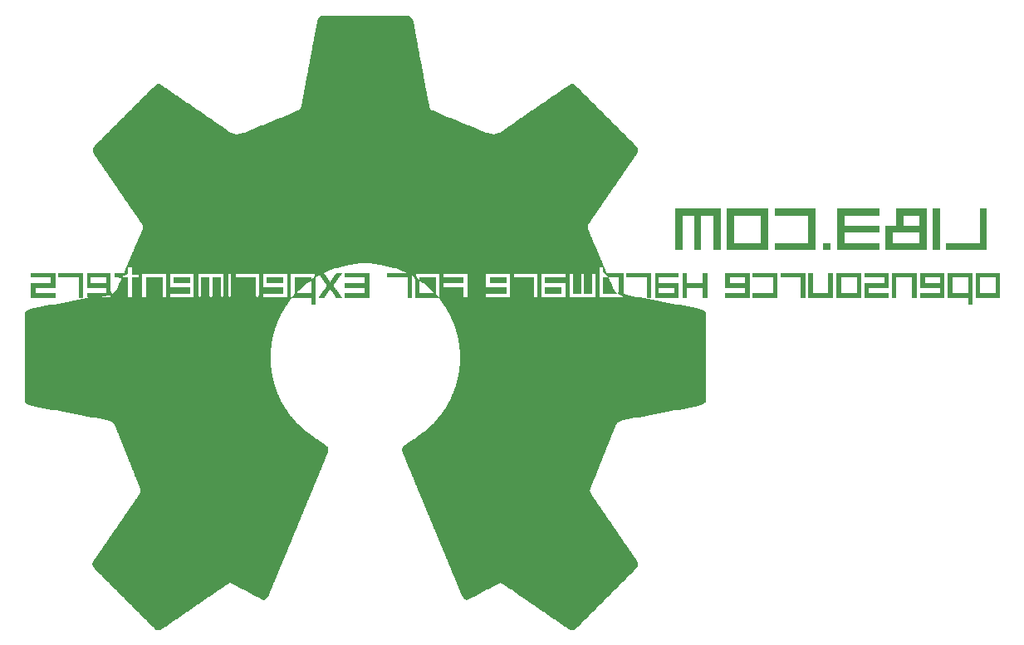
<source format=gbr>
G04 DipTrace 2.3.0.3*
%INBottomSilk.gbr*%
%MOIN*%
%ADD12C,0.003*%
%FSLAX44Y44*%
G04*
G70*
G90*
G75*
G01*
%LNBotSilk*%
%LPD*%
X16246Y28763D2*
D12*
X19726D1*
X16190Y28733D2*
X19783D1*
X16147Y28703D2*
X19825D1*
X16116Y28673D2*
X19857D1*
X16101Y28643D2*
X19871D1*
X16088Y28613D2*
X19884D1*
X16078Y28583D2*
X19894D1*
X16072Y28553D2*
X19901D1*
X16068Y28523D2*
X19905D1*
X16066Y28493D2*
X19910D1*
X16061Y28463D2*
X19918D1*
X16054Y28433D2*
X19926D1*
X16046Y28403D2*
X19931D1*
X16041Y28373D2*
X19934D1*
X16037Y28343D2*
X19936D1*
X16032Y28313D2*
X19941D1*
X16024Y28283D2*
X19948D1*
X16016Y28253D2*
X19956D1*
X16011Y28223D2*
X19961D1*
X16007Y28193D2*
X19965D1*
X16002Y28163D2*
X19970D1*
X15994Y28133D2*
X19978D1*
X15986Y28103D2*
X19986D1*
X15981Y28073D2*
X19991D1*
X15978Y28043D2*
X19995D1*
X15976Y28013D2*
X20000D1*
X15971Y27983D2*
X20008D1*
X15964Y27953D2*
X20016D1*
X15956Y27923D2*
X20021D1*
X15951Y27893D2*
X20024D1*
X15947Y27863D2*
X20026D1*
X15942Y27833D2*
X20031D1*
X15934Y27803D2*
X20038D1*
X15926Y27773D2*
X20046D1*
X15921Y27743D2*
X20052D1*
X15917Y27713D2*
X20059D1*
X15912Y27683D2*
X20067D1*
X15904Y27653D2*
X20076D1*
X15896Y27623D2*
X20081D1*
X15891Y27593D2*
X20084D1*
X15888Y27563D2*
X20085D1*
X15886Y27533D2*
X20087D1*
X15881Y27503D2*
X20091D1*
X15874Y27473D2*
X20098D1*
X15866Y27443D2*
X20106D1*
X15860Y27413D2*
X20111D1*
X15853Y27383D2*
X20115D1*
X15845Y27353D2*
X20120D1*
X15837Y27323D2*
X20128D1*
X15831Y27293D2*
X20136D1*
X15828Y27263D2*
X20141D1*
X15826Y27233D2*
X20144D1*
X15821Y27203D2*
X20146D1*
X15814Y27173D2*
X20151D1*
X15806Y27143D2*
X20158D1*
X15801Y27113D2*
X20166D1*
X15797Y27083D2*
X20171D1*
X15792Y27053D2*
X20175D1*
X15784Y27023D2*
X20180D1*
X15776Y26993D2*
X20188D1*
X15771Y26963D2*
X20196D1*
X15768Y26933D2*
X20202D1*
X15766Y26903D2*
X20209D1*
X15761Y26873D2*
X20217D1*
X15754Y26843D2*
X20226D1*
X15746Y26813D2*
X20231D1*
X15741Y26783D2*
X20234D1*
X15737Y26753D2*
X20236D1*
X15732Y26723D2*
X20241D1*
X15724Y26693D2*
X20248D1*
X15716Y26663D2*
X20256D1*
X15711Y26633D2*
X20261D1*
X15708Y26603D2*
X20265D1*
X15706Y26573D2*
X20270D1*
X15701Y26543D2*
X20278D1*
X15694Y26513D2*
X20286D1*
X15686Y26483D2*
X20291D1*
X15681Y26453D2*
X20294D1*
X15677Y26423D2*
X20296D1*
X15672Y26393D2*
X20301D1*
X15664Y26363D2*
X20308D1*
X15656Y26333D2*
X20316D1*
X15651Y26303D2*
X20321D1*
X15647Y26273D2*
X20325D1*
X15642Y26243D2*
X20330D1*
X15634Y26213D2*
X20338D1*
X15626Y26183D2*
X20346D1*
X15621Y26153D2*
X20351D1*
X15618Y26123D2*
X20354D1*
X15616Y26093D2*
X20356D1*
X15611Y26063D2*
X20361D1*
X9646Y26033D2*
X9706D1*
X15604D2*
X20368D1*
X26266D2*
X26326D1*
X9602Y26003D2*
X9761D1*
X15596D2*
X20376D1*
X26211D2*
X26370D1*
X9564Y25973D2*
X9813D1*
X15591D2*
X20381D1*
X26159D2*
X26409D1*
X9529Y25943D2*
X9861D1*
X15587D2*
X20385D1*
X26111D2*
X26443D1*
X9497Y25913D2*
X9908D1*
X15582D2*
X20390D1*
X26065D2*
X26475D1*
X9467Y25883D2*
X9952D1*
X15574D2*
X20398D1*
X26020D2*
X26506D1*
X9436Y25853D2*
X9995D1*
X15566D2*
X20406D1*
X25978D2*
X26536D1*
X9406Y25823D2*
X10035D1*
X15561D2*
X20411D1*
X25937D2*
X26566D1*
X9376Y25793D2*
X10077D1*
X15558D2*
X20415D1*
X25895D2*
X26596D1*
X9346Y25763D2*
X10120D1*
X15556D2*
X20420D1*
X25852D2*
X26626D1*
X9316Y25733D2*
X10164D1*
X15551D2*
X20428D1*
X25808D2*
X26656D1*
X9286Y25703D2*
X10209D1*
X15544D2*
X20436D1*
X25763D2*
X26686D1*
X9256Y25673D2*
X10254D1*
X15536D2*
X20441D1*
X25719D2*
X26716D1*
X9226Y25643D2*
X10299D1*
X15530D2*
X20444D1*
X25674D2*
X26746D1*
X9196Y25613D2*
X10344D1*
X15523D2*
X20446D1*
X25629D2*
X26776D1*
X9166Y25583D2*
X10389D1*
X15515D2*
X20451D1*
X25584D2*
X26806D1*
X9136Y25553D2*
X10433D1*
X15507D2*
X20458D1*
X25540D2*
X26836D1*
X9106Y25523D2*
X10475D1*
X15501D2*
X20466D1*
X25497D2*
X26866D1*
X9076Y25493D2*
X10515D1*
X15498D2*
X20471D1*
X25456D2*
X26896D1*
X9046Y25463D2*
X10557D1*
X15496D2*
X20475D1*
X25411D2*
X26926D1*
X9016Y25433D2*
X10600D1*
X15491D2*
X20480D1*
X25365D2*
X26956D1*
X8986Y25403D2*
X10644D1*
X15484D2*
X20488D1*
X25320D2*
X26986D1*
X8956Y25373D2*
X10689D1*
X15476D2*
X20496D1*
X25278D2*
X27016D1*
X8926Y25343D2*
X10734D1*
X15471D2*
X20501D1*
X25236D2*
X27046D1*
X8896Y25313D2*
X10779D1*
X15468D2*
X20505D1*
X25192D2*
X27076D1*
X8866Y25283D2*
X10824D1*
X15466D2*
X20510D1*
X25149D2*
X27106D1*
X8836Y25253D2*
X10869D1*
X15461D2*
X20518D1*
X25107D2*
X27136D1*
X8806Y25223D2*
X10914D1*
X15454D2*
X20526D1*
X25066D2*
X27166D1*
X8776Y25193D2*
X10959D1*
X15446D2*
X20531D1*
X25021D2*
X27196D1*
X8746Y25163D2*
X11003D1*
X15440D2*
X20535D1*
X24975D2*
X27226D1*
X8716Y25133D2*
X11045D1*
X15433D2*
X20540D1*
X24930D2*
X27256D1*
X8686Y25103D2*
X11086D1*
X15423D2*
X20549D1*
X24888D2*
X27286D1*
X8656Y25073D2*
X11131D1*
X15410D2*
X20562D1*
X24846D2*
X27316D1*
X8626Y25043D2*
X11177D1*
X15391D2*
X20581D1*
X24802D2*
X27346D1*
X8596Y25013D2*
X11222D1*
X15364D2*
X20609D1*
X24758D2*
X27376D1*
X8566Y24983D2*
X11264D1*
X15324D2*
X20648D1*
X24713D2*
X27406D1*
X8536Y24953D2*
X11306D1*
X15272D2*
X20701D1*
X24669D2*
X27436D1*
X8506Y24923D2*
X11350D1*
X15209D2*
X20763D1*
X24624D2*
X27466D1*
X8476Y24893D2*
X11394D1*
X15140D2*
X20832D1*
X24579D2*
X27496D1*
X8446Y24863D2*
X11439D1*
X15068D2*
X20904D1*
X24534D2*
X27526D1*
X8416Y24833D2*
X11484D1*
X14997D2*
X20975D1*
X24489D2*
X27556D1*
X8386Y24803D2*
X11529D1*
X14927D2*
X21046D1*
X24444D2*
X27586D1*
X8356Y24773D2*
X11573D1*
X14855D2*
X21117D1*
X24400D2*
X27616D1*
X8326Y24743D2*
X11615D1*
X14782D2*
X21190D1*
X24358D2*
X27646D1*
X8296Y24713D2*
X11655D1*
X14708D2*
X21264D1*
X24317D2*
X27676D1*
X8266Y24683D2*
X11697D1*
X14633D2*
X21339D1*
X24275D2*
X27706D1*
X8236Y24653D2*
X11740D1*
X14559D2*
X21414D1*
X24232D2*
X27736D1*
X8206Y24623D2*
X11784D1*
X14484D2*
X21489D1*
X24188D2*
X27766D1*
X8176Y24593D2*
X11829D1*
X14409D2*
X21564D1*
X24143D2*
X27796D1*
X8146Y24563D2*
X11873D1*
X14334D2*
X21639D1*
X24099D2*
X27826D1*
X8116Y24533D2*
X11915D1*
X14260D2*
X21713D1*
X24054D2*
X27856D1*
X8086Y24503D2*
X11956D1*
X14188D2*
X21785D1*
X24010D2*
X27886D1*
X8056Y24473D2*
X12001D1*
X14117D2*
X21855D1*
X23968D2*
X27916D1*
X8026Y24443D2*
X12047D1*
X14045D2*
X21927D1*
X23927D2*
X27946D1*
X7996Y24413D2*
X12092D1*
X13972D2*
X22000D1*
X23886D2*
X27976D1*
X7966Y24383D2*
X12134D1*
X13898D2*
X22074D1*
X23846D2*
X28006D1*
X7936Y24353D2*
X12176D1*
X13823D2*
X22149D1*
X23806D2*
X28036D1*
X7906Y24323D2*
X12220D1*
X13749D2*
X22224D1*
X23765D2*
X28066D1*
X7876Y24293D2*
X12264D1*
X13674D2*
X22299D1*
X23722D2*
X28096D1*
X7846Y24263D2*
X12309D1*
X13600D2*
X22373D1*
X23678D2*
X28126D1*
X7816Y24233D2*
X12354D1*
X13528D2*
X22445D1*
X23633D2*
X28156D1*
X7786Y24203D2*
X12399D1*
X13457D2*
X22515D1*
X23589D2*
X28186D1*
X7756Y24173D2*
X12443D1*
X13385D2*
X22587D1*
X23544D2*
X28216D1*
X7726Y24143D2*
X12485D1*
X13312D2*
X22660D1*
X23499D2*
X28246D1*
X7696Y24113D2*
X12525D1*
X13238D2*
X22734D1*
X23454D2*
X28276D1*
X7666Y24083D2*
X12568D1*
X13163D2*
X22810D1*
X23408D2*
X28306D1*
X7636Y24053D2*
X12620D1*
X13081D2*
X22891D1*
X23354D2*
X28336D1*
X7606Y24023D2*
X12701D1*
X12977D2*
X22995D1*
X23272D2*
X28366D1*
X7576Y23993D2*
X12825D1*
X12838D2*
X23134D1*
X23148D2*
X28396D1*
X7546Y23963D2*
X28426D1*
X7516Y23933D2*
X28456D1*
X7486Y23903D2*
X28486D1*
X7456Y23873D2*
X28516D1*
X7426Y23843D2*
X28546D1*
X7396Y23813D2*
X28576D1*
X7366Y23783D2*
X28606D1*
X7336Y23753D2*
X28636D1*
X7306Y23723D2*
X28666D1*
X7276Y23693D2*
X28696D1*
X7246Y23663D2*
X28726D1*
X7216Y23633D2*
X28756D1*
X7186Y23603D2*
X28786D1*
X7156Y23573D2*
X28816D1*
X7127Y23543D2*
X28845D1*
X7102Y23513D2*
X28870D1*
X7085Y23483D2*
X28888D1*
X7074Y23453D2*
X28898D1*
X7070Y23423D2*
X28903D1*
X7068Y23393D2*
X28905D1*
X7068Y23363D2*
X28904D1*
X7071Y23333D2*
X28901D1*
X7080Y23303D2*
X28893D1*
X7092Y23273D2*
X28880D1*
X7109Y23243D2*
X28864D1*
X7127Y23213D2*
X28845D1*
X7146Y23183D2*
X28826D1*
X7166Y23153D2*
X28806D1*
X7186Y23123D2*
X28786D1*
X7206Y23093D2*
X28766D1*
X7226Y23063D2*
X28746D1*
X7246Y23033D2*
X28726D1*
X7266Y23003D2*
X28706D1*
X7286Y22973D2*
X28685D1*
X7306Y22943D2*
X28662D1*
X7326Y22913D2*
X28639D1*
X7347Y22883D2*
X28619D1*
X7370Y22853D2*
X28601D1*
X7393Y22823D2*
X28583D1*
X7415Y22793D2*
X28564D1*
X7435Y22763D2*
X28542D1*
X7456Y22733D2*
X28519D1*
X7476Y22703D2*
X28497D1*
X7496Y22673D2*
X28477D1*
X7516Y22643D2*
X28456D1*
X7536Y22613D2*
X28436D1*
X7556Y22583D2*
X28416D1*
X7576Y22553D2*
X28396D1*
X7596Y22523D2*
X28376D1*
X7617Y22493D2*
X28356D1*
X7640Y22463D2*
X28336D1*
X7663Y22433D2*
X28316D1*
X7684Y22403D2*
X28296D1*
X7702Y22373D2*
X28276D1*
X7719Y22343D2*
X28256D1*
X7738Y22313D2*
X28235D1*
X7761Y22283D2*
X28212D1*
X7784Y22253D2*
X28189D1*
X7805Y22223D2*
X28168D1*
X7825Y22193D2*
X28147D1*
X7846Y22163D2*
X28126D1*
X7866Y22133D2*
X28106D1*
X7886Y22103D2*
X28086D1*
X7906Y22073D2*
X28066D1*
X7926Y22043D2*
X28046D1*
X7946Y22013D2*
X28026D1*
X7966Y21983D2*
X28006D1*
X7986Y21953D2*
X27986D1*
X8006Y21923D2*
X27965D1*
X8026Y21893D2*
X27942D1*
X8046Y21863D2*
X27919D1*
X8067Y21833D2*
X27898D1*
X8090Y21803D2*
X27877D1*
X8113Y21773D2*
X27856D1*
X8135Y21743D2*
X27836D1*
X8155Y21713D2*
X27816D1*
X8176Y21683D2*
X27796D1*
X8196Y21653D2*
X27776D1*
X8216Y21623D2*
X27756D1*
X8236Y21593D2*
X27736D1*
X8256Y21563D2*
X27716D1*
X8276Y21533D2*
X27696D1*
X8296Y21503D2*
X27676D1*
X8316Y21473D2*
X27656D1*
X8336Y21443D2*
X27635D1*
X8356Y21413D2*
X27612D1*
X8376Y21383D2*
X27589D1*
X8397Y21353D2*
X27568D1*
X8420Y21323D2*
X27547D1*
X8443Y21293D2*
X27526D1*
X8465Y21263D2*
X27506D1*
X8485Y21233D2*
X27486D1*
X8506Y21203D2*
X27466D1*
X8525Y21173D2*
X27446D1*
X8542Y21143D2*
X27426D1*
X8559Y21113D2*
X27406D1*
X8578Y21083D2*
X27386D1*
X8601Y21053D2*
X27366D1*
X8624Y21023D2*
X27346D1*
X30436D2*
X32236D1*
X32506D2*
X34156D1*
X34426D2*
X36046D1*
X36946D2*
X38596D1*
X39316D2*
X40516D1*
X40786D2*
X41026D1*
X42676D2*
X42916D1*
X8645Y20993D2*
X27326D1*
X30436D2*
X32236D1*
X32506D2*
X34156D1*
X34426D2*
X36046D1*
X36946D2*
X38596D1*
X39316D2*
X40516D1*
X40786D2*
X41026D1*
X42676D2*
X42916D1*
X8665Y20963D2*
X27305D1*
X30436D2*
X32236D1*
X32506D2*
X34156D1*
X34426D2*
X36046D1*
X36946D2*
X38596D1*
X39316D2*
X40516D1*
X40786D2*
X41026D1*
X42676D2*
X42916D1*
X8686Y20933D2*
X27282D1*
X30436D2*
X32236D1*
X32506D2*
X34156D1*
X34426D2*
X36046D1*
X36946D2*
X38596D1*
X39316D2*
X40516D1*
X40786D2*
X41026D1*
X42676D2*
X42916D1*
X8706Y20903D2*
X27259D1*
X30436D2*
X32236D1*
X32506D2*
X34156D1*
X34426D2*
X36046D1*
X36946D2*
X38596D1*
X39316D2*
X40516D1*
X40786D2*
X41026D1*
X42676D2*
X42916D1*
X8727Y20873D2*
X27238D1*
X30436D2*
X32236D1*
X32506D2*
X34156D1*
X34426D2*
X36046D1*
X36946D2*
X38596D1*
X39316D2*
X40516D1*
X40786D2*
X41026D1*
X42676D2*
X42916D1*
X8750Y20843D2*
X27217D1*
X30436D2*
X32236D1*
X32506D2*
X34156D1*
X34426D2*
X36046D1*
X36946D2*
X38596D1*
X39316D2*
X40516D1*
X40786D2*
X41026D1*
X42676D2*
X42916D1*
X8773Y20813D2*
X27196D1*
X30436D2*
X32236D1*
X32506D2*
X34156D1*
X34426D2*
X36046D1*
X36946D2*
X38596D1*
X39316D2*
X40516D1*
X40786D2*
X41026D1*
X42676D2*
X42916D1*
X8795Y20783D2*
X27177D1*
X30436D2*
X32236D1*
X32506D2*
X34156D1*
X34426D2*
X36046D1*
X36946D2*
X38596D1*
X39316D2*
X40516D1*
X40786D2*
X41026D1*
X42676D2*
X42916D1*
X8815Y20753D2*
X27160D1*
X30436D2*
X30706D1*
X31216D2*
X31456D1*
X31966D2*
X32236D1*
X32506D2*
X32776D1*
X33886D2*
X34156D1*
X35776D2*
X36046D1*
X36946D2*
X37216D1*
X39316D2*
X39586D1*
X40246D2*
X40516D1*
X40786D2*
X41026D1*
X42676D2*
X42916D1*
X8836Y20723D2*
X27143D1*
X30436D2*
X30706D1*
X31216D2*
X31456D1*
X31966D2*
X32236D1*
X32506D2*
X32776D1*
X33886D2*
X34156D1*
X35776D2*
X36046D1*
X36946D2*
X37216D1*
X39316D2*
X39586D1*
X40246D2*
X40516D1*
X40786D2*
X41026D1*
X42676D2*
X42916D1*
X8856Y20693D2*
X27124D1*
X30436D2*
X30706D1*
X31216D2*
X31456D1*
X31966D2*
X32236D1*
X32506D2*
X32776D1*
X33886D2*
X34156D1*
X35776D2*
X36046D1*
X36946D2*
X37216D1*
X39316D2*
X39586D1*
X40246D2*
X40516D1*
X40786D2*
X41026D1*
X42676D2*
X42916D1*
X8876Y20663D2*
X27102D1*
X30436D2*
X30706D1*
X31216D2*
X31456D1*
X31966D2*
X32236D1*
X32506D2*
X32776D1*
X33886D2*
X34156D1*
X35776D2*
X36046D1*
X36946D2*
X37216D1*
X39316D2*
X39586D1*
X40246D2*
X40516D1*
X40786D2*
X41026D1*
X42676D2*
X42916D1*
X8896Y20633D2*
X27079D1*
X30436D2*
X30706D1*
X31216D2*
X31456D1*
X31966D2*
X32236D1*
X32506D2*
X32776D1*
X33886D2*
X34156D1*
X35776D2*
X36046D1*
X36946D2*
X37216D1*
X39316D2*
X39586D1*
X40246D2*
X40516D1*
X40786D2*
X41026D1*
X42676D2*
X42916D1*
X8916Y20603D2*
X27057D1*
X30436D2*
X30706D1*
X31216D2*
X31456D1*
X31966D2*
X32236D1*
X32506D2*
X32776D1*
X33886D2*
X34156D1*
X35776D2*
X36046D1*
X36946D2*
X37216D1*
X39316D2*
X39586D1*
X40246D2*
X40516D1*
X40786D2*
X41026D1*
X42676D2*
X42916D1*
X8936Y20573D2*
X27037D1*
X30436D2*
X30706D1*
X31216D2*
X31456D1*
X31966D2*
X32236D1*
X32506D2*
X32776D1*
X33886D2*
X34156D1*
X35776D2*
X36046D1*
X36946D2*
X37216D1*
X39316D2*
X39586D1*
X40246D2*
X40516D1*
X40786D2*
X41026D1*
X42676D2*
X42916D1*
X8956Y20543D2*
X27016D1*
X30436D2*
X30706D1*
X31216D2*
X31456D1*
X31966D2*
X32236D1*
X32506D2*
X32776D1*
X33886D2*
X34156D1*
X35776D2*
X36046D1*
X36946D2*
X37216D1*
X39316D2*
X39586D1*
X40246D2*
X40516D1*
X40786D2*
X41026D1*
X42676D2*
X42916D1*
X8976Y20513D2*
X26996D1*
X30436D2*
X30706D1*
X31216D2*
X31456D1*
X31966D2*
X32236D1*
X32506D2*
X32776D1*
X33886D2*
X34156D1*
X35776D2*
X36046D1*
X36946D2*
X37216D1*
X39316D2*
X39586D1*
X40246D2*
X40516D1*
X40786D2*
X41026D1*
X42676D2*
X42916D1*
X8996Y20483D2*
X26976D1*
X30436D2*
X30706D1*
X31216D2*
X31456D1*
X31966D2*
X32236D1*
X32506D2*
X32776D1*
X33886D2*
X34156D1*
X35776D2*
X36046D1*
X36946D2*
X37216D1*
X39316D2*
X39586D1*
X40246D2*
X40516D1*
X40786D2*
X41026D1*
X42676D2*
X42916D1*
X9016Y20453D2*
X26956D1*
X30436D2*
X30706D1*
X31216D2*
X31456D1*
X31966D2*
X32236D1*
X32506D2*
X32776D1*
X33886D2*
X34156D1*
X35776D2*
X36046D1*
X36946D2*
X37216D1*
X39316D2*
X39586D1*
X40246D2*
X40516D1*
X40786D2*
X41026D1*
X42676D2*
X42916D1*
X9035Y20423D2*
X26937D1*
X30436D2*
X30706D1*
X31216D2*
X31456D1*
X31966D2*
X32236D1*
X32506D2*
X32776D1*
X33886D2*
X34156D1*
X35776D2*
X36046D1*
X36946D2*
X37216D1*
X39316D2*
X39586D1*
X40246D2*
X40516D1*
X40786D2*
X41026D1*
X42676D2*
X42916D1*
X9051Y20393D2*
X26921D1*
X30436D2*
X30706D1*
X31216D2*
X31456D1*
X31966D2*
X32236D1*
X32506D2*
X32776D1*
X33886D2*
X34156D1*
X35776D2*
X36046D1*
X36946D2*
X37216D1*
X39316D2*
X39586D1*
X40246D2*
X40516D1*
X40786D2*
X41026D1*
X42676D2*
X42916D1*
X9063Y20363D2*
X26909D1*
X30436D2*
X30706D1*
X31216D2*
X31456D1*
X31966D2*
X32236D1*
X32506D2*
X32776D1*
X33886D2*
X34156D1*
X35776D2*
X36046D1*
X36946D2*
X37216D1*
X39316D2*
X39586D1*
X40246D2*
X40516D1*
X40786D2*
X41026D1*
X42676D2*
X42916D1*
X9070Y20333D2*
X26902D1*
X30436D2*
X30706D1*
X31216D2*
X31456D1*
X31966D2*
X32236D1*
X32506D2*
X32776D1*
X33886D2*
X34156D1*
X35776D2*
X36046D1*
X36946D2*
X38596D1*
X38866D2*
X40516D1*
X40786D2*
X41026D1*
X42676D2*
X42916D1*
X9073Y20303D2*
X26899D1*
X30436D2*
X30706D1*
X31216D2*
X31456D1*
X31966D2*
X32236D1*
X32506D2*
X32776D1*
X33886D2*
X34156D1*
X35776D2*
X36046D1*
X36946D2*
X38596D1*
X38866D2*
X40516D1*
X40786D2*
X41026D1*
X42676D2*
X42916D1*
X9074Y20273D2*
X26898D1*
X30436D2*
X30706D1*
X31216D2*
X31456D1*
X31966D2*
X32236D1*
X32506D2*
X32776D1*
X33886D2*
X34156D1*
X35776D2*
X36046D1*
X36946D2*
X38596D1*
X38866D2*
X40516D1*
X40786D2*
X41026D1*
X42676D2*
X42916D1*
X9071Y20243D2*
X26902D1*
X30436D2*
X30706D1*
X31216D2*
X31456D1*
X31966D2*
X32236D1*
X32506D2*
X32776D1*
X33886D2*
X34156D1*
X35776D2*
X36046D1*
X36946D2*
X38596D1*
X38866D2*
X40516D1*
X40786D2*
X41026D1*
X42676D2*
X42916D1*
X9063Y20213D2*
X26910D1*
X30436D2*
X30706D1*
X31216D2*
X31456D1*
X31966D2*
X32236D1*
X32506D2*
X32776D1*
X33886D2*
X34156D1*
X35776D2*
X36046D1*
X36946D2*
X38596D1*
X38866D2*
X40516D1*
X40786D2*
X41026D1*
X42676D2*
X42916D1*
X9051Y20183D2*
X26921D1*
X30436D2*
X30706D1*
X31216D2*
X31456D1*
X31966D2*
X32236D1*
X32506D2*
X32776D1*
X33886D2*
X34156D1*
X35776D2*
X36046D1*
X36946D2*
X38596D1*
X38866D2*
X40516D1*
X40786D2*
X41026D1*
X42676D2*
X42916D1*
X9039Y20153D2*
X26935D1*
X30436D2*
X30706D1*
X31216D2*
X31456D1*
X31966D2*
X32236D1*
X32506D2*
X32776D1*
X33886D2*
X34156D1*
X35776D2*
X36046D1*
X36946D2*
X38596D1*
X38866D2*
X40516D1*
X40786D2*
X41026D1*
X42676D2*
X42916D1*
X9027Y20123D2*
X26949D1*
X30436D2*
X30706D1*
X31216D2*
X31456D1*
X31966D2*
X32236D1*
X32506D2*
X32776D1*
X33886D2*
X34156D1*
X35776D2*
X36046D1*
X36946D2*
X38596D1*
X38866D2*
X40516D1*
X40786D2*
X41026D1*
X42676D2*
X42916D1*
X9017Y20093D2*
X26963D1*
X30436D2*
X30706D1*
X31216D2*
X31456D1*
X31966D2*
X32236D1*
X32506D2*
X32776D1*
X33886D2*
X34156D1*
X35776D2*
X36046D1*
X36946D2*
X38596D1*
X38866D2*
X40516D1*
X40786D2*
X41026D1*
X42676D2*
X42916D1*
X9005Y20063D2*
X26975D1*
X30436D2*
X30706D1*
X31216D2*
X31456D1*
X31966D2*
X32236D1*
X32506D2*
X32776D1*
X33886D2*
X34156D1*
X35776D2*
X36046D1*
X36946D2*
X37216D1*
X38866D2*
X39136D1*
X40246D2*
X40516D1*
X40786D2*
X41026D1*
X42676D2*
X42916D1*
X8992Y20033D2*
X26985D1*
X30436D2*
X30706D1*
X31216D2*
X31456D1*
X31966D2*
X32236D1*
X32506D2*
X32776D1*
X33886D2*
X34156D1*
X35776D2*
X36046D1*
X36946D2*
X37216D1*
X38866D2*
X39136D1*
X40246D2*
X40516D1*
X40786D2*
X41026D1*
X42676D2*
X42916D1*
X8978Y20003D2*
X26997D1*
X30436D2*
X30706D1*
X31216D2*
X31456D1*
X31966D2*
X32236D1*
X32506D2*
X32776D1*
X33886D2*
X34156D1*
X35776D2*
X36046D1*
X36946D2*
X37216D1*
X38866D2*
X39136D1*
X40246D2*
X40516D1*
X40786D2*
X41026D1*
X42676D2*
X42916D1*
X8963Y19973D2*
X27010D1*
X30436D2*
X30706D1*
X31216D2*
X31456D1*
X31966D2*
X32236D1*
X32506D2*
X32776D1*
X33886D2*
X34156D1*
X35776D2*
X36046D1*
X36946D2*
X37216D1*
X38866D2*
X39136D1*
X40246D2*
X40516D1*
X40786D2*
X41026D1*
X42676D2*
X42916D1*
X8950Y19943D2*
X27024D1*
X30436D2*
X30706D1*
X31216D2*
X31456D1*
X31966D2*
X32236D1*
X32506D2*
X32776D1*
X33886D2*
X34156D1*
X35776D2*
X36046D1*
X36946D2*
X37216D1*
X38866D2*
X39136D1*
X40246D2*
X40516D1*
X40786D2*
X41026D1*
X42676D2*
X42916D1*
X8938Y19913D2*
X27039D1*
X30436D2*
X30706D1*
X31216D2*
X31456D1*
X31966D2*
X32236D1*
X32506D2*
X32776D1*
X33886D2*
X34156D1*
X35776D2*
X36046D1*
X36946D2*
X37216D1*
X38866D2*
X39136D1*
X40246D2*
X40516D1*
X40786D2*
X41026D1*
X42676D2*
X42916D1*
X8927Y19883D2*
X27053D1*
X30436D2*
X30706D1*
X31216D2*
X31456D1*
X31966D2*
X32236D1*
X32506D2*
X32776D1*
X33886D2*
X34156D1*
X35776D2*
X36046D1*
X36946D2*
X37216D1*
X38866D2*
X39136D1*
X40246D2*
X40516D1*
X40786D2*
X41026D1*
X42676D2*
X42916D1*
X8915Y19853D2*
X27065D1*
X30436D2*
X30706D1*
X31216D2*
X31456D1*
X31966D2*
X32236D1*
X32506D2*
X32776D1*
X33886D2*
X34156D1*
X35776D2*
X36046D1*
X36946D2*
X37216D1*
X38866D2*
X39136D1*
X40246D2*
X40516D1*
X40786D2*
X41026D1*
X42676D2*
X42916D1*
X8902Y19823D2*
X27075D1*
X30436D2*
X30706D1*
X31216D2*
X31456D1*
X31966D2*
X32236D1*
X32506D2*
X32776D1*
X33886D2*
X34156D1*
X35776D2*
X36046D1*
X36946D2*
X37216D1*
X38866D2*
X39136D1*
X40246D2*
X40516D1*
X40786D2*
X41026D1*
X42676D2*
X42916D1*
X8888Y19793D2*
X27087D1*
X30436D2*
X30706D1*
X31216D2*
X31456D1*
X31966D2*
X32236D1*
X32506D2*
X32776D1*
X33886D2*
X34156D1*
X35776D2*
X36046D1*
X36946D2*
X37216D1*
X38866D2*
X39136D1*
X40246D2*
X40516D1*
X40786D2*
X41026D1*
X42676D2*
X42916D1*
X8873Y19763D2*
X27100D1*
X30436D2*
X30706D1*
X31216D2*
X31456D1*
X31966D2*
X32236D1*
X32506D2*
X32776D1*
X33886D2*
X34156D1*
X35776D2*
X36046D1*
X36946D2*
X37216D1*
X38866D2*
X39136D1*
X40246D2*
X40516D1*
X40786D2*
X41026D1*
X42676D2*
X42916D1*
X8859Y19733D2*
X27113D1*
X30436D2*
X30706D1*
X31216D2*
X31456D1*
X31966D2*
X32236D1*
X32506D2*
X32776D1*
X33886D2*
X34156D1*
X35776D2*
X36046D1*
X36946D2*
X37216D1*
X38866D2*
X39136D1*
X40246D2*
X40516D1*
X40786D2*
X41026D1*
X42676D2*
X42916D1*
X8844Y19703D2*
X27125D1*
X30436D2*
X30706D1*
X31216D2*
X31456D1*
X31966D2*
X32236D1*
X32506D2*
X32776D1*
X33886D2*
X34156D1*
X35776D2*
X36046D1*
X36946D2*
X37216D1*
X38866D2*
X39136D1*
X40246D2*
X40516D1*
X40786D2*
X41026D1*
X42676D2*
X42916D1*
X8830Y19673D2*
X27135D1*
X30436D2*
X30706D1*
X31216D2*
X31456D1*
X31966D2*
X32236D1*
X32506D2*
X32776D1*
X33886D2*
X34156D1*
X35776D2*
X36046D1*
X36946D2*
X37216D1*
X38866D2*
X39136D1*
X40246D2*
X40516D1*
X40786D2*
X41026D1*
X42676D2*
X42916D1*
X8818Y19643D2*
X27147D1*
X30436D2*
X30706D1*
X31216D2*
X31456D1*
X31966D2*
X32236D1*
X32506D2*
X34156D1*
X34426D2*
X36046D1*
X36376D2*
X36646D1*
X36946D2*
X38596D1*
X38866D2*
X40516D1*
X40786D2*
X41026D1*
X41296D2*
X42916D1*
X8807Y19613D2*
X27160D1*
X30436D2*
X30706D1*
X31216D2*
X31456D1*
X31966D2*
X32236D1*
X32506D2*
X34156D1*
X34426D2*
X36046D1*
X36376D2*
X36646D1*
X36946D2*
X38596D1*
X38866D2*
X40516D1*
X40786D2*
X41026D1*
X41296D2*
X42916D1*
X8795Y19583D2*
X27174D1*
X30436D2*
X30706D1*
X31216D2*
X31456D1*
X31966D2*
X32236D1*
X32506D2*
X34156D1*
X34426D2*
X36046D1*
X36376D2*
X36646D1*
X36946D2*
X38596D1*
X38866D2*
X40516D1*
X40786D2*
X41026D1*
X41296D2*
X42916D1*
X8782Y19553D2*
X27189D1*
X30436D2*
X30706D1*
X31216D2*
X31456D1*
X31966D2*
X32236D1*
X32506D2*
X34156D1*
X34426D2*
X36046D1*
X36376D2*
X36646D1*
X36946D2*
X38596D1*
X38866D2*
X40516D1*
X40786D2*
X41026D1*
X41296D2*
X42916D1*
X8768Y19523D2*
X27204D1*
X30436D2*
X30706D1*
X31216D2*
X31456D1*
X31966D2*
X32236D1*
X32506D2*
X34156D1*
X34426D2*
X36046D1*
X36376D2*
X36646D1*
X36946D2*
X38596D1*
X38866D2*
X40516D1*
X40786D2*
X41026D1*
X41296D2*
X42916D1*
X8753Y19493D2*
X27219D1*
X30436D2*
X30706D1*
X31216D2*
X31456D1*
X31966D2*
X32236D1*
X32506D2*
X34156D1*
X34426D2*
X36046D1*
X36376D2*
X36646D1*
X36946D2*
X38596D1*
X38866D2*
X40516D1*
X40786D2*
X41026D1*
X41296D2*
X42916D1*
X8740Y19463D2*
X27234D1*
X30436D2*
X30706D1*
X31216D2*
X31456D1*
X31966D2*
X32236D1*
X32506D2*
X34156D1*
X34426D2*
X36046D1*
X36376D2*
X36646D1*
X36946D2*
X38596D1*
X38866D2*
X40516D1*
X40786D2*
X41026D1*
X41296D2*
X42916D1*
X8728Y19433D2*
X27249D1*
X30436D2*
X30706D1*
X31216D2*
X31456D1*
X31966D2*
X32236D1*
X32506D2*
X34156D1*
X34426D2*
X36046D1*
X36376D2*
X36646D1*
X36946D2*
X38596D1*
X38866D2*
X40516D1*
X40786D2*
X41026D1*
X41296D2*
X42916D1*
X8717Y19403D2*
X27263D1*
X30436D2*
X30706D1*
X31216D2*
X31456D1*
X31966D2*
X32236D1*
X32506D2*
X34156D1*
X34426D2*
X36046D1*
X36376D2*
X36646D1*
X36946D2*
X38596D1*
X38866D2*
X40516D1*
X40786D2*
X41026D1*
X41296D2*
X42916D1*
X8705Y19373D2*
X27275D1*
X8692Y19343D2*
X27285D1*
X8678Y19313D2*
X27297D1*
X8663Y19283D2*
X27310D1*
X8650Y19253D2*
X27323D1*
X8638Y19223D2*
X27335D1*
X8627Y19193D2*
X27345D1*
X8615Y19163D2*
X27357D1*
X8602Y19133D2*
X27370D1*
X8589Y19103D2*
X27384D1*
X8577Y19073D2*
X27399D1*
X8567Y19043D2*
X27413D1*
X8555Y19013D2*
X27425D1*
X8542Y18983D2*
X27435D1*
X8528Y18953D2*
X27447D1*
X8513Y18923D2*
X27460D1*
X8500Y18893D2*
X27473D1*
X8488Y18863D2*
X27485D1*
X8477Y18833D2*
X17585D1*
X18387D2*
X27495D1*
X8465Y18803D2*
X17388D1*
X18585D2*
X27507D1*
X8452Y18773D2*
X17221D1*
X18751D2*
X27520D1*
X8438Y18743D2*
X17080D1*
X18891D2*
X27534D1*
X8423Y18713D2*
X16959D1*
X19010D2*
X27549D1*
X8410Y18683D2*
X8446D1*
X8626D2*
X16854D1*
X19115D2*
X27376D1*
X27556D2*
X27563D1*
X8398Y18653D2*
X8446D1*
X8626D2*
X16761D1*
X19210D2*
X27376D1*
X27556D2*
X27575D1*
X8387Y18623D2*
X8446D1*
X8626D2*
X16676D1*
X19298D2*
X27376D1*
X27556D2*
X27585D1*
X8375Y18593D2*
X8446D1*
X8626D2*
X16596D1*
X19378D2*
X27376D1*
X27556D2*
X27597D1*
X8362Y18563D2*
X8446D1*
X8626D2*
X16521D1*
X19453D2*
X27376D1*
X27556D2*
X27610D1*
X8349Y18533D2*
X8446D1*
X8626D2*
X16451D1*
X19525D2*
X27376D1*
X27557D2*
X27623D1*
X8338Y18503D2*
X8446D1*
X8626D2*
X16391D1*
X19595D2*
X27376D1*
X27558D2*
X27634D1*
X8331Y18473D2*
X8446D1*
X8626D2*
X16349D1*
X19661D2*
X27376D1*
X27571D2*
X27641D1*
X4576Y18443D2*
X5536D1*
X5686D2*
X6646D1*
X6826D2*
X7756D1*
X7936D2*
X8446D1*
X8626D2*
X16318D1*
X16846D2*
X17026D1*
X17176D2*
X18136D1*
X18886D2*
X27376D1*
X27608D2*
X28336D1*
X28486D2*
X29446D1*
X29626D2*
X30556D1*
X30736D2*
X30886D1*
X31546D2*
X31696D1*
X32446D2*
X33406D1*
X33556D2*
X34516D1*
X34666D2*
X35626D1*
X35776D2*
X35926D1*
X36586D2*
X36736D1*
X36916D2*
X37876D1*
X38026D2*
X38986D1*
X39136D2*
X40096D1*
X40276D2*
X41206D1*
X41386D2*
X42346D1*
X42496D2*
X43456D1*
X4576Y18413D2*
X5536D1*
X5686D2*
X6646D1*
X6826D2*
X7756D1*
X7936D2*
X8365D1*
X8896D2*
X9016D1*
X10006D2*
X10126D1*
X11116D2*
X11266D1*
X12316D2*
X12466D1*
X12616D2*
X12766D1*
X13726D2*
X13876D1*
X14866D2*
X14986D1*
X15976D2*
X16126D1*
X16186D2*
X16338D1*
X16821D2*
X17011D1*
X17176D2*
X18136D1*
X18886D2*
X19800D1*
X19832D2*
X19996D1*
X20986D2*
X21106D1*
X22096D2*
X22816D1*
X23806D2*
X23926D1*
X24916D2*
X25036D1*
X26026D2*
X26176D1*
X26326D2*
X26626D1*
X26776D2*
X27076D1*
X27226D2*
X27376D1*
X27649D2*
X28336D1*
X28486D2*
X29446D1*
X29626D2*
X30556D1*
X30736D2*
X30886D1*
X31546D2*
X31696D1*
X32446D2*
X33406D1*
X33556D2*
X34516D1*
X34666D2*
X35626D1*
X35776D2*
X35926D1*
X36586D2*
X36736D1*
X36916D2*
X37876D1*
X38026D2*
X38986D1*
X39136D2*
X40096D1*
X40276D2*
X41206D1*
X41386D2*
X42346D1*
X42496D2*
X43456D1*
X4576Y18383D2*
X5536D1*
X5686D2*
X6646D1*
X6826D2*
X7756D1*
X7936D2*
X8310D1*
X8896D2*
X9016D1*
X10006D2*
X10126D1*
X11116D2*
X11266D1*
X12316D2*
X12466D1*
X12616D2*
X12766D1*
X13726D2*
X13876D1*
X14866D2*
X14986D1*
X15976D2*
X16357D1*
X16798D2*
X16994D1*
X17176D2*
X18136D1*
X18886D2*
X19996D1*
X20986D2*
X21106D1*
X22096D2*
X22816D1*
X23806D2*
X23926D1*
X24916D2*
X25036D1*
X26026D2*
X26176D1*
X26326D2*
X26626D1*
X26776D2*
X27076D1*
X27226D2*
X27376D1*
X27681D2*
X28336D1*
X28486D2*
X29446D1*
X29626D2*
X30556D1*
X30736D2*
X30886D1*
X31546D2*
X31696D1*
X32446D2*
X33406D1*
X33556D2*
X34516D1*
X34666D2*
X35626D1*
X35776D2*
X35926D1*
X36586D2*
X36736D1*
X36916D2*
X37876D1*
X38026D2*
X38986D1*
X39136D2*
X40096D1*
X40276D2*
X41206D1*
X41386D2*
X42346D1*
X42496D2*
X43456D1*
X4576Y18353D2*
X5536D1*
X5686D2*
X6646D1*
X6826D2*
X7756D1*
X7936D2*
X8270D1*
X8896D2*
X9016D1*
X10006D2*
X10126D1*
X11116D2*
X11266D1*
X12316D2*
X12466D1*
X12616D2*
X12766D1*
X13726D2*
X13876D1*
X14866D2*
X14986D1*
X15975D2*
X16099D1*
X16181D2*
X16377D1*
X16776D2*
X16975D1*
X17176D2*
X18136D1*
X18886D2*
X19999D1*
X20986D2*
X21106D1*
X22096D2*
X22816D1*
X23806D2*
X23926D1*
X24916D2*
X25036D1*
X26026D2*
X26176D1*
X26326D2*
X26626D1*
X26776D2*
X27076D1*
X27226D2*
X27376D1*
X27705D2*
X28336D1*
X28486D2*
X29446D1*
X29626D2*
X30556D1*
X30736D2*
X30886D1*
X31546D2*
X31696D1*
X32446D2*
X33406D1*
X33556D2*
X34516D1*
X34666D2*
X35626D1*
X35776D2*
X35926D1*
X36586D2*
X36736D1*
X36916D2*
X37876D1*
X38026D2*
X38986D1*
X39136D2*
X40096D1*
X40276D2*
X41206D1*
X41386D2*
X42346D1*
X42496D2*
X43456D1*
X4576Y18323D2*
X5536D1*
X5686D2*
X6646D1*
X6826D2*
X7756D1*
X7936D2*
X8253D1*
X8896D2*
X9016D1*
X10006D2*
X10126D1*
X11116D2*
X11266D1*
X12316D2*
X12466D1*
X12616D2*
X12766D1*
X13726D2*
X13876D1*
X14866D2*
X14986D1*
X15972D2*
X16049D1*
X16204D2*
X16400D1*
X16752D2*
X16955D1*
X17176D2*
X18136D1*
X18886D2*
X19846D1*
X19924D2*
X20004D1*
X20986D2*
X21106D1*
X22096D2*
X22816D1*
X23806D2*
X23926D1*
X24916D2*
X25036D1*
X26026D2*
X26176D1*
X26326D2*
X26626D1*
X26776D2*
X27076D1*
X27226D2*
X27376D1*
X27721D2*
X28336D1*
X28486D2*
X29446D1*
X29626D2*
X30556D1*
X30736D2*
X30886D1*
X31546D2*
X31696D1*
X32446D2*
X33406D1*
X33556D2*
X34516D1*
X34666D2*
X35626D1*
X35776D2*
X35926D1*
X36586D2*
X36736D1*
X36916D2*
X37876D1*
X38026D2*
X38986D1*
X39136D2*
X40096D1*
X40276D2*
X41206D1*
X41386D2*
X42346D1*
X42496D2*
X43456D1*
X4576Y18293D2*
X5536D1*
X5686D2*
X6646D1*
X6826D2*
X7756D1*
X7936D2*
X8243D1*
X8896D2*
X9016D1*
X10006D2*
X10126D1*
X11116D2*
X11266D1*
X12316D2*
X12466D1*
X12616D2*
X12766D1*
X13726D2*
X13876D1*
X14866D2*
X14986D1*
X15953D2*
X16007D1*
X16225D2*
X16423D1*
X16729D2*
X16932D1*
X17176D2*
X18136D1*
X18886D2*
X19846D1*
X19965D2*
X20026D1*
X20986D2*
X21106D1*
X22096D2*
X22816D1*
X23806D2*
X23926D1*
X24916D2*
X25036D1*
X26026D2*
X26176D1*
X26326D2*
X26626D1*
X26776D2*
X27076D1*
X27226D2*
X27376D1*
X27730D2*
X28336D1*
X28486D2*
X29446D1*
X29626D2*
X30556D1*
X30736D2*
X30886D1*
X31546D2*
X31696D1*
X32446D2*
X33406D1*
X33556D2*
X34516D1*
X34666D2*
X35626D1*
X35776D2*
X35926D1*
X36586D2*
X36736D1*
X36916D2*
X37876D1*
X38026D2*
X38986D1*
X39136D2*
X40096D1*
X40276D2*
X41206D1*
X41386D2*
X42346D1*
X42496D2*
X43456D1*
X5386Y18263D2*
X5536D1*
X6496D2*
X6646D1*
X6826D2*
X6946D1*
X7606D2*
X7756D1*
X8236D2*
X8446D1*
X8626D2*
X9016D1*
X9196D2*
X9826D1*
X10006D2*
X10126D1*
X10306D2*
X10936D1*
X11116D2*
X11266D1*
X11416D2*
X11716D1*
X11866D2*
X12166D1*
X12316D2*
X12466D1*
X12616D2*
X13576D1*
X13726D2*
X13876D1*
X14056D2*
X14686D1*
X14866D2*
X14986D1*
X15166D2*
X15796D1*
X15926D2*
X15991D1*
X16246D2*
X16445D1*
X16707D2*
X16909D1*
X17986D2*
X18136D1*
X19696D2*
X19846D1*
X19981D2*
X20054D1*
X20176D2*
X20806D1*
X20986D2*
X21916D1*
X22096D2*
X22816D1*
X22996D2*
X23626D1*
X23806D2*
X24736D1*
X24916D2*
X25036D1*
X25216D2*
X26176D1*
X26326D2*
X26626D1*
X26776D2*
X27076D1*
X27226D2*
X27376D1*
X27556D2*
X27736D1*
X28186D2*
X28336D1*
X29296D2*
X29446D1*
X29626D2*
X29746D1*
X30736D2*
X30886D1*
X31546D2*
X31696D1*
X32446D2*
X32596D1*
X33256D2*
X33406D1*
X34366D2*
X34516D1*
X35476D2*
X35626D1*
X35776D2*
X35926D1*
X36586D2*
X36736D1*
X36916D2*
X37066D1*
X37726D2*
X37876D1*
X38836D2*
X38986D1*
X39136D2*
X39286D1*
X39946D2*
X40096D1*
X40276D2*
X40426D1*
X41086D2*
X41206D1*
X41386D2*
X41536D1*
X42196D2*
X42346D1*
X42496D2*
X42646D1*
X43306D2*
X43456D1*
X5386Y18233D2*
X5536D1*
X6496D2*
X6646D1*
X6826D2*
X6946D1*
X7606D2*
X7756D1*
X8221D2*
X8446D1*
X8626D2*
X9016D1*
X9196D2*
X9826D1*
X10006D2*
X10126D1*
X10306D2*
X10936D1*
X11116D2*
X11266D1*
X11416D2*
X11716D1*
X11866D2*
X12166D1*
X12316D2*
X12466D1*
X12616D2*
X13576D1*
X13726D2*
X13876D1*
X14056D2*
X14686D1*
X14866D2*
X14986D1*
X15166D2*
X15796D1*
X15892D2*
X15983D1*
X16266D2*
X16466D1*
X16686D2*
X16887D1*
X17986D2*
X18136D1*
X19696D2*
X19846D1*
X19990D2*
X20085D1*
X20176D2*
X20806D1*
X20986D2*
X21916D1*
X22096D2*
X22816D1*
X22996D2*
X23626D1*
X23806D2*
X24736D1*
X24916D2*
X25036D1*
X25216D2*
X26176D1*
X26326D2*
X26626D1*
X26776D2*
X27076D1*
X27226D2*
X27376D1*
X27556D2*
X27751D1*
X28186D2*
X28336D1*
X29296D2*
X29446D1*
X29626D2*
X29746D1*
X30736D2*
X30886D1*
X31546D2*
X31696D1*
X32446D2*
X32596D1*
X33256D2*
X33406D1*
X34366D2*
X34516D1*
X35476D2*
X35626D1*
X35776D2*
X35926D1*
X36586D2*
X36736D1*
X36916D2*
X37066D1*
X37726D2*
X37876D1*
X38836D2*
X38986D1*
X39136D2*
X39286D1*
X39946D2*
X40096D1*
X40276D2*
X40426D1*
X41086D2*
X41206D1*
X41386D2*
X41536D1*
X42196D2*
X42346D1*
X42496D2*
X42646D1*
X43306D2*
X43456D1*
X5386Y18203D2*
X5536D1*
X6496D2*
X6646D1*
X6826D2*
X6946D1*
X7606D2*
X7756D1*
X8209D2*
X8446D1*
X8626D2*
X9016D1*
X9196D2*
X9826D1*
X10006D2*
X10126D1*
X10306D2*
X10936D1*
X11116D2*
X11266D1*
X11416D2*
X11716D1*
X11866D2*
X12166D1*
X12316D2*
X12466D1*
X12616D2*
X13576D1*
X13726D2*
X13876D1*
X14056D2*
X14686D1*
X14866D2*
X14986D1*
X15166D2*
X15796D1*
X15856D2*
X15979D1*
X16287D2*
X16490D1*
X16662D2*
X16866D1*
X17986D2*
X18136D1*
X19696D2*
X19846D1*
X19994D2*
X20116D1*
X20176D2*
X20806D1*
X20986D2*
X21916D1*
X22096D2*
X22816D1*
X22996D2*
X23626D1*
X23806D2*
X24736D1*
X24916D2*
X25036D1*
X25216D2*
X26176D1*
X26326D2*
X26626D1*
X26776D2*
X27076D1*
X27226D2*
X27376D1*
X27556D2*
X27764D1*
X28186D2*
X28336D1*
X29296D2*
X29446D1*
X29626D2*
X29746D1*
X30736D2*
X30886D1*
X31546D2*
X31696D1*
X32446D2*
X32596D1*
X33256D2*
X33406D1*
X34366D2*
X34516D1*
X35476D2*
X35626D1*
X35776D2*
X35926D1*
X36586D2*
X36736D1*
X36916D2*
X37066D1*
X37726D2*
X37876D1*
X38836D2*
X38986D1*
X39136D2*
X39286D1*
X39946D2*
X40096D1*
X40276D2*
X40426D1*
X41086D2*
X41206D1*
X41386D2*
X41536D1*
X42196D2*
X42346D1*
X42496D2*
X42646D1*
X43306D2*
X43456D1*
X5386Y18173D2*
X5536D1*
X6496D2*
X6646D1*
X6826D2*
X6946D1*
X7606D2*
X7756D1*
X8196D2*
X8446D1*
X8626D2*
X9016D1*
X9196D2*
X9826D1*
X10006D2*
X10126D1*
X10306D2*
X10936D1*
X11116D2*
X11266D1*
X11416D2*
X11716D1*
X11866D2*
X12166D1*
X12316D2*
X12466D1*
X12616D2*
X13576D1*
X13726D2*
X13876D1*
X14056D2*
X14686D1*
X14866D2*
X14986D1*
X15166D2*
X15977D1*
X16310D2*
X16513D1*
X16639D2*
X16842D1*
X17986D2*
X18136D1*
X19696D2*
X19846D1*
X19995D2*
X20806D1*
X20986D2*
X21916D1*
X22096D2*
X22816D1*
X22996D2*
X23626D1*
X23806D2*
X24736D1*
X24916D2*
X25036D1*
X25216D2*
X26176D1*
X26326D2*
X26626D1*
X26776D2*
X27076D1*
X27226D2*
X27376D1*
X27556D2*
X27776D1*
X28186D2*
X28336D1*
X29296D2*
X29446D1*
X29626D2*
X29746D1*
X30736D2*
X30886D1*
X31546D2*
X31696D1*
X32446D2*
X32596D1*
X33256D2*
X33406D1*
X34366D2*
X34516D1*
X35476D2*
X35626D1*
X35776D2*
X35926D1*
X36586D2*
X36736D1*
X36916D2*
X37066D1*
X37726D2*
X37876D1*
X38836D2*
X38986D1*
X39136D2*
X39286D1*
X39946D2*
X40096D1*
X40276D2*
X40426D1*
X41086D2*
X41206D1*
X41386D2*
X41536D1*
X42196D2*
X42346D1*
X42496D2*
X42646D1*
X43306D2*
X43456D1*
X5386Y18143D2*
X5536D1*
X6496D2*
X6646D1*
X6826D2*
X6946D1*
X7606D2*
X7756D1*
X8182D2*
X8446D1*
X8626D2*
X9016D1*
X9196D2*
X9826D1*
X10006D2*
X10126D1*
X10306D2*
X10936D1*
X11116D2*
X11266D1*
X11416D2*
X11716D1*
X11866D2*
X12166D1*
X12316D2*
X12466D1*
X12616D2*
X13576D1*
X13726D2*
X13876D1*
X14056D2*
X14686D1*
X14866D2*
X14986D1*
X15166D2*
X15772D1*
X15826D2*
X15976D1*
X16333D2*
X16535D1*
X16618D2*
X16819D1*
X17986D2*
X18136D1*
X19696D2*
X19846D1*
X19996D2*
X20146D1*
X20200D2*
X20806D1*
X20986D2*
X21916D1*
X22096D2*
X22816D1*
X22996D2*
X23626D1*
X23806D2*
X24736D1*
X24916D2*
X25036D1*
X25216D2*
X26176D1*
X26326D2*
X26626D1*
X26776D2*
X27076D1*
X27226D2*
X27376D1*
X27556D2*
X27790D1*
X28186D2*
X28336D1*
X29296D2*
X29446D1*
X29626D2*
X29746D1*
X30736D2*
X30886D1*
X31546D2*
X31696D1*
X32446D2*
X32596D1*
X33256D2*
X33406D1*
X34366D2*
X34516D1*
X35476D2*
X35626D1*
X35776D2*
X35926D1*
X36586D2*
X36736D1*
X36916D2*
X37066D1*
X37726D2*
X37876D1*
X38836D2*
X38986D1*
X39136D2*
X39286D1*
X39946D2*
X40096D1*
X40276D2*
X40426D1*
X41086D2*
X41206D1*
X41386D2*
X41536D1*
X42196D2*
X42346D1*
X42496D2*
X42646D1*
X43306D2*
X43456D1*
X5386Y18113D2*
X5536D1*
X6496D2*
X6646D1*
X6826D2*
X6946D1*
X7606D2*
X7756D1*
X8168D2*
X8446D1*
X8626D2*
X9016D1*
X9196D2*
X9826D1*
X10006D2*
X10126D1*
X10306D2*
X10936D1*
X11116D2*
X11266D1*
X11416D2*
X11716D1*
X11866D2*
X12166D1*
X12316D2*
X12466D1*
X12616D2*
X13576D1*
X13726D2*
X13876D1*
X14056D2*
X14686D1*
X14866D2*
X14986D1*
X15166D2*
X15723D1*
X15826D2*
X15976D1*
X16355D2*
X16555D1*
X16597D2*
X16798D1*
X17986D2*
X18136D1*
X19696D2*
X19846D1*
X19996D2*
X20146D1*
X20249D2*
X20806D1*
X20986D2*
X21916D1*
X22096D2*
X22816D1*
X22996D2*
X23626D1*
X23806D2*
X24736D1*
X24916D2*
X25036D1*
X25216D2*
X26176D1*
X26326D2*
X26626D1*
X26776D2*
X27076D1*
X27226D2*
X27376D1*
X27556D2*
X27804D1*
X28186D2*
X28336D1*
X29296D2*
X29446D1*
X29626D2*
X29746D1*
X30736D2*
X30886D1*
X31546D2*
X31696D1*
X32446D2*
X32596D1*
X33256D2*
X33406D1*
X34366D2*
X34516D1*
X35476D2*
X35626D1*
X35776D2*
X35926D1*
X36586D2*
X36736D1*
X36916D2*
X37066D1*
X37726D2*
X37876D1*
X38836D2*
X38986D1*
X39136D2*
X39286D1*
X39946D2*
X40096D1*
X40276D2*
X40426D1*
X41086D2*
X41206D1*
X41386D2*
X41536D1*
X42196D2*
X42346D1*
X42496D2*
X42646D1*
X43306D2*
X43456D1*
X5386Y18083D2*
X5536D1*
X6496D2*
X6646D1*
X6826D2*
X6946D1*
X7606D2*
X7756D1*
X8153D2*
X8446D1*
X8626D2*
X9016D1*
X9196D2*
X9826D1*
X10006D2*
X10126D1*
X10306D2*
X10936D1*
X11116D2*
X11266D1*
X11416D2*
X11716D1*
X11866D2*
X12166D1*
X12316D2*
X12466D1*
X12616D2*
X13576D1*
X13726D2*
X13876D1*
X14056D2*
X14686D1*
X14866D2*
X14986D1*
X15166D2*
X15679D1*
X15826D2*
X15976D1*
X16376D2*
X16777D1*
X17986D2*
X18136D1*
X19696D2*
X19846D1*
X19996D2*
X20146D1*
X20293D2*
X20806D1*
X20986D2*
X21916D1*
X22096D2*
X22816D1*
X22996D2*
X23626D1*
X23806D2*
X24736D1*
X24916D2*
X25036D1*
X25216D2*
X26176D1*
X26326D2*
X26626D1*
X26776D2*
X27076D1*
X27226D2*
X27376D1*
X27556D2*
X27819D1*
X28186D2*
X28336D1*
X29296D2*
X29446D1*
X29626D2*
X29746D1*
X30736D2*
X30886D1*
X31546D2*
X31696D1*
X32446D2*
X32596D1*
X33256D2*
X33406D1*
X34366D2*
X34516D1*
X35476D2*
X35626D1*
X35776D2*
X35926D1*
X36586D2*
X36736D1*
X36916D2*
X37066D1*
X37726D2*
X37876D1*
X38836D2*
X38986D1*
X39136D2*
X39286D1*
X39946D2*
X40096D1*
X40276D2*
X40426D1*
X41086D2*
X41206D1*
X41386D2*
X41536D1*
X42196D2*
X42346D1*
X42496D2*
X42646D1*
X43306D2*
X43456D1*
X5386Y18053D2*
X5536D1*
X6496D2*
X6646D1*
X6826D2*
X6946D1*
X7606D2*
X7756D1*
X8139D2*
X8446D1*
X8626D2*
X9016D1*
X9196D2*
X9826D1*
X10006D2*
X10126D1*
X10306D2*
X10936D1*
X11116D2*
X11266D1*
X11416D2*
X11716D1*
X11866D2*
X12166D1*
X12316D2*
X12466D1*
X12616D2*
X13576D1*
X13726D2*
X13876D1*
X14056D2*
X14686D1*
X14866D2*
X14986D1*
X15166D2*
X15637D1*
X15826D2*
X15976D1*
X16400D2*
X16756D1*
X17986D2*
X18136D1*
X19696D2*
X19846D1*
X19996D2*
X20146D1*
X20335D2*
X20806D1*
X20986D2*
X21916D1*
X22096D2*
X22816D1*
X22996D2*
X23626D1*
X23806D2*
X24736D1*
X24916D2*
X25036D1*
X25216D2*
X26176D1*
X26326D2*
X26626D1*
X26776D2*
X27076D1*
X27226D2*
X27376D1*
X27556D2*
X27834D1*
X28186D2*
X28336D1*
X29296D2*
X29446D1*
X29626D2*
X29746D1*
X30736D2*
X30886D1*
X31546D2*
X31696D1*
X32446D2*
X32596D1*
X33256D2*
X33406D1*
X34366D2*
X34516D1*
X35476D2*
X35626D1*
X35776D2*
X35926D1*
X36586D2*
X36736D1*
X36916D2*
X37066D1*
X37726D2*
X37876D1*
X38836D2*
X38986D1*
X39136D2*
X39286D1*
X39946D2*
X40096D1*
X40276D2*
X40426D1*
X41086D2*
X41206D1*
X41386D2*
X41536D1*
X42196D2*
X42346D1*
X42496D2*
X42646D1*
X43306D2*
X43456D1*
X4576Y18023D2*
X5536D1*
X6496D2*
X6646D1*
X6826D2*
X7756D1*
X8124D2*
X8446D1*
X8626D2*
X9016D1*
X9196D2*
X9826D1*
X10006D2*
X10126D1*
X11116D2*
X11266D1*
X11416D2*
X11716D1*
X11866D2*
X12166D1*
X12316D2*
X12466D1*
X12616D2*
X13576D1*
X13726D2*
X13876D1*
X14866D2*
X14986D1*
X15166D2*
X15598D1*
X15826D2*
X15976D1*
X16422D2*
X16738D1*
X17176D2*
X18136D1*
X19696D2*
X19846D1*
X19996D2*
X20146D1*
X20375D2*
X20806D1*
X20986D2*
X21106D1*
X22096D2*
X22816D1*
X23806D2*
X24736D1*
X24916D2*
X25036D1*
X26026D2*
X26176D1*
X26326D2*
X26626D1*
X26776D2*
X27076D1*
X27226D2*
X27376D1*
X27556D2*
X27849D1*
X28186D2*
X28336D1*
X29296D2*
X29446D1*
X29626D2*
X30556D1*
X30736D2*
X31696D1*
X32446D2*
X33406D1*
X34366D2*
X34516D1*
X35476D2*
X35626D1*
X35776D2*
X35926D1*
X36586D2*
X36736D1*
X36916D2*
X37066D1*
X37726D2*
X37876D1*
X38026D2*
X38986D1*
X39136D2*
X39286D1*
X39946D2*
X40096D1*
X40276D2*
X41206D1*
X41386D2*
X41536D1*
X42196D2*
X42346D1*
X42496D2*
X42646D1*
X43306D2*
X43456D1*
X4576Y17993D2*
X5536D1*
X6496D2*
X6646D1*
X6826D2*
X7756D1*
X8110D2*
X8446D1*
X8626D2*
X9016D1*
X9196D2*
X9826D1*
X10006D2*
X10126D1*
X11116D2*
X11266D1*
X11416D2*
X11716D1*
X11866D2*
X12166D1*
X12316D2*
X12466D1*
X12616D2*
X13576D1*
X13726D2*
X13876D1*
X14866D2*
X14986D1*
X15166D2*
X15561D1*
X15826D2*
X15976D1*
X16438D2*
X16723D1*
X17176D2*
X18136D1*
X19696D2*
X19846D1*
X19996D2*
X20146D1*
X20411D2*
X20806D1*
X20986D2*
X21106D1*
X22096D2*
X22816D1*
X23806D2*
X24736D1*
X24916D2*
X25036D1*
X26026D2*
X26176D1*
X26326D2*
X26626D1*
X26776D2*
X27076D1*
X27226D2*
X27376D1*
X27556D2*
X27863D1*
X28186D2*
X28336D1*
X29296D2*
X29446D1*
X29626D2*
X30556D1*
X30736D2*
X31696D1*
X32446D2*
X33406D1*
X34366D2*
X34516D1*
X35476D2*
X35626D1*
X35776D2*
X35926D1*
X36586D2*
X36736D1*
X36916D2*
X37066D1*
X37726D2*
X37876D1*
X38026D2*
X38986D1*
X39136D2*
X39286D1*
X39946D2*
X40096D1*
X40276D2*
X41206D1*
X41386D2*
X41536D1*
X42196D2*
X42346D1*
X42496D2*
X42646D1*
X43306D2*
X43456D1*
X4576Y17963D2*
X5536D1*
X6496D2*
X6646D1*
X6826D2*
X7756D1*
X8098D2*
X8446D1*
X8626D2*
X9016D1*
X9196D2*
X9826D1*
X10006D2*
X10126D1*
X11116D2*
X11266D1*
X11416D2*
X11716D1*
X11866D2*
X12166D1*
X12316D2*
X12466D1*
X12616D2*
X13576D1*
X13726D2*
X13876D1*
X14866D2*
X14986D1*
X15166D2*
X15528D1*
X15826D2*
X15976D1*
X16450D2*
X16711D1*
X17176D2*
X18136D1*
X19696D2*
X19846D1*
X19996D2*
X20146D1*
X20444D2*
X20806D1*
X20986D2*
X21106D1*
X22096D2*
X22816D1*
X23806D2*
X24736D1*
X24916D2*
X25036D1*
X26026D2*
X26176D1*
X26326D2*
X26626D1*
X26776D2*
X27076D1*
X27226D2*
X27376D1*
X27556D2*
X27875D1*
X28186D2*
X28336D1*
X29296D2*
X29446D1*
X29626D2*
X30556D1*
X30736D2*
X31696D1*
X32446D2*
X33406D1*
X34366D2*
X34516D1*
X35476D2*
X35626D1*
X35776D2*
X35926D1*
X36586D2*
X36736D1*
X36916D2*
X37066D1*
X37726D2*
X37876D1*
X38026D2*
X38986D1*
X39136D2*
X39286D1*
X39946D2*
X40096D1*
X40276D2*
X41206D1*
X41386D2*
X41536D1*
X42196D2*
X42346D1*
X42496D2*
X42646D1*
X43306D2*
X43456D1*
X4576Y17933D2*
X5536D1*
X6496D2*
X6646D1*
X6826D2*
X7756D1*
X8087D2*
X8446D1*
X8626D2*
X9016D1*
X9196D2*
X9826D1*
X10006D2*
X10126D1*
X11116D2*
X11266D1*
X11416D2*
X11716D1*
X11866D2*
X12166D1*
X12316D2*
X12466D1*
X12616D2*
X13576D1*
X13726D2*
X13876D1*
X14866D2*
X14986D1*
X15166D2*
X15497D1*
X15826D2*
X15976D1*
X16450D2*
X16715D1*
X17176D2*
X18136D1*
X19696D2*
X19846D1*
X19996D2*
X20146D1*
X20475D2*
X20806D1*
X20986D2*
X21106D1*
X22096D2*
X22816D1*
X23806D2*
X24736D1*
X24916D2*
X25036D1*
X26026D2*
X26176D1*
X26326D2*
X26626D1*
X26776D2*
X27076D1*
X27226D2*
X27376D1*
X27556D2*
X27885D1*
X28186D2*
X28336D1*
X29296D2*
X29446D1*
X29626D2*
X30556D1*
X30736D2*
X31696D1*
X32446D2*
X33406D1*
X34366D2*
X34516D1*
X35476D2*
X35626D1*
X35776D2*
X35926D1*
X36586D2*
X36736D1*
X36916D2*
X37066D1*
X37726D2*
X37876D1*
X38026D2*
X38986D1*
X39136D2*
X39286D1*
X39946D2*
X40096D1*
X40276D2*
X41206D1*
X41386D2*
X41536D1*
X42196D2*
X42346D1*
X42496D2*
X42646D1*
X43306D2*
X43456D1*
X4576Y17903D2*
X5536D1*
X6496D2*
X6646D1*
X6826D2*
X7756D1*
X8075D2*
X8446D1*
X8626D2*
X9016D1*
X9196D2*
X9826D1*
X10006D2*
X10126D1*
X11116D2*
X11266D1*
X11416D2*
X11716D1*
X11866D2*
X12166D1*
X12316D2*
X12466D1*
X12616D2*
X13576D1*
X13726D2*
X13876D1*
X14866D2*
X14986D1*
X15166D2*
X15466D1*
X15826D2*
X15976D1*
X16437D2*
X16725D1*
X17176D2*
X18136D1*
X19696D2*
X19846D1*
X19996D2*
X20146D1*
X20506D2*
X20806D1*
X20986D2*
X21106D1*
X22096D2*
X22816D1*
X23806D2*
X24736D1*
X24916D2*
X25036D1*
X26026D2*
X26176D1*
X26326D2*
X26626D1*
X26776D2*
X27076D1*
X27226D2*
X27376D1*
X27556D2*
X27897D1*
X28186D2*
X28336D1*
X29296D2*
X29446D1*
X29626D2*
X30556D1*
X30736D2*
X31696D1*
X32446D2*
X33406D1*
X34366D2*
X34516D1*
X35476D2*
X35626D1*
X35776D2*
X35926D1*
X36586D2*
X36736D1*
X36916D2*
X37066D1*
X37726D2*
X37876D1*
X38026D2*
X38986D1*
X39136D2*
X39286D1*
X39946D2*
X40096D1*
X40276D2*
X41206D1*
X41386D2*
X41536D1*
X42196D2*
X42346D1*
X42496D2*
X42646D1*
X43306D2*
X43456D1*
X4576Y17873D2*
X5536D1*
X6496D2*
X6646D1*
X6826D2*
X7756D1*
X8062D2*
X8446D1*
X8626D2*
X9016D1*
X9196D2*
X9826D1*
X10006D2*
X10936D1*
X11116D2*
X11266D1*
X11416D2*
X11716D1*
X11866D2*
X12166D1*
X12316D2*
X12466D1*
X12616D2*
X13576D1*
X13726D2*
X14686D1*
X14866D2*
X14986D1*
X15166D2*
X15436D1*
X15826D2*
X15976D1*
X16419D2*
X16741D1*
X17176D2*
X18136D1*
X19696D2*
X19846D1*
X19996D2*
X20146D1*
X20536D2*
X20806D1*
X20986D2*
X21916D1*
X22096D2*
X23626D1*
X23806D2*
X24736D1*
X24916D2*
X25036D1*
X25216D2*
X25846D1*
X26026D2*
X26176D1*
X26326D2*
X26626D1*
X26776D2*
X27076D1*
X27226D2*
X27376D1*
X27556D2*
X27910D1*
X28186D2*
X28336D1*
X29296D2*
X29446D1*
X29626D2*
X30556D1*
X30736D2*
X31696D1*
X32446D2*
X33406D1*
X34366D2*
X34516D1*
X35476D2*
X35626D1*
X35776D2*
X35926D1*
X36586D2*
X36736D1*
X36916D2*
X37066D1*
X37726D2*
X37876D1*
X38026D2*
X38986D1*
X39136D2*
X39286D1*
X39946D2*
X40096D1*
X40276D2*
X41206D1*
X41386D2*
X41536D1*
X42196D2*
X42346D1*
X42496D2*
X42646D1*
X43306D2*
X43456D1*
X4576Y17843D2*
X4726D1*
X6496D2*
X6646D1*
X7606D2*
X7756D1*
X8048D2*
X8446D1*
X8626D2*
X9016D1*
X9196D2*
X9826D1*
X10006D2*
X10936D1*
X11116D2*
X11266D1*
X11416D2*
X11716D1*
X11866D2*
X12166D1*
X12316D2*
X12466D1*
X12616D2*
X13576D1*
X13726D2*
X14686D1*
X14866D2*
X14986D1*
X15166D2*
X15406D1*
X15826D2*
X15976D1*
X16398D2*
X16762D1*
X17986D2*
X18136D1*
X19696D2*
X19846D1*
X19996D2*
X20146D1*
X20566D2*
X20806D1*
X20986D2*
X21916D1*
X22096D2*
X23626D1*
X23806D2*
X24736D1*
X24916D2*
X25036D1*
X25216D2*
X25846D1*
X26026D2*
X26176D1*
X26326D2*
X26626D1*
X26776D2*
X27076D1*
X27226D2*
X27376D1*
X27556D2*
X27924D1*
X28186D2*
X28336D1*
X29296D2*
X29446D1*
X29626D2*
X29746D1*
X30406D2*
X30556D1*
X30736D2*
X30886D1*
X31546D2*
X31696D1*
X33256D2*
X33406D1*
X34366D2*
X34516D1*
X35476D2*
X35626D1*
X35776D2*
X35926D1*
X36586D2*
X36736D1*
X36916D2*
X37066D1*
X37726D2*
X37876D1*
X38026D2*
X38176D1*
X39136D2*
X39286D1*
X39946D2*
X40096D1*
X41086D2*
X41206D1*
X41386D2*
X41536D1*
X42196D2*
X42346D1*
X42496D2*
X42646D1*
X43306D2*
X43456D1*
X4576Y17813D2*
X4726D1*
X6496D2*
X6646D1*
X7606D2*
X7756D1*
X8033D2*
X8446D1*
X8626D2*
X9016D1*
X9196D2*
X9826D1*
X10006D2*
X10936D1*
X11116D2*
X11266D1*
X11416D2*
X11716D1*
X11866D2*
X12166D1*
X12316D2*
X12466D1*
X12616D2*
X13576D1*
X13726D2*
X14686D1*
X14866D2*
X14986D1*
X15166D2*
X15376D1*
X15826D2*
X15976D1*
X16377D2*
X16784D1*
X17986D2*
X18136D1*
X19696D2*
X19846D1*
X19996D2*
X20146D1*
X20596D2*
X20806D1*
X20986D2*
X21916D1*
X22096D2*
X23626D1*
X23806D2*
X24736D1*
X24916D2*
X25036D1*
X25216D2*
X25846D1*
X26026D2*
X26176D1*
X26326D2*
X26626D1*
X26776D2*
X27076D1*
X27226D2*
X27376D1*
X27556D2*
X27939D1*
X28186D2*
X28336D1*
X29296D2*
X29446D1*
X29626D2*
X29746D1*
X30406D2*
X30556D1*
X30736D2*
X30886D1*
X31546D2*
X31696D1*
X33256D2*
X33406D1*
X34366D2*
X34516D1*
X35476D2*
X35626D1*
X35776D2*
X35926D1*
X36586D2*
X36736D1*
X36916D2*
X37066D1*
X37726D2*
X37876D1*
X38026D2*
X38176D1*
X39136D2*
X39286D1*
X39946D2*
X40096D1*
X41086D2*
X41206D1*
X41386D2*
X41536D1*
X42196D2*
X42346D1*
X42496D2*
X42646D1*
X43306D2*
X43456D1*
X4576Y17783D2*
X4726D1*
X6496D2*
X6646D1*
X7606D2*
X7756D1*
X8018D2*
X8446D1*
X8626D2*
X9016D1*
X9196D2*
X9826D1*
X10006D2*
X10936D1*
X11116D2*
X11266D1*
X11416D2*
X11716D1*
X11866D2*
X12166D1*
X12316D2*
X12466D1*
X12616D2*
X13576D1*
X13726D2*
X14686D1*
X14866D2*
X14986D1*
X15166D2*
X15346D1*
X15826D2*
X15976D1*
X16356D2*
X16551D1*
X16601D2*
X16805D1*
X17986D2*
X18136D1*
X19696D2*
X19846D1*
X19996D2*
X20146D1*
X20626D2*
X20806D1*
X20986D2*
X21916D1*
X22096D2*
X23626D1*
X23806D2*
X24736D1*
X24916D2*
X25036D1*
X25216D2*
X25846D1*
X26026D2*
X26176D1*
X26326D2*
X26626D1*
X26776D2*
X27076D1*
X27226D2*
X27376D1*
X27556D2*
X27954D1*
X28186D2*
X28336D1*
X29296D2*
X29446D1*
X29626D2*
X29746D1*
X30406D2*
X30556D1*
X30736D2*
X30886D1*
X31546D2*
X31696D1*
X33256D2*
X33406D1*
X34366D2*
X34516D1*
X35476D2*
X35626D1*
X35776D2*
X35926D1*
X36586D2*
X36736D1*
X36916D2*
X37066D1*
X37726D2*
X37876D1*
X38026D2*
X38176D1*
X39136D2*
X39286D1*
X39946D2*
X40096D1*
X41086D2*
X41206D1*
X41386D2*
X41536D1*
X42196D2*
X42346D1*
X42496D2*
X42646D1*
X43306D2*
X43456D1*
X4576Y17753D2*
X4726D1*
X6496D2*
X6646D1*
X7606D2*
X7756D1*
X8002D2*
X8446D1*
X8626D2*
X9016D1*
X9196D2*
X9826D1*
X10006D2*
X10936D1*
X11116D2*
X11266D1*
X11416D2*
X11716D1*
X11866D2*
X12166D1*
X12316D2*
X12466D1*
X12616D2*
X13576D1*
X13726D2*
X14686D1*
X14866D2*
X14986D1*
X15166D2*
X15316D1*
X15826D2*
X15976D1*
X16332D2*
X16528D1*
X16624D2*
X16827D1*
X17986D2*
X18136D1*
X19696D2*
X19846D1*
X19996D2*
X20146D1*
X20656D2*
X20806D1*
X20986D2*
X21916D1*
X22096D2*
X23626D1*
X23806D2*
X24736D1*
X24916D2*
X25036D1*
X25216D2*
X25846D1*
X26026D2*
X26176D1*
X26326D2*
X26626D1*
X26776D2*
X27076D1*
X27226D2*
X27376D1*
X27556D2*
X27970D1*
X28186D2*
X28336D1*
X29296D2*
X29446D1*
X29626D2*
X29746D1*
X30406D2*
X30556D1*
X30736D2*
X30886D1*
X31546D2*
X31696D1*
X33256D2*
X33406D1*
X34366D2*
X34516D1*
X35476D2*
X35626D1*
X35776D2*
X35926D1*
X36586D2*
X36736D1*
X36916D2*
X37066D1*
X37726D2*
X37876D1*
X38026D2*
X38176D1*
X39136D2*
X39286D1*
X39946D2*
X40096D1*
X41086D2*
X41206D1*
X41386D2*
X41536D1*
X42196D2*
X42346D1*
X42496D2*
X42646D1*
X43306D2*
X43456D1*
X4576Y17723D2*
X4726D1*
X6496D2*
X6646D1*
X7606D2*
X7756D1*
X7982D2*
X8446D1*
X8626D2*
X9016D1*
X9196D2*
X9826D1*
X10006D2*
X10936D1*
X11116D2*
X11266D1*
X11416D2*
X11716D1*
X11866D2*
X12166D1*
X12316D2*
X12466D1*
X12616D2*
X13576D1*
X13726D2*
X14686D1*
X14866D2*
X14986D1*
X15166D2*
X15286D1*
X15826D2*
X15976D1*
X16309D2*
X16506D1*
X16646D2*
X16850D1*
X17986D2*
X18136D1*
X19696D2*
X19846D1*
X19996D2*
X20146D1*
X20686D2*
X20806D1*
X20986D2*
X21916D1*
X22096D2*
X23626D1*
X23806D2*
X24736D1*
X24916D2*
X25036D1*
X25216D2*
X25846D1*
X26026D2*
X26176D1*
X26326D2*
X26626D1*
X26776D2*
X27076D1*
X27226D2*
X27376D1*
X27556D2*
X27989D1*
X28184D2*
X28336D1*
X29296D2*
X29446D1*
X29626D2*
X29746D1*
X30406D2*
X30556D1*
X30736D2*
X30886D1*
X31546D2*
X31696D1*
X33256D2*
X33406D1*
X34366D2*
X34516D1*
X35476D2*
X35626D1*
X35776D2*
X35926D1*
X36586D2*
X36736D1*
X36916D2*
X37066D1*
X37726D2*
X37876D1*
X38026D2*
X38176D1*
X39136D2*
X39286D1*
X39946D2*
X40096D1*
X41086D2*
X41206D1*
X41386D2*
X41536D1*
X42196D2*
X42346D1*
X42496D2*
X42646D1*
X43306D2*
X43456D1*
X4576Y17693D2*
X4726D1*
X6496D2*
X6646D1*
X7606D2*
X7760D1*
X7954D2*
X8446D1*
X8626D2*
X9016D1*
X9196D2*
X9826D1*
X10006D2*
X10936D1*
X11116D2*
X11266D1*
X11416D2*
X11716D1*
X11866D2*
X12166D1*
X12316D2*
X12466D1*
X12616D2*
X13576D1*
X13726D2*
X14686D1*
X14866D2*
X14986D1*
X15166D2*
X15256D1*
X15826D2*
X15976D1*
X16287D2*
X16482D1*
X16670D2*
X16873D1*
X17986D2*
X18136D1*
X19696D2*
X19846D1*
X19996D2*
X20146D1*
X20716D2*
X20806D1*
X20986D2*
X21916D1*
X22096D2*
X23626D1*
X23806D2*
X24736D1*
X24916D2*
X25036D1*
X25216D2*
X25846D1*
X26026D2*
X26176D1*
X26326D2*
X26626D1*
X26776D2*
X27076D1*
X27226D2*
X27376D1*
X27556D2*
X28012D1*
X28178D2*
X28336D1*
X29296D2*
X29446D1*
X29626D2*
X29746D1*
X30406D2*
X30556D1*
X30736D2*
X30886D1*
X31546D2*
X31696D1*
X33256D2*
X33406D1*
X34366D2*
X34516D1*
X35476D2*
X35626D1*
X35776D2*
X35926D1*
X36586D2*
X36736D1*
X36916D2*
X37066D1*
X37726D2*
X37876D1*
X38026D2*
X38176D1*
X39136D2*
X39286D1*
X39946D2*
X40096D1*
X41086D2*
X41206D1*
X41386D2*
X41536D1*
X42196D2*
X42346D1*
X42496D2*
X42646D1*
X43306D2*
X43456D1*
X4576Y17663D2*
X4726D1*
X6496D2*
X6646D1*
X7606D2*
X7768D1*
X7918D2*
X8446D1*
X8626D2*
X9016D1*
X9196D2*
X9826D1*
X10006D2*
X10936D1*
X11116D2*
X11266D1*
X11416D2*
X11716D1*
X11866D2*
X12166D1*
X12316D2*
X12466D1*
X12616D2*
X13576D1*
X13726D2*
X14686D1*
X14866D2*
X14986D1*
X15165D2*
X15226D1*
X15826D2*
X15976D1*
X16266D2*
X16459D1*
X16693D2*
X16895D1*
X17986D2*
X18136D1*
X19696D2*
X19846D1*
X19996D2*
X20146D1*
X20746D2*
X20807D1*
X20986D2*
X21916D1*
X22096D2*
X23626D1*
X23806D2*
X24736D1*
X24916D2*
X25036D1*
X25216D2*
X25846D1*
X26026D2*
X26176D1*
X26326D2*
X26626D1*
X26776D2*
X27076D1*
X27226D2*
X27376D1*
X27556D2*
X28038D1*
X28155D2*
X28338D1*
X29296D2*
X29446D1*
X29626D2*
X29746D1*
X30406D2*
X30556D1*
X30736D2*
X30886D1*
X31546D2*
X31696D1*
X33256D2*
X33406D1*
X34366D2*
X34516D1*
X35476D2*
X35626D1*
X35776D2*
X35926D1*
X36586D2*
X36736D1*
X36916D2*
X37066D1*
X37726D2*
X37876D1*
X38026D2*
X38176D1*
X39136D2*
X39286D1*
X39946D2*
X40096D1*
X41086D2*
X41206D1*
X41386D2*
X41536D1*
X42196D2*
X42346D1*
X42496D2*
X42646D1*
X43306D2*
X43456D1*
X4576Y17633D2*
X5536D1*
X6496D2*
X6646D1*
X6826D2*
X7803D1*
X7876D2*
X8446D1*
X8626D2*
X9016D1*
X9196D2*
X9826D1*
X10006D2*
X10936D1*
X11116D2*
X11266D1*
X11416D2*
X11716D1*
X11866D2*
X12166D1*
X12316D2*
X12466D1*
X12616D2*
X13576D1*
X13726D2*
X14686D1*
X14866D2*
X14986D1*
X15160D2*
X15976D1*
X16242D2*
X16437D1*
X16715D2*
X16916D1*
X17176D2*
X18136D1*
X19696D2*
X19846D1*
X19996D2*
X20812D1*
X20986D2*
X21916D1*
X22096D2*
X23626D1*
X23806D2*
X24736D1*
X24916D2*
X25036D1*
X25216D2*
X25846D1*
X26026D2*
X26176D1*
X26326D2*
X26626D1*
X26776D2*
X27076D1*
X27226D2*
X27376D1*
X27556D2*
X28066D1*
X28126D2*
X28343D1*
X29296D2*
X29446D1*
X29626D2*
X30556D1*
X30736D2*
X30886D1*
X31546D2*
X31696D1*
X32446D2*
X33406D1*
X33556D2*
X34516D1*
X35476D2*
X35626D1*
X35776D2*
X36736D1*
X36916D2*
X37876D1*
X38026D2*
X38986D1*
X39136D2*
X39286D1*
X39946D2*
X40096D1*
X40276D2*
X41206D1*
X41386D2*
X42346D1*
X42496D2*
X43456D1*
X4576Y17603D2*
X5536D1*
X6496D2*
X6646D1*
X6826D2*
X8446D1*
X8626D2*
X9016D1*
X9196D2*
X9826D1*
X10006D2*
X10126D1*
X11116D2*
X11266D1*
X11416D2*
X11716D1*
X11866D2*
X12166D1*
X12316D2*
X12466D1*
X12616D2*
X13576D1*
X13726D2*
X13876D1*
X14866D2*
X14986D1*
X15148D2*
X15976D1*
X16219D2*
X16416D1*
X16736D2*
X16940D1*
X17176D2*
X18136D1*
X19696D2*
X19846D1*
X19996D2*
X20825D1*
X20986D2*
X21916D1*
X22096D2*
X22816D1*
X23806D2*
X24736D1*
X24916D2*
X25036D1*
X26026D2*
X26176D1*
X27226D2*
X27376D1*
X28201D2*
X28371D1*
X29296D2*
X29446D1*
X29626D2*
X30556D1*
X30736D2*
X30886D1*
X31546D2*
X31696D1*
X32446D2*
X33406D1*
X33556D2*
X34516D1*
X35476D2*
X35626D1*
X35776D2*
X36736D1*
X36916D2*
X37876D1*
X38026D2*
X38986D1*
X39136D2*
X39286D1*
X39946D2*
X40096D1*
X40276D2*
X41206D1*
X41386D2*
X42346D1*
X42496D2*
X43456D1*
X4576Y17573D2*
X5536D1*
X6496D2*
X6646D1*
X6827D2*
X7660D1*
X7786D2*
X8446D1*
X8626D2*
X9016D1*
X9196D2*
X9826D1*
X10006D2*
X10126D1*
X11116D2*
X11267D1*
X11416D2*
X11717D1*
X11866D2*
X12167D1*
X12316D2*
X12467D1*
X12616D2*
X13577D1*
X13726D2*
X13876D1*
X14866D2*
X14986D1*
X15128D2*
X15976D1*
X16197D2*
X16392D1*
X16760D2*
X16963D1*
X17176D2*
X18136D1*
X19696D2*
X19846D1*
X19996D2*
X20844D1*
X20986D2*
X21916D1*
X22096D2*
X22816D1*
X23806D2*
X24736D1*
X24916D2*
X25036D1*
X26026D2*
X26176D1*
X27226D2*
X27376D1*
X28269D2*
X28455D1*
X29296D2*
X29446D1*
X29626D2*
X30556D1*
X30736D2*
X30886D1*
X31546D2*
X31696D1*
X32446D2*
X33406D1*
X33556D2*
X34516D1*
X35476D2*
X35626D1*
X35776D2*
X36736D1*
X36916D2*
X37876D1*
X38026D2*
X38986D1*
X39136D2*
X39286D1*
X39946D2*
X40096D1*
X40276D2*
X41206D1*
X41386D2*
X42346D1*
X42496D2*
X43456D1*
X4576Y17543D2*
X5536D1*
X6496D2*
X6646D1*
X6828D2*
X7498D1*
X7786D2*
X8446D1*
X8626D2*
X9016D1*
X9196D2*
X9826D1*
X10006D2*
X10126D1*
X11116D2*
X11268D1*
X11414D2*
X11718D1*
X11864D2*
X12168D1*
X12314D2*
X12468D1*
X12614D2*
X13578D1*
X13724D2*
X13876D1*
X14866D2*
X14987D1*
X15103D2*
X15976D1*
X16176D2*
X16370D1*
X16782D2*
X16985D1*
X17176D2*
X18136D1*
X19696D2*
X19846D1*
X19996D2*
X20870D1*
X20985D2*
X21916D1*
X22096D2*
X22816D1*
X23806D2*
X24736D1*
X24916D2*
X25036D1*
X26026D2*
X26176D1*
X27226D2*
X27376D1*
X28325D2*
X28570D1*
X29296D2*
X29446D1*
X29626D2*
X30556D1*
X30736D2*
X30886D1*
X31546D2*
X31696D1*
X32446D2*
X33406D1*
X33556D2*
X34516D1*
X35476D2*
X35626D1*
X35776D2*
X36736D1*
X36916D2*
X37876D1*
X38026D2*
X38986D1*
X39136D2*
X39286D1*
X39946D2*
X40096D1*
X40276D2*
X41206D1*
X41386D2*
X42346D1*
X42496D2*
X43456D1*
X4576Y17513D2*
X5536D1*
X6496D2*
X6646D1*
X6842D2*
X7328D1*
X7786D2*
X8446D1*
X8626D2*
X9016D1*
X9196D2*
X9826D1*
X10006D2*
X10126D1*
X11116D2*
X11282D1*
X11400D2*
X11732D1*
X11850D2*
X12182D1*
X12300D2*
X12482D1*
X12600D2*
X13592D1*
X13710D2*
X13876D1*
X14866D2*
X14991D1*
X15075D2*
X15976D1*
X16152D2*
X16351D1*
X16801D2*
X17005D1*
X17176D2*
X18136D1*
X19696D2*
X19846D1*
X19996D2*
X20897D1*
X20980D2*
X21916D1*
X22096D2*
X22816D1*
X23806D2*
X24736D1*
X24916D2*
X25036D1*
X26026D2*
X26176D1*
X27226D2*
X27376D1*
X28350D2*
X28710D1*
X29296D2*
X29446D1*
X29626D2*
X30556D1*
X30736D2*
X30886D1*
X31546D2*
X31696D1*
X32446D2*
X33406D1*
X33556D2*
X34516D1*
X35476D2*
X35626D1*
X35776D2*
X36736D1*
X36916D2*
X37876D1*
X38026D2*
X38986D1*
X39136D2*
X39286D1*
X39946D2*
X40096D1*
X40276D2*
X41206D1*
X41386D2*
X42346D1*
X42496D2*
X43456D1*
X4576Y17483D2*
X5536D1*
X6496D2*
X6646D1*
X6889D2*
X7153D1*
X7786D2*
X8446D1*
X8626D2*
X9016D1*
X9196D2*
X9826D1*
X10006D2*
X10126D1*
X11116D2*
X11329D1*
X11353D2*
X11779D1*
X11803D2*
X12229D1*
X12253D2*
X12529D1*
X12553D2*
X13639D1*
X13663D2*
X13876D1*
X14866D2*
X14997D1*
X15046D2*
X15976D1*
X16126D2*
X16336D1*
X16816D2*
X17026D1*
X17176D2*
X18136D1*
X19696D2*
X19846D1*
X19996D2*
X20926D1*
X20970D2*
X21916D1*
X22096D2*
X22816D1*
X23806D2*
X24736D1*
X24916D2*
X25036D1*
X26026D2*
X26176D1*
X27226D2*
X27376D1*
X28359D2*
X28862D1*
X29296D2*
X29446D1*
X29626D2*
X30556D1*
X30736D2*
X30886D1*
X31546D2*
X31696D1*
X32446D2*
X33406D1*
X33556D2*
X34516D1*
X35476D2*
X35626D1*
X35776D2*
X36736D1*
X36916D2*
X37876D1*
X38026D2*
X38986D1*
X39136D2*
X39286D1*
X39946D2*
X40096D1*
X40276D2*
X41206D1*
X41386D2*
X42346D1*
X42496D2*
X43456D1*
X6946Y17453D2*
X15003D1*
X15826D2*
X15976D1*
X20956D2*
X29018D1*
X42196D2*
X42346D1*
X6799Y17423D2*
X14996D1*
X15826D2*
X15976D1*
X20976D2*
X29179D1*
X42196D2*
X42346D1*
X6644Y17393D2*
X14977D1*
X15826D2*
X15976D1*
X20997D2*
X29343D1*
X42196D2*
X42346D1*
X6485Y17363D2*
X14953D1*
X15826D2*
X15976D1*
X21020D2*
X29506D1*
X42196D2*
X42346D1*
X6322Y17333D2*
X14930D1*
X15826D2*
X15976D1*
X21043D2*
X29665D1*
X42196D2*
X42346D1*
X6159Y17303D2*
X14908D1*
X15826D2*
X15976D1*
X21065D2*
X29822D1*
X42196D2*
X42346D1*
X5997Y17273D2*
X14887D1*
X15826D2*
X15976D1*
X21085D2*
X29979D1*
X42196D2*
X42346D1*
X5837Y17243D2*
X14866D1*
X15826D2*
X15976D1*
X21106D2*
X30137D1*
X42196D2*
X42346D1*
X5675Y17213D2*
X14846D1*
X15826D2*
X15976D1*
X21126D2*
X30298D1*
X42196D2*
X42346D1*
X5512Y17183D2*
X14826D1*
X21146D2*
X30460D1*
X5349Y17153D2*
X14806D1*
X21166D2*
X30623D1*
X5187Y17123D2*
X14786D1*
X21186D2*
X30785D1*
X5027Y17093D2*
X14766D1*
X21206D2*
X30945D1*
X4868Y17063D2*
X14746D1*
X21226D2*
X31104D1*
X4717Y17033D2*
X14727D1*
X21245D2*
X31255D1*
X4589Y17003D2*
X14710D1*
X21262D2*
X31384D1*
X4492Y16973D2*
X14693D1*
X21279D2*
X31480D1*
X4427Y16943D2*
X14675D1*
X21297D2*
X31545D1*
X4378Y16913D2*
X14655D1*
X21317D2*
X31594D1*
X4358Y16883D2*
X14637D1*
X21335D2*
X31615D1*
X4346Y16853D2*
X14620D1*
X21352D2*
X31627D1*
X4340Y16823D2*
X14604D1*
X21368D2*
X31632D1*
X4338Y16793D2*
X14589D1*
X21383D2*
X31635D1*
X4337Y16763D2*
X14574D1*
X21399D2*
X31636D1*
X4336Y16733D2*
X14559D1*
X21414D2*
X31636D1*
X4336Y16703D2*
X14544D1*
X21429D2*
X31636D1*
X4336Y16673D2*
X14529D1*
X21443D2*
X31636D1*
X4336Y16643D2*
X14514D1*
X21455D2*
X31636D1*
X4336Y16613D2*
X14500D1*
X21465D2*
X31636D1*
X4336Y16583D2*
X14488D1*
X21477D2*
X31636D1*
X4336Y16553D2*
X14477D1*
X21490D2*
X31636D1*
X4336Y16523D2*
X14465D1*
X21504D2*
X31636D1*
X4336Y16493D2*
X14452D1*
X21519D2*
X31636D1*
X4336Y16463D2*
X14439D1*
X21534D2*
X31636D1*
X4336Y16433D2*
X14427D1*
X21549D2*
X31636D1*
X4336Y16403D2*
X14417D1*
X21563D2*
X31636D1*
X4336Y16373D2*
X14405D1*
X21575D2*
X31636D1*
X4336Y16343D2*
X14392D1*
X21585D2*
X31636D1*
X4336Y16313D2*
X14379D1*
X21596D2*
X31636D1*
X4336Y16283D2*
X14368D1*
X21605D2*
X31636D1*
X4336Y16253D2*
X14361D1*
X21612D2*
X31636D1*
X4336Y16223D2*
X14354D1*
X21619D2*
X31636D1*
X4336Y16193D2*
X14345D1*
X21628D2*
X31636D1*
X4336Y16163D2*
X14335D1*
X21637D2*
X31636D1*
X4336Y16133D2*
X14326D1*
X21646D2*
X31636D1*
X4336Y16103D2*
X14316D1*
X21656D2*
X31636D1*
X4336Y16073D2*
X14306D1*
X21666D2*
X31636D1*
X4336Y16043D2*
X14296D1*
X21676D2*
X31636D1*
X4336Y16013D2*
X14286D1*
X21686D2*
X31636D1*
X4336Y15983D2*
X14277D1*
X21695D2*
X31636D1*
X4336Y15953D2*
X14271D1*
X21701D2*
X31636D1*
X4336Y15923D2*
X14267D1*
X21705D2*
X31636D1*
X4336Y15893D2*
X14262D1*
X21710D2*
X31636D1*
X4336Y15863D2*
X14254D1*
X21718D2*
X31636D1*
X4336Y15833D2*
X14246D1*
X21726D2*
X31636D1*
X4336Y15803D2*
X14241D1*
X21731D2*
X31636D1*
X4336Y15773D2*
X14237D1*
X21735D2*
X31636D1*
X4336Y15743D2*
X14232D1*
X21740D2*
X31636D1*
X4336Y15713D2*
X14224D1*
X21748D2*
X31636D1*
X4336Y15683D2*
X14216D1*
X21756D2*
X31636D1*
X4336Y15653D2*
X14211D1*
X21761D2*
X31636D1*
X4336Y15623D2*
X14208D1*
X21764D2*
X31636D1*
X4336Y15593D2*
X14207D1*
X21765D2*
X31636D1*
X4336Y15563D2*
X14206D1*
X21766D2*
X31636D1*
X4336Y15533D2*
X14205D1*
X21767D2*
X31636D1*
X4336Y15503D2*
X14201D1*
X21771D2*
X31636D1*
X4336Y15473D2*
X14194D1*
X21778D2*
X31636D1*
X4336Y15443D2*
X14186D1*
X21786D2*
X31636D1*
X4336Y15413D2*
X14181D1*
X21791D2*
X31636D1*
X4336Y15383D2*
X14178D1*
X21794D2*
X31636D1*
X4336Y15353D2*
X14177D1*
X21795D2*
X31636D1*
X4336Y15323D2*
X14176D1*
X21796D2*
X31636D1*
X4336Y15293D2*
X14176D1*
X21796D2*
X31636D1*
X4336Y15263D2*
X14176D1*
X21796D2*
X31636D1*
X4336Y15233D2*
X14176D1*
X21796D2*
X31636D1*
X4336Y15203D2*
X14176D1*
X21796D2*
X31636D1*
X4336Y15173D2*
X14176D1*
X21796D2*
X31636D1*
X4336Y15143D2*
X14176D1*
X21796D2*
X31636D1*
X4336Y15113D2*
X14176D1*
X21796D2*
X31636D1*
X4336Y15083D2*
X14176D1*
X21796D2*
X31636D1*
X4336Y15053D2*
X14176D1*
X21796D2*
X31636D1*
X4336Y15023D2*
X14176D1*
X21796D2*
X31636D1*
X4336Y14993D2*
X14176D1*
X21796D2*
X31636D1*
X4336Y14963D2*
X14176D1*
X21796D2*
X31636D1*
X4336Y14933D2*
X14176D1*
X21796D2*
X31636D1*
X4336Y14903D2*
X14176D1*
X21796D2*
X31636D1*
X4336Y14873D2*
X14176D1*
X21796D2*
X31636D1*
X4336Y14843D2*
X14176D1*
X21796D2*
X31636D1*
X4336Y14813D2*
X14176D1*
X21796D2*
X31636D1*
X4336Y14783D2*
X14176D1*
X21796D2*
X31636D1*
X4336Y14753D2*
X14176D1*
X21796D2*
X31636D1*
X4336Y14723D2*
X14177D1*
X21795D2*
X31636D1*
X4336Y14693D2*
X14181D1*
X21791D2*
X31636D1*
X4336Y14663D2*
X14188D1*
X21784D2*
X31636D1*
X4336Y14633D2*
X14196D1*
X21776D2*
X31636D1*
X4336Y14603D2*
X14201D1*
X21771D2*
X31636D1*
X4336Y14573D2*
X14204D1*
X21768D2*
X31636D1*
X4336Y14543D2*
X14205D1*
X21767D2*
X31636D1*
X4336Y14513D2*
X14206D1*
X21766D2*
X31636D1*
X4336Y14483D2*
X14207D1*
X21765D2*
X31636D1*
X4336Y14453D2*
X14211D1*
X21761D2*
X31636D1*
X4336Y14423D2*
X14218D1*
X21754D2*
X31636D1*
X4336Y14393D2*
X14226D1*
X21746D2*
X31636D1*
X4336Y14363D2*
X14232D1*
X21741D2*
X31636D1*
X4336Y14333D2*
X14239D1*
X21737D2*
X31636D1*
X4336Y14303D2*
X14247D1*
X21732D2*
X31636D1*
X4336Y14273D2*
X14256D1*
X21724D2*
X31636D1*
X4336Y14243D2*
X14261D1*
X21716D2*
X31636D1*
X4336Y14213D2*
X14265D1*
X21710D2*
X31636D1*
X4336Y14183D2*
X14270D1*
X21703D2*
X31636D1*
X4336Y14153D2*
X14278D1*
X21695D2*
X31636D1*
X4336Y14123D2*
X14286D1*
X21686D2*
X31636D1*
X4336Y14093D2*
X14292D1*
X21680D2*
X31636D1*
X4336Y14063D2*
X14299D1*
X21673D2*
X31636D1*
X4336Y14033D2*
X14308D1*
X21665D2*
X31636D1*
X4336Y14003D2*
X14317D1*
X21655D2*
X31636D1*
X4336Y13973D2*
X14326D1*
X21646D2*
X31636D1*
X4336Y13943D2*
X14336D1*
X21636D2*
X31636D1*
X4336Y13913D2*
X14346D1*
X21626D2*
X31636D1*
X4336Y13883D2*
X14356D1*
X21616D2*
X31636D1*
X4336Y13853D2*
X14366D1*
X21606D2*
X31636D1*
X4336Y13823D2*
X14376D1*
X21596D2*
X31636D1*
X4336Y13793D2*
X14386D1*
X21586D2*
X31636D1*
X4336Y13763D2*
X14396D1*
X21576D2*
X31636D1*
X4336Y13733D2*
X14406D1*
X21566D2*
X31636D1*
X4336Y13703D2*
X14416D1*
X21556D2*
X31636D1*
X4336Y13673D2*
X14427D1*
X21545D2*
X31636D1*
X4336Y13643D2*
X14440D1*
X21532D2*
X31636D1*
X4336Y13613D2*
X14454D1*
X21518D2*
X31636D1*
X4336Y13583D2*
X14469D1*
X21503D2*
X31636D1*
X4336Y13553D2*
X14483D1*
X21490D2*
X31636D1*
X4336Y13523D2*
X14495D1*
X21478D2*
X31636D1*
X4336Y13493D2*
X14505D1*
X21467D2*
X31636D1*
X4336Y13463D2*
X14517D1*
X21455D2*
X31636D1*
X4336Y13433D2*
X14530D1*
X21442D2*
X31636D1*
X4336Y13403D2*
X14544D1*
X21428D2*
X31636D1*
X4336Y13373D2*
X14559D1*
X21413D2*
X31636D1*
X4336Y13343D2*
X14574D1*
X21398D2*
X31636D1*
X4337Y13313D2*
X14589D1*
X21383D2*
X31635D1*
X4343Y13283D2*
X14604D1*
X21365D2*
X31630D1*
X4352Y13253D2*
X14620D1*
X21345D2*
X31620D1*
X4384Y13223D2*
X14638D1*
X21327D2*
X31589D1*
X4437Y13193D2*
X14657D1*
X21310D2*
X31536D1*
X4521Y13163D2*
X14675D1*
X21294D2*
X31451D1*
X4636Y13133D2*
X14692D1*
X21279D2*
X31336D1*
X4773Y13103D2*
X14709D1*
X21264D2*
X31199D1*
X4924Y13073D2*
X14727D1*
X21249D2*
X31048D1*
X5082Y13043D2*
X14747D1*
X21232D2*
X30889D1*
X5241Y13013D2*
X14766D1*
X21214D2*
X30727D1*
X5402Y12983D2*
X14786D1*
X21191D2*
X30564D1*
X5564Y12953D2*
X14806D1*
X21169D2*
X30404D1*
X5726Y12923D2*
X14826D1*
X21147D2*
X30249D1*
X5885Y12893D2*
X14846D1*
X21127D2*
X30093D1*
X6048Y12863D2*
X14866D1*
X21106D2*
X29933D1*
X6213Y12833D2*
X14886D1*
X21086D2*
X29772D1*
X6376Y12803D2*
X14907D1*
X21065D2*
X29612D1*
X6535Y12773D2*
X14931D1*
X21041D2*
X29450D1*
X6692Y12743D2*
X14957D1*
X21015D2*
X29288D1*
X6849Y12713D2*
X14982D1*
X20990D2*
X29127D1*
X7007Y12683D2*
X15004D1*
X20968D2*
X28967D1*
X7167Y12653D2*
X15026D1*
X20946D2*
X28806D1*
X7325Y12623D2*
X15051D1*
X20921D2*
X28648D1*
X7477Y12593D2*
X15078D1*
X20894D2*
X28495D1*
X7614Y12563D2*
X15107D1*
X20865D2*
X28358D1*
X7723Y12533D2*
X15135D1*
X20837D2*
X28249D1*
X7801Y12503D2*
X15161D1*
X20811D2*
X28171D1*
X7852Y12473D2*
X15184D1*
X20788D2*
X28120D1*
X7885Y12443D2*
X15206D1*
X20766D2*
X28087D1*
X7908Y12413D2*
X15231D1*
X20741D2*
X28064D1*
X7927Y12383D2*
X15259D1*
X20713D2*
X28046D1*
X7943Y12353D2*
X15292D1*
X20680D2*
X28030D1*
X7958Y12323D2*
X15329D1*
X20644D2*
X28018D1*
X7972Y12293D2*
X15366D1*
X20606D2*
X28007D1*
X7985Y12263D2*
X15401D1*
X20571D2*
X27995D1*
X7995Y12233D2*
X15434D1*
X20538D2*
X27982D1*
X8007Y12203D2*
X15465D1*
X20507D2*
X27969D1*
X8020Y12173D2*
X15497D1*
X20475D2*
X27957D1*
X8033Y12143D2*
X15531D1*
X20441D2*
X27947D1*
X8045Y12113D2*
X15568D1*
X20404D2*
X27935D1*
X8055Y12083D2*
X15606D1*
X20366D2*
X27922D1*
X8067Y12053D2*
X15642D1*
X20330D2*
X27908D1*
X8080Y12023D2*
X15679D1*
X20293D2*
X27893D1*
X8094Y11993D2*
X15719D1*
X20254D2*
X27880D1*
X8109Y11963D2*
X15761D1*
X20211D2*
X27868D1*
X8123Y11933D2*
X15804D1*
X20168D2*
X27857D1*
X8135Y11903D2*
X15849D1*
X20123D2*
X27845D1*
X8145Y11873D2*
X15893D1*
X20080D2*
X27832D1*
X8156Y11843D2*
X15934D1*
X20039D2*
X27819D1*
X8166Y11813D2*
X15971D1*
X20001D2*
X27807D1*
X8176Y11783D2*
X16009D1*
X19963D2*
X27797D1*
X8187Y11753D2*
X16049D1*
X19924D2*
X27786D1*
X8200Y11723D2*
X16092D1*
X19880D2*
X27776D1*
X8213Y11693D2*
X16138D1*
X19834D2*
X27766D1*
X8225Y11663D2*
X16187D1*
X19785D2*
X27755D1*
X8235Y11633D2*
X16236D1*
X19736D2*
X27742D1*
X8247Y11603D2*
X16286D1*
X19686D2*
X27728D1*
X8260Y11573D2*
X16335D1*
X19637D2*
X27713D1*
X8273Y11543D2*
X16380D1*
X19592D2*
X27700D1*
X8285Y11513D2*
X16417D1*
X19555D2*
X27688D1*
X8295Y11483D2*
X16447D1*
X19526D2*
X27677D1*
X8307Y11453D2*
X16470D1*
X19503D2*
X27666D1*
X8320Y11423D2*
X16478D1*
X19494D2*
X27656D1*
X8333Y11393D2*
X16483D1*
X19490D2*
X27646D1*
X8345Y11363D2*
X16485D1*
X19488D2*
X27635D1*
X8355Y11333D2*
X16484D1*
X19488D2*
X27622D1*
X8367Y11303D2*
X16481D1*
X19491D2*
X27608D1*
X8380Y11273D2*
X16474D1*
X19500D2*
X27593D1*
X8393Y11243D2*
X16465D1*
X19511D2*
X27580D1*
X8405Y11213D2*
X16456D1*
X19524D2*
X27568D1*
X8415Y11183D2*
X16445D1*
X19535D2*
X27557D1*
X8427Y11153D2*
X16432D1*
X19545D2*
X27545D1*
X8440Y11123D2*
X16418D1*
X19557D2*
X27532D1*
X8453Y11093D2*
X16403D1*
X19570D2*
X27519D1*
X8465Y11063D2*
X16390D1*
X19583D2*
X27507D1*
X8475Y11033D2*
X16378D1*
X19595D2*
X27497D1*
X8487Y11003D2*
X16367D1*
X19605D2*
X27485D1*
X8500Y10973D2*
X16355D1*
X19617D2*
X27472D1*
X8513Y10943D2*
X16342D1*
X19630D2*
X27459D1*
X8525Y10913D2*
X16329D1*
X19643D2*
X27447D1*
X8535Y10883D2*
X16317D1*
X19655D2*
X27437D1*
X8547Y10853D2*
X16307D1*
X19665D2*
X27425D1*
X8560Y10823D2*
X16295D1*
X19677D2*
X27412D1*
X8573Y10793D2*
X16282D1*
X19690D2*
X27399D1*
X8585Y10763D2*
X16269D1*
X19703D2*
X27387D1*
X8595Y10733D2*
X16257D1*
X19715D2*
X27377D1*
X8606Y10703D2*
X16247D1*
X19725D2*
X27366D1*
X8616Y10673D2*
X16235D1*
X19737D2*
X27356D1*
X8626Y10643D2*
X16222D1*
X19750D2*
X27346D1*
X8637Y10613D2*
X16208D1*
X19764D2*
X27335D1*
X8650Y10583D2*
X16193D1*
X19779D2*
X27322D1*
X8664Y10553D2*
X16180D1*
X19793D2*
X27309D1*
X8679Y10523D2*
X16168D1*
X19805D2*
X27297D1*
X8693Y10493D2*
X16157D1*
X19815D2*
X27287D1*
X8705Y10463D2*
X16145D1*
X19827D2*
X27275D1*
X8715Y10433D2*
X16132D1*
X19840D2*
X27262D1*
X8726Y10403D2*
X16119D1*
X19853D2*
X27249D1*
X8736Y10373D2*
X16107D1*
X19865D2*
X27237D1*
X8746Y10343D2*
X16097D1*
X19875D2*
X27227D1*
X8757Y10313D2*
X16085D1*
X19887D2*
X27215D1*
X8770Y10283D2*
X16072D1*
X19900D2*
X27202D1*
X8784Y10253D2*
X16058D1*
X19914D2*
X27188D1*
X8799Y10223D2*
X16043D1*
X19929D2*
X27173D1*
X8813Y10193D2*
X16030D1*
X19943D2*
X27160D1*
X8825Y10163D2*
X16018D1*
X19955D2*
X27148D1*
X8835Y10133D2*
X16007D1*
X19965D2*
X27137D1*
X8847Y10103D2*
X15995D1*
X19977D2*
X27125D1*
X8860Y10073D2*
X15982D1*
X19990D2*
X27112D1*
X8873Y10043D2*
X15969D1*
X20003D2*
X27099D1*
X8885Y10013D2*
X15957D1*
X20015D2*
X27087D1*
X8895Y9983D2*
X15947D1*
X20025D2*
X27077D1*
X8907Y9953D2*
X15935D1*
X20037D2*
X27065D1*
X8920Y9923D2*
X15922D1*
X20050D2*
X27052D1*
X8933Y9893D2*
X15909D1*
X20063D2*
X27039D1*
X8945Y9863D2*
X15897D1*
X20075D2*
X27027D1*
X8955Y9833D2*
X15887D1*
X20085D2*
X27017D1*
X8966Y9803D2*
X15875D1*
X20097D2*
X27006D1*
X8975Y9773D2*
X15862D1*
X20110D2*
X26997D1*
X8981Y9743D2*
X15848D1*
X20123D2*
X26991D1*
X8983Y9713D2*
X15833D1*
X20135D2*
X26990D1*
X8980Y9683D2*
X15820D1*
X20145D2*
X26992D1*
X8972Y9653D2*
X15808D1*
X20157D2*
X27000D1*
X8961Y9623D2*
X15797D1*
X20170D2*
X27012D1*
X8948Y9593D2*
X15785D1*
X20184D2*
X27029D1*
X8932Y9563D2*
X15772D1*
X20199D2*
X27047D1*
X8914Y9533D2*
X15759D1*
X20213D2*
X27066D1*
X8891Y9503D2*
X15747D1*
X20225D2*
X27086D1*
X8869Y9473D2*
X15737D1*
X20235D2*
X27106D1*
X8847Y9443D2*
X15725D1*
X20247D2*
X27126D1*
X8827Y9413D2*
X15712D1*
X20260D2*
X27146D1*
X8806Y9383D2*
X15698D1*
X20273D2*
X27166D1*
X8786Y9353D2*
X15683D1*
X20285D2*
X27186D1*
X8766Y9323D2*
X15670D1*
X20295D2*
X27206D1*
X8746Y9293D2*
X15658D1*
X20307D2*
X27226D1*
X8726Y9263D2*
X15647D1*
X20320D2*
X27246D1*
X8705Y9233D2*
X15635D1*
X20334D2*
X27267D1*
X8682Y9203D2*
X15622D1*
X20349D2*
X27290D1*
X8659Y9173D2*
X15609D1*
X20363D2*
X27313D1*
X8639Y9143D2*
X15597D1*
X20375D2*
X27335D1*
X8621Y9113D2*
X15587D1*
X20385D2*
X27355D1*
X8603Y9083D2*
X15575D1*
X20397D2*
X27376D1*
X8584Y9053D2*
X15562D1*
X20410D2*
X27396D1*
X8562Y9023D2*
X15548D1*
X20423D2*
X27416D1*
X8539Y8993D2*
X15533D1*
X20435D2*
X27436D1*
X8517Y8963D2*
X15520D1*
X20445D2*
X27456D1*
X8497Y8933D2*
X15508D1*
X20457D2*
X27476D1*
X8476Y8903D2*
X15497D1*
X20470D2*
X27496D1*
X8456Y8873D2*
X15485D1*
X20483D2*
X27516D1*
X8436Y8843D2*
X15472D1*
X20495D2*
X27537D1*
X8416Y8813D2*
X15459D1*
X20505D2*
X27560D1*
X8396Y8783D2*
X15447D1*
X20517D2*
X27583D1*
X8376Y8753D2*
X15437D1*
X20530D2*
X27604D1*
X8356Y8723D2*
X15425D1*
X20544D2*
X27622D1*
X8336Y8693D2*
X15412D1*
X20559D2*
X27639D1*
X8315Y8663D2*
X15399D1*
X20573D2*
X27658D1*
X8292Y8633D2*
X15387D1*
X20585D2*
X27681D1*
X8269Y8603D2*
X15377D1*
X20595D2*
X27704D1*
X8248Y8573D2*
X15365D1*
X20607D2*
X27725D1*
X8227Y8543D2*
X15352D1*
X20620D2*
X27745D1*
X8206Y8513D2*
X15338D1*
X20634D2*
X27766D1*
X8186Y8483D2*
X15323D1*
X20649D2*
X27786D1*
X8166Y8453D2*
X15310D1*
X20663D2*
X27806D1*
X8146Y8423D2*
X15298D1*
X20675D2*
X27826D1*
X8126Y8393D2*
X15287D1*
X20685D2*
X27846D1*
X8106Y8363D2*
X15275D1*
X20697D2*
X27867D1*
X8086Y8333D2*
X15262D1*
X20710D2*
X27890D1*
X8066Y8303D2*
X15249D1*
X20723D2*
X27913D1*
X8046Y8273D2*
X15237D1*
X20735D2*
X27934D1*
X8026Y8243D2*
X15227D1*
X20745D2*
X27952D1*
X8006Y8213D2*
X15215D1*
X20757D2*
X27969D1*
X7986Y8183D2*
X15202D1*
X20770D2*
X27988D1*
X7966Y8153D2*
X15188D1*
X20783D2*
X28011D1*
X7946Y8123D2*
X15173D1*
X20795D2*
X28034D1*
X7925Y8093D2*
X15160D1*
X20805D2*
X28055D1*
X7902Y8063D2*
X15148D1*
X20817D2*
X28075D1*
X7879Y8033D2*
X15137D1*
X20830D2*
X28096D1*
X7858Y8003D2*
X15125D1*
X20844D2*
X28116D1*
X7837Y7973D2*
X15112D1*
X20859D2*
X28136D1*
X7816Y7943D2*
X15099D1*
X20873D2*
X28156D1*
X7796Y7913D2*
X15087D1*
X20885D2*
X28176D1*
X7776Y7883D2*
X15077D1*
X20895D2*
X28196D1*
X7756Y7853D2*
X15065D1*
X20907D2*
X28216D1*
X7736Y7823D2*
X15052D1*
X20920D2*
X28236D1*
X7716Y7793D2*
X15039D1*
X20933D2*
X28256D1*
X7696Y7763D2*
X15027D1*
X20945D2*
X28276D1*
X7676Y7733D2*
X15017D1*
X20955D2*
X28296D1*
X7656Y7703D2*
X15005D1*
X20967D2*
X28316D1*
X7636Y7673D2*
X14992D1*
X20980D2*
X28336D1*
X7616Y7643D2*
X14978D1*
X20993D2*
X28356D1*
X7595Y7613D2*
X14963D1*
X21005D2*
X28377D1*
X7572Y7583D2*
X14950D1*
X21015D2*
X28400D1*
X7549Y7553D2*
X14938D1*
X21027D2*
X28423D1*
X7528Y7523D2*
X14927D1*
X21040D2*
X28445D1*
X7507Y7493D2*
X14915D1*
X21054D2*
X28465D1*
X7486Y7463D2*
X14902D1*
X21069D2*
X28486D1*
X7466Y7433D2*
X14889D1*
X21083D2*
X28506D1*
X7446Y7403D2*
X14877D1*
X21095D2*
X28526D1*
X7426Y7373D2*
X14867D1*
X21105D2*
X28546D1*
X7406Y7343D2*
X14855D1*
X21117D2*
X28566D1*
X7386Y7313D2*
X14842D1*
X21130D2*
X28586D1*
X7366Y7283D2*
X14829D1*
X21143D2*
X28606D1*
X7346Y7253D2*
X14817D1*
X21155D2*
X28626D1*
X7326Y7223D2*
X14807D1*
X21167D2*
X28646D1*
X7306Y7193D2*
X14795D1*
X21181D2*
X28666D1*
X7286Y7163D2*
X14782D1*
X21197D2*
X28686D1*
X7265Y7133D2*
X14768D1*
X21212D2*
X28707D1*
X7242Y7103D2*
X14753D1*
X21224D2*
X28730D1*
X7219Y7073D2*
X14740D1*
X21235D2*
X28753D1*
X7198Y7043D2*
X14728D1*
X21246D2*
X28775D1*
X7177Y7013D2*
X14717D1*
X21256D2*
X28795D1*
X7156Y6983D2*
X14705D1*
X21267D2*
X28816D1*
X7136Y6953D2*
X14692D1*
X21280D2*
X28836D1*
X7116Y6923D2*
X14679D1*
X21293D2*
X28856D1*
X7097Y6893D2*
X14667D1*
X21305D2*
X28875D1*
X7081Y6863D2*
X14657D1*
X21315D2*
X28891D1*
X7069Y6833D2*
X14645D1*
X21327D2*
X28904D1*
X7058Y6803D2*
X14632D1*
X21340D2*
X28914D1*
X7050Y6773D2*
X14618D1*
X21354D2*
X28922D1*
X7053Y6743D2*
X14603D1*
X21369D2*
X28919D1*
X7059Y6713D2*
X14590D1*
X21383D2*
X28913D1*
X7068Y6683D2*
X14578D1*
X21395D2*
X28904D1*
X7083Y6653D2*
X14567D1*
X21405D2*
X28889D1*
X7104Y6623D2*
X14555D1*
X21417D2*
X28869D1*
X7129Y6593D2*
X14542D1*
X21430D2*
X28843D1*
X7157Y6563D2*
X14528D1*
X21443D2*
X28815D1*
X7187Y6533D2*
X14513D1*
X21455D2*
X28786D1*
X7216Y6503D2*
X14500D1*
X21465D2*
X28756D1*
X7246Y6473D2*
X14488D1*
X21477D2*
X28726D1*
X7276Y6443D2*
X14477D1*
X21490D2*
X28696D1*
X7306Y6413D2*
X14465D1*
X21504D2*
X28666D1*
X7336Y6383D2*
X14452D1*
X21519D2*
X28636D1*
X7366Y6353D2*
X14439D1*
X21533D2*
X28606D1*
X7396Y6323D2*
X14427D1*
X21545D2*
X28576D1*
X7426Y6293D2*
X14417D1*
X21555D2*
X28546D1*
X7456Y6263D2*
X14405D1*
X21567D2*
X28516D1*
X7486Y6233D2*
X14392D1*
X21580D2*
X28486D1*
X7516Y6203D2*
X14379D1*
X21593D2*
X28456D1*
X7546Y6173D2*
X14367D1*
X21605D2*
X28426D1*
X7576Y6143D2*
X14357D1*
X21615D2*
X28396D1*
X7606Y6113D2*
X14345D1*
X21627D2*
X28366D1*
X7636Y6083D2*
X14332D1*
X21640D2*
X28336D1*
X7666Y6053D2*
X14318D1*
X21653D2*
X28306D1*
X7696Y6023D2*
X14303D1*
X21665D2*
X28276D1*
X7726Y5993D2*
X12497D1*
X12636D2*
X14290D1*
X21675D2*
X23337D1*
X23464D2*
X28246D1*
X7756Y5963D2*
X12441D1*
X12706D2*
X14278D1*
X21687D2*
X23267D1*
X23531D2*
X28216D1*
X7786Y5933D2*
X12390D1*
X12768D2*
X14267D1*
X21700D2*
X23204D1*
X23585D2*
X28186D1*
X7816Y5903D2*
X12342D1*
X12828D2*
X14255D1*
X21714D2*
X23145D1*
X23633D2*
X28156D1*
X7846Y5873D2*
X12299D1*
X12887D2*
X14242D1*
X21729D2*
X23085D1*
X23678D2*
X28126D1*
X7876Y5843D2*
X12257D1*
X12946D2*
X14229D1*
X21743D2*
X23026D1*
X23724D2*
X28096D1*
X7906Y5813D2*
X12215D1*
X13006D2*
X14217D1*
X21755D2*
X22966D1*
X23769D2*
X28066D1*
X7936Y5783D2*
X12172D1*
X13066D2*
X14207D1*
X21765D2*
X22907D1*
X23814D2*
X28036D1*
X7966Y5753D2*
X12128D1*
X13125D2*
X14195D1*
X21777D2*
X22851D1*
X23859D2*
X28006D1*
X7996Y5723D2*
X12083D1*
X13181D2*
X14182D1*
X21790D2*
X22798D1*
X23903D2*
X27976D1*
X8026Y5693D2*
X12039D1*
X13234D2*
X14169D1*
X21803D2*
X22746D1*
X23945D2*
X27946D1*
X8056Y5663D2*
X11994D1*
X13286D2*
X14157D1*
X21815D2*
X22691D1*
X23985D2*
X27916D1*
X8086Y5633D2*
X11949D1*
X13341D2*
X14147D1*
X21825D2*
X22634D1*
X24027D2*
X27886D1*
X8116Y5603D2*
X11904D1*
X13398D2*
X14135D1*
X21837D2*
X22575D1*
X24070D2*
X27856D1*
X8146Y5573D2*
X11859D1*
X13457D2*
X14122D1*
X21850D2*
X22517D1*
X24113D2*
X27826D1*
X8176Y5543D2*
X11814D1*
X13515D2*
X14108D1*
X21864D2*
X22460D1*
X24155D2*
X27796D1*
X8206Y5513D2*
X11770D1*
X13571D2*
X14093D1*
X21879D2*
X22404D1*
X24195D2*
X27766D1*
X8236Y5483D2*
X11727D1*
X13624D2*
X14079D1*
X21894D2*
X22349D1*
X24237D2*
X27736D1*
X8266Y5453D2*
X11686D1*
X13676D2*
X14066D1*
X21910D2*
X22294D1*
X24280D2*
X27706D1*
X8296Y5423D2*
X11641D1*
X13731D2*
X14049D1*
X21930D2*
X22239D1*
X24324D2*
X27676D1*
X8326Y5393D2*
X11595D1*
X13788D2*
X14022D1*
X21958D2*
X22183D1*
X24369D2*
X27646D1*
X8356Y5363D2*
X11550D1*
X13847D2*
X13982D1*
X21995D2*
X22125D1*
X24414D2*
X27616D1*
X8386Y5333D2*
X11508D1*
X13906D2*
X13936D1*
X22036D2*
X22066D1*
X24459D2*
X27586D1*
X8416Y5303D2*
X11466D1*
X24504D2*
X27556D1*
X8446Y5273D2*
X11422D1*
X24549D2*
X27526D1*
X8476Y5243D2*
X11378D1*
X24594D2*
X27496D1*
X8506Y5213D2*
X11334D1*
X24639D2*
X27466D1*
X8536Y5183D2*
X11290D1*
X24683D2*
X27436D1*
X8566Y5153D2*
X11248D1*
X24725D2*
X27406D1*
X8596Y5123D2*
X11207D1*
X24765D2*
X27376D1*
X8626Y5093D2*
X11165D1*
X24807D2*
X27346D1*
X8656Y5063D2*
X11122D1*
X24850D2*
X27316D1*
X8686Y5033D2*
X11078D1*
X24894D2*
X27286D1*
X8716Y5003D2*
X11033D1*
X24939D2*
X27256D1*
X8746Y4973D2*
X10989D1*
X24984D2*
X27226D1*
X8776Y4943D2*
X10944D1*
X25029D2*
X27196D1*
X8806Y4913D2*
X10900D1*
X25074D2*
X27166D1*
X8836Y4883D2*
X10858D1*
X25119D2*
X27136D1*
X8866Y4853D2*
X10817D1*
X25163D2*
X27106D1*
X8896Y4823D2*
X10775D1*
X25205D2*
X27076D1*
X8926Y4793D2*
X10732D1*
X25246D2*
X27046D1*
X8956Y4763D2*
X10688D1*
X25291D2*
X27016D1*
X8986Y4733D2*
X10643D1*
X25337D2*
X26986D1*
X9016Y4703D2*
X10599D1*
X25382D2*
X26956D1*
X9046Y4673D2*
X10554D1*
X25424D2*
X26926D1*
X9076Y4643D2*
X10509D1*
X25466D2*
X26896D1*
X9106Y4613D2*
X10464D1*
X25510D2*
X26866D1*
X9136Y4583D2*
X10419D1*
X25554D2*
X26836D1*
X9166Y4553D2*
X10374D1*
X25599D2*
X26806D1*
X9196Y4523D2*
X10329D1*
X25644D2*
X26776D1*
X9226Y4493D2*
X10284D1*
X25689D2*
X26746D1*
X9256Y4463D2*
X10240D1*
X25734D2*
X26716D1*
X9286Y4433D2*
X10198D1*
X25779D2*
X26686D1*
X9316Y4403D2*
X10157D1*
X25823D2*
X26656D1*
X9346Y4373D2*
X10115D1*
X25865D2*
X26626D1*
X9376Y4343D2*
X10072D1*
X25905D2*
X26596D1*
X9406Y4313D2*
X10028D1*
X25947D2*
X26566D1*
X9436Y4283D2*
X9983D1*
X25990D2*
X26536D1*
X9466Y4253D2*
X9939D1*
X26034D2*
X26506D1*
X9496Y4223D2*
X9894D1*
X26079D2*
X26476D1*
X9526Y4193D2*
X9849D1*
X26123D2*
X26446D1*
X9556Y4163D2*
X9807D1*
X26165D2*
X26416D1*
X9586Y4133D2*
X9766D1*
X26206D2*
X26386D1*
X16246Y28763D2*
X16190Y28733D1*
X16147Y28703D1*
X16116Y28673D1*
X16101Y28643D1*
X16088Y28613D1*
X16078Y28583D1*
X16072Y28553D1*
X16068Y28523D1*
X16066Y28493D1*
X16061Y28463D1*
X16054Y28433D1*
X16046Y28403D1*
X16041Y28373D1*
X16037Y28343D1*
X16032Y28313D1*
X16024Y28283D1*
X16016Y28253D1*
X16011Y28223D1*
X16007Y28193D1*
X16002Y28163D1*
X15994Y28133D1*
X15986Y28103D1*
X15981Y28073D1*
X15978Y28043D1*
X15976Y28013D1*
X15971Y27983D1*
X15964Y27953D1*
X15956Y27923D1*
X15951Y27893D1*
X15947Y27863D1*
X15942Y27833D1*
X15934Y27803D1*
X15926Y27773D1*
X15921Y27743D1*
X15917Y27713D1*
X15912Y27683D1*
X15904Y27653D1*
X15896Y27623D1*
X15891Y27593D1*
X15888Y27563D1*
X15886Y27533D1*
X15881Y27503D1*
X15874Y27473D1*
X15866Y27443D1*
X15860Y27413D1*
X15853Y27383D1*
X15845Y27353D1*
X15837Y27323D1*
X15831Y27293D1*
X15828Y27263D1*
X15826Y27233D1*
X15821Y27203D1*
X15814Y27173D1*
X15806Y27143D1*
X15801Y27113D1*
X15797Y27083D1*
X15792Y27053D1*
X15784Y27023D1*
X15776Y26993D1*
X15771Y26963D1*
X15768Y26933D1*
X15766Y26903D1*
X15761Y26873D1*
X15754Y26843D1*
X15746Y26813D1*
X15741Y26783D1*
X15737Y26753D1*
X15732Y26723D1*
X15724Y26693D1*
X15716Y26663D1*
X15711Y26633D1*
X15708Y26603D1*
X15706Y26573D1*
X15701Y26543D1*
X15694Y26513D1*
X15686Y26483D1*
X15681Y26453D1*
X15677Y26423D1*
X15672Y26393D1*
X15664Y26363D1*
X15656Y26333D1*
X15651Y26303D1*
X15647Y26273D1*
X15642Y26243D1*
X15634Y26213D1*
X15626Y26183D1*
X15621Y26153D1*
X15618Y26123D1*
X15616Y26093D1*
X15611Y26063D1*
X15604Y26033D1*
X15596Y26003D1*
X15591Y25973D1*
X15587Y25943D1*
X15582Y25913D1*
X15574Y25883D1*
X15566Y25853D1*
X15561Y25823D1*
X15558Y25793D1*
X15556Y25763D1*
X15551Y25733D1*
X15544Y25703D1*
X15536Y25673D1*
X15530Y25643D1*
X15523Y25613D1*
X15515Y25583D1*
X15507Y25553D1*
X15501Y25523D1*
X15498Y25493D1*
X15496Y25463D1*
X15491Y25433D1*
X15484Y25403D1*
X15476Y25373D1*
X15471Y25343D1*
X15468Y25313D1*
X15466Y25283D1*
X15461Y25253D1*
X15454Y25223D1*
X15446Y25193D1*
X15440Y25163D1*
X15433Y25133D1*
X15423Y25103D1*
X15410Y25073D1*
X15391Y25043D1*
X15364Y25013D1*
X15324Y24983D1*
X15272Y24953D1*
X15209Y24923D1*
X15140Y24893D1*
X15068Y24863D1*
X14997Y24833D1*
X14927Y24803D1*
X14855Y24773D1*
X14782Y24743D1*
X14708Y24713D1*
X14633Y24683D1*
X14559Y24653D1*
X14484Y24623D1*
X14409Y24593D1*
X14334Y24563D1*
X14260Y24533D1*
X14188Y24503D1*
X14117Y24473D1*
X14045Y24443D1*
X13972Y24413D1*
X13898Y24383D1*
X13823Y24353D1*
X13749Y24323D1*
X13674Y24293D1*
X13600Y24263D1*
X13528Y24233D1*
X13457Y24203D1*
X13385Y24173D1*
X13312Y24143D1*
X13238Y24113D1*
X13163Y24083D1*
X13081Y24053D1*
X12977Y24023D1*
X12838Y23993D1*
X12676Y23963D1*
X19726Y28763D2*
X19783Y28733D1*
X19825Y28703D1*
X19857Y28673D1*
X19871Y28643D1*
X19884Y28613D1*
X19894Y28583D1*
X19901Y28553D1*
X19905Y28523D1*
X19910Y28493D1*
X19918Y28463D1*
X19926Y28433D1*
X19931Y28403D1*
X19934Y28373D1*
X19936Y28343D1*
X19941Y28313D1*
X19948Y28283D1*
X19956Y28253D1*
X19961Y28223D1*
X19965Y28193D1*
X19970Y28163D1*
X19978Y28133D1*
X19986Y28103D1*
X19991Y28073D1*
X19995Y28043D1*
X20000Y28013D1*
X20008Y27983D1*
X20016Y27953D1*
X20021Y27923D1*
X20024Y27893D1*
X20026Y27863D1*
X20031Y27833D1*
X20038Y27803D1*
X20046Y27773D1*
X20052Y27743D1*
X20059Y27713D1*
X20067Y27683D1*
X20076Y27653D1*
X20081Y27623D1*
X20084Y27593D1*
X20085Y27563D1*
X20087Y27533D1*
X20091Y27503D1*
X20098Y27473D1*
X20106Y27443D1*
X20111Y27413D1*
X20115Y27383D1*
X20120Y27353D1*
X20128Y27323D1*
X20136Y27293D1*
X20141Y27263D1*
X20144Y27233D1*
X20146Y27203D1*
X20151Y27173D1*
X20158Y27143D1*
X20166Y27113D1*
X20171Y27083D1*
X20175Y27053D1*
X20180Y27023D1*
X20188Y26993D1*
X20196Y26963D1*
X20202Y26933D1*
X20209Y26903D1*
X20217Y26873D1*
X20226Y26843D1*
X20231Y26813D1*
X20234Y26783D1*
X20236Y26753D1*
X20241Y26723D1*
X20248Y26693D1*
X20256Y26663D1*
X20261Y26633D1*
X20265Y26603D1*
X20270Y26573D1*
X20278Y26543D1*
X20286Y26513D1*
X20291Y26483D1*
X20294Y26453D1*
X20296Y26423D1*
X20301Y26393D1*
X20308Y26363D1*
X20316Y26333D1*
X20321Y26303D1*
X20325Y26273D1*
X20330Y26243D1*
X20338Y26213D1*
X20346Y26183D1*
X20351Y26153D1*
X20354Y26123D1*
X20356Y26093D1*
X20361Y26063D1*
X20368Y26033D1*
X20376Y26003D1*
X20381Y25973D1*
X20385Y25943D1*
X20390Y25913D1*
X20398Y25883D1*
X20406Y25853D1*
X20411Y25823D1*
X20415Y25793D1*
X20420Y25763D1*
X20428Y25733D1*
X20436Y25703D1*
X20441Y25673D1*
X20444Y25643D1*
X20446Y25613D1*
X20451Y25583D1*
X20458Y25553D1*
X20466Y25523D1*
X20471Y25493D1*
X20475Y25463D1*
X20480Y25433D1*
X20488Y25403D1*
X20496Y25373D1*
X20501Y25343D1*
X20505Y25313D1*
X20510Y25283D1*
X20518Y25253D1*
X20526Y25223D1*
X20531Y25193D1*
X20535Y25163D1*
X20540Y25133D1*
X20549Y25103D1*
X20562Y25073D1*
X20581Y25043D1*
X20609Y25013D1*
X20648Y24983D1*
X20701Y24953D1*
X20763Y24923D1*
X20832Y24893D1*
X20904Y24863D1*
X20975Y24833D1*
X21046Y24803D1*
X21117Y24773D1*
X21190Y24743D1*
X21264Y24713D1*
X21339Y24683D1*
X21414Y24653D1*
X21489Y24623D1*
X21564Y24593D1*
X21639Y24563D1*
X21713Y24533D1*
X21785Y24503D1*
X21855Y24473D1*
X21927Y24443D1*
X22000Y24413D1*
X22074Y24383D1*
X22149Y24353D1*
X22224Y24323D1*
X22299Y24293D1*
X22373Y24263D1*
X22445Y24233D1*
X22515Y24203D1*
X22587Y24173D1*
X22660Y24143D1*
X22734Y24113D1*
X22810Y24083D1*
X22891Y24053D1*
X22995Y24023D1*
X23134Y23993D1*
X23296Y23963D1*
X9646Y26033D2*
X9602Y26003D1*
X9564Y25973D1*
X9529Y25943D1*
X9497Y25913D1*
X9467Y25883D1*
X9436Y25853D1*
X9406Y25823D1*
X9376Y25793D1*
X9346Y25763D1*
X9316Y25733D1*
X9286Y25703D1*
X9256Y25673D1*
X9226Y25643D1*
X9196Y25613D1*
X9166Y25583D1*
X9136Y25553D1*
X9106Y25523D1*
X9076Y25493D1*
X9046Y25463D1*
X9016Y25433D1*
X8986Y25403D1*
X8956Y25373D1*
X8926Y25343D1*
X8896Y25313D1*
X8866Y25283D1*
X8836Y25253D1*
X8806Y25223D1*
X8776Y25193D1*
X8746Y25163D1*
X8716Y25133D1*
X8686Y25103D1*
X8656Y25073D1*
X8626Y25043D1*
X8596Y25013D1*
X8566Y24983D1*
X8536Y24953D1*
X8506Y24923D1*
X8476Y24893D1*
X8446Y24863D1*
X8416Y24833D1*
X8386Y24803D1*
X8356Y24773D1*
X8326Y24743D1*
X8296Y24713D1*
X8266Y24683D1*
X8236Y24653D1*
X8206Y24623D1*
X8176Y24593D1*
X8146Y24563D1*
X8116Y24533D1*
X8086Y24503D1*
X8056Y24473D1*
X8026Y24443D1*
X7996Y24413D1*
X7966Y24383D1*
X7936Y24353D1*
X7906Y24323D1*
X7876Y24293D1*
X7846Y24263D1*
X7816Y24233D1*
X7786Y24203D1*
X7756Y24173D1*
X7726Y24143D1*
X7696Y24113D1*
X7666Y24083D1*
X7636Y24053D1*
X7606Y24023D1*
X7576Y23993D1*
X7546Y23963D1*
X7516Y23933D1*
X7486Y23903D1*
X7456Y23873D1*
X7426Y23843D1*
X7396Y23813D1*
X7366Y23783D1*
X7336Y23753D1*
X7306Y23723D1*
X7276Y23693D1*
X7246Y23663D1*
X7216Y23633D1*
X7186Y23603D1*
X7156Y23573D1*
X7127Y23543D1*
X7102Y23513D1*
X7085Y23483D1*
X7074Y23453D1*
X7070Y23423D1*
X7068Y23393D1*
Y23363D1*
X7071Y23333D1*
X7080Y23303D1*
X7092Y23273D1*
X7109Y23243D1*
X7127Y23213D1*
X7146Y23183D1*
X7166Y23153D1*
X7186Y23123D1*
X7206Y23093D1*
X7226Y23063D1*
X7246Y23033D1*
X7266Y23003D1*
X7286Y22973D1*
X7306Y22943D1*
X7326Y22913D1*
X7347Y22883D1*
X7370Y22853D1*
X7393Y22823D1*
X7415Y22793D1*
X7435Y22763D1*
X7456Y22733D1*
X7476Y22703D1*
X7496Y22673D1*
X7516Y22643D1*
X7536Y22613D1*
X7556Y22583D1*
X7576Y22553D1*
X7596Y22523D1*
X7617Y22493D1*
X7640Y22463D1*
X7663Y22433D1*
X7684Y22403D1*
X7702Y22373D1*
X7719Y22343D1*
X7738Y22313D1*
X7761Y22283D1*
X7784Y22253D1*
X7805Y22223D1*
X7825Y22193D1*
X7846Y22163D1*
X7866Y22133D1*
X7886Y22103D1*
X7906Y22073D1*
X7926Y22043D1*
X7946Y22013D1*
X7966Y21983D1*
X7986Y21953D1*
X8006Y21923D1*
X8026Y21893D1*
X8046Y21863D1*
X8067Y21833D1*
X8090Y21803D1*
X8113Y21773D1*
X8135Y21743D1*
X8155Y21713D1*
X8176Y21683D1*
X8196Y21653D1*
X8216Y21623D1*
X8236Y21593D1*
X8256Y21563D1*
X8276Y21533D1*
X8296Y21503D1*
X8316Y21473D1*
X8336Y21443D1*
X8356Y21413D1*
X8376Y21383D1*
X8397Y21353D1*
X8420Y21323D1*
X8443Y21293D1*
X8465Y21263D1*
X8485Y21233D1*
X8506Y21203D1*
X8525Y21173D1*
X8542Y21143D1*
X8559Y21113D1*
X8578Y21083D1*
X8601Y21053D1*
X8624Y21023D1*
X8645Y20993D1*
X8665Y20963D1*
X8686Y20933D1*
X8706Y20903D1*
X8727Y20873D1*
X8750Y20843D1*
X8773Y20813D1*
X8795Y20783D1*
X8815Y20753D1*
X8836Y20723D1*
X8856Y20693D1*
X8876Y20663D1*
X8896Y20633D1*
X8916Y20603D1*
X8936Y20573D1*
X8956Y20543D1*
X8976Y20513D1*
X8996Y20483D1*
X9016Y20453D1*
X9035Y20423D1*
X9051Y20393D1*
X9063Y20363D1*
X9070Y20333D1*
X9073Y20303D1*
X9074Y20273D1*
X9071Y20243D1*
X9063Y20213D1*
X9051Y20183D1*
X9039Y20153D1*
X9027Y20123D1*
X9017Y20093D1*
X9005Y20063D1*
X8992Y20033D1*
X8978Y20003D1*
X8963Y19973D1*
X8950Y19943D1*
X8938Y19913D1*
X8927Y19883D1*
X8915Y19853D1*
X8902Y19823D1*
X8888Y19793D1*
X8873Y19763D1*
X8859Y19733D1*
X8844Y19703D1*
X8830Y19673D1*
X8818Y19643D1*
X8807Y19613D1*
X8795Y19583D1*
X8782Y19553D1*
X8768Y19523D1*
X8753Y19493D1*
X8740Y19463D1*
X8728Y19433D1*
X8717Y19403D1*
X8705Y19373D1*
X8692Y19343D1*
X8678Y19313D1*
X8663Y19283D1*
X8650Y19253D1*
X8638Y19223D1*
X8627Y19193D1*
X8615Y19163D1*
X8602Y19133D1*
X8589Y19103D1*
X8577Y19073D1*
X8567Y19043D1*
X8555Y19013D1*
X8542Y18983D1*
X8528Y18953D1*
X8513Y18923D1*
X8500Y18893D1*
X8488Y18863D1*
X8477Y18833D1*
X8465Y18803D1*
X8452Y18773D1*
X8438Y18743D1*
X8423Y18713D1*
X8410Y18683D1*
X8398Y18653D1*
X8387Y18623D1*
X8375Y18593D1*
X8362Y18563D1*
X8349Y18533D1*
X8338Y18503D1*
X8331Y18473D1*
X8326Y18443D1*
X9706Y26033D2*
X9761Y26003D1*
X9813Y25973D1*
X9861Y25943D1*
X9908Y25913D1*
X9952Y25883D1*
X9995Y25853D1*
X10035Y25823D1*
X10077Y25793D1*
X10120Y25763D1*
X10164Y25733D1*
X10209Y25703D1*
X10254Y25673D1*
X10299Y25643D1*
X10344Y25613D1*
X10389Y25583D1*
X10433Y25553D1*
X10475Y25523D1*
X10515Y25493D1*
X10557Y25463D1*
X10600Y25433D1*
X10644Y25403D1*
X10689Y25373D1*
X10734Y25343D1*
X10779Y25313D1*
X10824Y25283D1*
X10869Y25253D1*
X10914Y25223D1*
X10959Y25193D1*
X11003Y25163D1*
X11045Y25133D1*
X11086Y25103D1*
X11131Y25073D1*
X11177Y25043D1*
X11222Y25013D1*
X11264Y24983D1*
X11306Y24953D1*
X11350Y24923D1*
X11394Y24893D1*
X11439Y24863D1*
X11484Y24833D1*
X11529Y24803D1*
X11573Y24773D1*
X11615Y24743D1*
X11655Y24713D1*
X11697Y24683D1*
X11740Y24653D1*
X11784Y24623D1*
X11829Y24593D1*
X11873Y24563D1*
X11915Y24533D1*
X11956Y24503D1*
X12001Y24473D1*
X12047Y24443D1*
X12092Y24413D1*
X12134Y24383D1*
X12176Y24353D1*
X12220Y24323D1*
X12264Y24293D1*
X12309Y24263D1*
X12354Y24233D1*
X12399Y24203D1*
X12443Y24173D1*
X12485Y24143D1*
X12525Y24113D1*
X12568Y24083D1*
X12620Y24053D1*
X12701Y24023D1*
X12825Y23993D1*
X12976Y23963D1*
X26266Y26033D2*
X26211Y26003D1*
X26159Y25973D1*
X26111Y25943D1*
X26065Y25913D1*
X26020Y25883D1*
X25978Y25853D1*
X25937Y25823D1*
X25895Y25793D1*
X25852Y25763D1*
X25808Y25733D1*
X25763Y25703D1*
X25719Y25673D1*
X25674Y25643D1*
X25629Y25613D1*
X25584Y25583D1*
X25540Y25553D1*
X25497Y25523D1*
X25456Y25493D1*
X25411Y25463D1*
X25365Y25433D1*
X25320Y25403D1*
X25278Y25373D1*
X25236Y25343D1*
X25192Y25313D1*
X25149Y25283D1*
X25107Y25253D1*
X25066Y25223D1*
X25021Y25193D1*
X24975Y25163D1*
X24930Y25133D1*
X24888Y25103D1*
X24846Y25073D1*
X24802Y25043D1*
X24758Y25013D1*
X24713Y24983D1*
X24669Y24953D1*
X24624Y24923D1*
X24579Y24893D1*
X24534Y24863D1*
X24489Y24833D1*
X24444Y24803D1*
X24400Y24773D1*
X24358Y24743D1*
X24317Y24713D1*
X24275Y24683D1*
X24232Y24653D1*
X24188Y24623D1*
X24143Y24593D1*
X24099Y24563D1*
X24054Y24533D1*
X24010Y24503D1*
X23968Y24473D1*
X23927Y24443D1*
X23886Y24413D1*
X23846Y24383D1*
X23806Y24353D1*
X23765Y24323D1*
X23722Y24293D1*
X23678Y24263D1*
X23633Y24233D1*
X23589Y24203D1*
X23544Y24173D1*
X23499Y24143D1*
X23454Y24113D1*
X23408Y24083D1*
X23354Y24053D1*
X23272Y24023D1*
X23148Y23993D1*
X22996Y23963D1*
X26326Y26033D2*
X26370Y26003D1*
X26409Y25973D1*
X26443Y25943D1*
X26475Y25913D1*
X26506Y25883D1*
X26536Y25853D1*
X26566Y25823D1*
X26596Y25793D1*
X26626Y25763D1*
X26656Y25733D1*
X26686Y25703D1*
X26716Y25673D1*
X26746Y25643D1*
X26776Y25613D1*
X26806Y25583D1*
X26836Y25553D1*
X26866Y25523D1*
X26896Y25493D1*
X26926Y25463D1*
X26956Y25433D1*
X26986Y25403D1*
X27016Y25373D1*
X27046Y25343D1*
X27076Y25313D1*
X27106Y25283D1*
X27136Y25253D1*
X27166Y25223D1*
X27196Y25193D1*
X27226Y25163D1*
X27256Y25133D1*
X27286Y25103D1*
X27316Y25073D1*
X27346Y25043D1*
X27376Y25013D1*
X27406Y24983D1*
X27436Y24953D1*
X27466Y24923D1*
X27496Y24893D1*
X27526Y24863D1*
X27556Y24833D1*
X27586Y24803D1*
X27616Y24773D1*
X27646Y24743D1*
X27676Y24713D1*
X27706Y24683D1*
X27736Y24653D1*
X27766Y24623D1*
X27796Y24593D1*
X27826Y24563D1*
X27856Y24533D1*
X27886Y24503D1*
X27916Y24473D1*
X27946Y24443D1*
X27976Y24413D1*
X28006Y24383D1*
X28036Y24353D1*
X28066Y24323D1*
X28096Y24293D1*
X28126Y24263D1*
X28156Y24233D1*
X28186Y24203D1*
X28216Y24173D1*
X28246Y24143D1*
X28276Y24113D1*
X28306Y24083D1*
X28336Y24053D1*
X28366Y24023D1*
X28396Y23993D1*
X28426Y23963D1*
X28456Y23933D1*
X28486Y23903D1*
X28516Y23873D1*
X28546Y23843D1*
X28576Y23813D1*
X28606Y23783D1*
X28636Y23753D1*
X28666Y23723D1*
X28696Y23693D1*
X28726Y23663D1*
X28756Y23633D1*
X28786Y23603D1*
X28816Y23573D1*
X28845Y23543D1*
X28870Y23513D1*
X28888Y23483D1*
X28898Y23453D1*
X28903Y23423D1*
X28905Y23393D1*
X28904Y23363D1*
X28901Y23333D1*
X28893Y23303D1*
X28880Y23273D1*
X28864Y23243D1*
X28845Y23213D1*
X28826Y23183D1*
X28806Y23153D1*
X28786Y23123D1*
X28766Y23093D1*
X28746Y23063D1*
X28726Y23033D1*
X28706Y23003D1*
X28685Y22973D1*
X28662Y22943D1*
X28639Y22913D1*
X28619Y22883D1*
X28601Y22853D1*
X28583Y22823D1*
X28564Y22793D1*
X28542Y22763D1*
X28519Y22733D1*
X28497Y22703D1*
X28477Y22673D1*
X28456Y22643D1*
X28436Y22613D1*
X28416Y22583D1*
X28396Y22553D1*
X28376Y22523D1*
X28356Y22493D1*
X28336Y22463D1*
X28316Y22433D1*
X28296Y22403D1*
X28276Y22373D1*
X28256Y22343D1*
X28235Y22313D1*
X28212Y22283D1*
X28189Y22253D1*
X28168Y22223D1*
X28147Y22193D1*
X28126Y22163D1*
X28106Y22133D1*
X28086Y22103D1*
X28066Y22073D1*
X28046Y22043D1*
X28026Y22013D1*
X28006Y21983D1*
X27986Y21953D1*
X27965Y21923D1*
X27942Y21893D1*
X27919Y21863D1*
X27898Y21833D1*
X27877Y21803D1*
X27856Y21773D1*
X27836Y21743D1*
X27816Y21713D1*
X27796Y21683D1*
X27776Y21653D1*
X27756Y21623D1*
X27736Y21593D1*
X27716Y21563D1*
X27696Y21533D1*
X27676Y21503D1*
X27656Y21473D1*
X27635Y21443D1*
X27612Y21413D1*
X27589Y21383D1*
X27568Y21353D1*
X27547Y21323D1*
X27526Y21293D1*
X27506Y21263D1*
X27486Y21233D1*
X27466Y21203D1*
X27446Y21173D1*
X27426Y21143D1*
X27406Y21113D1*
X27386Y21083D1*
X27366Y21053D1*
X27346Y21023D1*
X27326Y20993D1*
X27305Y20963D1*
X27282Y20933D1*
X27259Y20903D1*
X27238Y20873D1*
X27217Y20843D1*
X27196Y20813D1*
X27177Y20783D1*
X27160Y20753D1*
X27143Y20723D1*
X27124Y20693D1*
X27102Y20663D1*
X27079Y20633D1*
X27057Y20603D1*
X27037Y20573D1*
X27016Y20543D1*
X26996Y20513D1*
X26976Y20483D1*
X26956Y20453D1*
X26937Y20423D1*
X26921Y20393D1*
X26909Y20363D1*
X26902Y20333D1*
X26899Y20303D1*
X26898Y20273D1*
X26902Y20243D1*
X26910Y20213D1*
X26921Y20183D1*
X26935Y20153D1*
X26949Y20123D1*
X26963Y20093D1*
X26975Y20063D1*
X26985Y20033D1*
X26997Y20003D1*
X27010Y19973D1*
X27024Y19943D1*
X27039Y19913D1*
X27053Y19883D1*
X27065Y19853D1*
X27075Y19823D1*
X27087Y19793D1*
X27100Y19763D1*
X27113Y19733D1*
X27125Y19703D1*
X27135Y19673D1*
X27147Y19643D1*
X27160Y19613D1*
X27174Y19583D1*
X27189Y19553D1*
X27204Y19523D1*
X27219Y19493D1*
X27234Y19463D1*
X27249Y19433D1*
X27263Y19403D1*
X27275Y19373D1*
X27285Y19343D1*
X27297Y19313D1*
X27310Y19283D1*
X27323Y19253D1*
X27335Y19223D1*
X27345Y19193D1*
X27357Y19163D1*
X27370Y19133D1*
X27384Y19103D1*
X27399Y19073D1*
X27413Y19043D1*
X27425Y19013D1*
X27435Y18983D1*
X27447Y18953D1*
X27460Y18923D1*
X27473Y18893D1*
X27485Y18863D1*
X27495Y18833D1*
X27507Y18803D1*
X27520Y18773D1*
X27534Y18743D1*
X27549Y18713D1*
X27563Y18683D1*
X27575Y18653D1*
X27585Y18623D1*
X27597Y18593D1*
X27610Y18563D1*
X27623Y18533D1*
X27634Y18503D1*
X27641Y18473D1*
X27646Y18443D1*
X30436Y21023D2*
Y20993D1*
Y20963D1*
Y20933D1*
Y20903D1*
Y20873D1*
Y20843D1*
Y20813D1*
Y20783D1*
Y20753D1*
Y20723D1*
Y20693D1*
Y20663D1*
Y20633D1*
Y20603D1*
Y20573D1*
Y20543D1*
Y20513D1*
Y20483D1*
Y20453D1*
Y20423D1*
Y20393D1*
Y20363D1*
Y20333D1*
Y20303D1*
Y20273D1*
Y20243D1*
Y20213D1*
Y20183D1*
Y20153D1*
Y20123D1*
Y20093D1*
Y20063D1*
Y20033D1*
Y20003D1*
Y19973D1*
Y19943D1*
Y19913D1*
Y19883D1*
Y19853D1*
Y19823D1*
Y19793D1*
Y19763D1*
Y19733D1*
Y19703D1*
Y19673D1*
Y19643D1*
Y19613D1*
Y19583D1*
Y19553D1*
Y19523D1*
Y19493D1*
Y19463D1*
Y19433D1*
Y19403D1*
X32236Y21023D2*
Y20993D1*
Y20963D1*
Y20933D1*
Y20903D1*
Y20873D1*
Y20843D1*
Y20813D1*
Y20783D1*
Y20753D1*
Y20723D1*
Y20693D1*
Y20663D1*
Y20633D1*
Y20603D1*
Y20573D1*
Y20543D1*
Y20513D1*
Y20483D1*
Y20453D1*
Y20423D1*
Y20393D1*
Y20363D1*
Y20333D1*
Y20303D1*
Y20273D1*
Y20243D1*
Y20213D1*
Y20183D1*
Y20153D1*
Y20123D1*
Y20093D1*
Y20063D1*
Y20033D1*
Y20003D1*
Y19973D1*
Y19943D1*
Y19913D1*
Y19883D1*
Y19853D1*
Y19823D1*
Y19793D1*
Y19763D1*
Y19733D1*
Y19703D1*
Y19673D1*
Y19643D1*
Y19613D1*
Y19583D1*
Y19553D1*
Y19523D1*
Y19493D1*
Y19463D1*
Y19433D1*
Y19403D1*
X32506Y21023D2*
Y20993D1*
Y20963D1*
Y20933D1*
Y20903D1*
Y20873D1*
Y20843D1*
Y20813D1*
Y20783D1*
Y20753D1*
Y20723D1*
Y20693D1*
Y20663D1*
Y20633D1*
Y20603D1*
Y20573D1*
Y20543D1*
Y20513D1*
Y20483D1*
Y20453D1*
Y20423D1*
Y20393D1*
Y20363D1*
Y20333D1*
Y20303D1*
Y20273D1*
Y20243D1*
Y20213D1*
Y20183D1*
Y20153D1*
Y20123D1*
Y20093D1*
Y20063D1*
Y20033D1*
Y20003D1*
Y19973D1*
Y19943D1*
Y19913D1*
Y19883D1*
Y19853D1*
Y19823D1*
Y19793D1*
Y19763D1*
Y19733D1*
Y19703D1*
Y19673D1*
Y19643D1*
Y19613D1*
Y19583D1*
Y19553D1*
Y19523D1*
Y19493D1*
Y19463D1*
Y19433D1*
Y19403D1*
X34156Y21023D2*
Y20993D1*
Y20963D1*
Y20933D1*
Y20903D1*
Y20873D1*
Y20843D1*
Y20813D1*
Y20783D1*
Y20753D1*
Y20723D1*
Y20693D1*
Y20663D1*
Y20633D1*
Y20603D1*
Y20573D1*
Y20543D1*
Y20513D1*
Y20483D1*
Y20453D1*
Y20423D1*
Y20393D1*
Y20363D1*
Y20333D1*
Y20303D1*
Y20273D1*
Y20243D1*
Y20213D1*
Y20183D1*
Y20153D1*
Y20123D1*
Y20093D1*
Y20063D1*
Y20033D1*
Y20003D1*
Y19973D1*
Y19943D1*
Y19913D1*
Y19883D1*
Y19853D1*
Y19823D1*
Y19793D1*
Y19763D1*
Y19733D1*
Y19703D1*
Y19673D1*
Y19643D1*
Y19613D1*
Y19583D1*
Y19553D1*
Y19523D1*
Y19493D1*
Y19463D1*
Y19433D1*
Y19403D1*
X34426Y21023D2*
Y20993D1*
Y20963D1*
Y20933D1*
Y20903D1*
Y20873D1*
Y20843D1*
Y20813D1*
Y20783D1*
X36046Y21023D2*
Y20993D1*
Y20963D1*
Y20933D1*
Y20903D1*
Y20873D1*
Y20843D1*
Y20813D1*
Y20783D1*
Y20753D1*
Y20723D1*
Y20693D1*
Y20663D1*
Y20633D1*
Y20603D1*
Y20573D1*
Y20543D1*
Y20513D1*
Y20483D1*
Y20453D1*
Y20423D1*
Y20393D1*
Y20363D1*
Y20333D1*
Y20303D1*
Y20273D1*
Y20243D1*
Y20213D1*
Y20183D1*
Y20153D1*
Y20123D1*
Y20093D1*
Y20063D1*
Y20033D1*
Y20003D1*
Y19973D1*
Y19943D1*
Y19913D1*
Y19883D1*
Y19853D1*
Y19823D1*
Y19793D1*
Y19763D1*
Y19733D1*
Y19703D1*
Y19673D1*
Y19643D1*
Y19613D1*
Y19583D1*
Y19553D1*
Y19523D1*
Y19493D1*
Y19463D1*
Y19433D1*
Y19403D1*
X36946Y21023D2*
Y20993D1*
Y20963D1*
Y20933D1*
Y20903D1*
Y20873D1*
Y20843D1*
Y20813D1*
Y20783D1*
Y20753D1*
Y20723D1*
Y20693D1*
Y20663D1*
Y20633D1*
Y20603D1*
Y20573D1*
Y20543D1*
Y20513D1*
Y20483D1*
Y20453D1*
Y20423D1*
Y20393D1*
Y20363D1*
Y20333D1*
Y20303D1*
Y20273D1*
Y20243D1*
Y20213D1*
Y20183D1*
Y20153D1*
Y20123D1*
Y20093D1*
Y20063D1*
Y20033D1*
Y20003D1*
Y19973D1*
Y19943D1*
Y19913D1*
Y19883D1*
Y19853D1*
Y19823D1*
Y19793D1*
Y19763D1*
Y19733D1*
Y19703D1*
Y19673D1*
Y19643D1*
Y19613D1*
Y19583D1*
Y19553D1*
Y19523D1*
Y19493D1*
Y19463D1*
Y19433D1*
Y19403D1*
X38596Y21023D2*
Y20993D1*
Y20963D1*
Y20933D1*
Y20903D1*
Y20873D1*
Y20843D1*
Y20813D1*
Y20783D1*
X39316Y21023D2*
Y20993D1*
Y20963D1*
Y20933D1*
Y20903D1*
Y20873D1*
Y20843D1*
Y20813D1*
Y20783D1*
Y20753D1*
Y20723D1*
Y20693D1*
Y20663D1*
Y20633D1*
Y20603D1*
Y20573D1*
Y20543D1*
Y20513D1*
Y20483D1*
Y20453D1*
Y20423D1*
Y20393D1*
Y20363D1*
Y20333D1*
X40516Y21023D2*
Y20993D1*
Y20963D1*
Y20933D1*
Y20903D1*
Y20873D1*
Y20843D1*
Y20813D1*
Y20783D1*
Y20753D1*
Y20723D1*
Y20693D1*
Y20663D1*
Y20633D1*
Y20603D1*
Y20573D1*
Y20543D1*
Y20513D1*
Y20483D1*
Y20453D1*
Y20423D1*
Y20393D1*
Y20363D1*
Y20333D1*
Y20303D1*
Y20273D1*
Y20243D1*
Y20213D1*
Y20183D1*
Y20153D1*
Y20123D1*
Y20093D1*
Y20063D1*
Y20033D1*
Y20003D1*
Y19973D1*
Y19943D1*
Y19913D1*
Y19883D1*
Y19853D1*
Y19823D1*
Y19793D1*
Y19763D1*
Y19733D1*
Y19703D1*
Y19673D1*
Y19643D1*
Y19613D1*
Y19583D1*
Y19553D1*
Y19523D1*
Y19493D1*
Y19463D1*
Y19433D1*
Y19403D1*
X40786Y21023D2*
Y20993D1*
Y20963D1*
Y20933D1*
Y20903D1*
Y20873D1*
Y20843D1*
Y20813D1*
Y20783D1*
Y20753D1*
Y20723D1*
Y20693D1*
Y20663D1*
Y20633D1*
Y20603D1*
Y20573D1*
Y20543D1*
Y20513D1*
Y20483D1*
Y20453D1*
Y20423D1*
Y20393D1*
Y20363D1*
Y20333D1*
Y20303D1*
Y20273D1*
Y20243D1*
Y20213D1*
Y20183D1*
Y20153D1*
Y20123D1*
Y20093D1*
Y20063D1*
Y20033D1*
Y20003D1*
Y19973D1*
Y19943D1*
Y19913D1*
Y19883D1*
Y19853D1*
Y19823D1*
Y19793D1*
Y19763D1*
Y19733D1*
Y19703D1*
Y19673D1*
Y19643D1*
Y19613D1*
Y19583D1*
Y19553D1*
Y19523D1*
Y19493D1*
Y19463D1*
Y19433D1*
Y19403D1*
X41026Y21023D2*
Y20993D1*
Y20963D1*
Y20933D1*
Y20903D1*
Y20873D1*
Y20843D1*
Y20813D1*
Y20783D1*
Y20753D1*
Y20723D1*
Y20693D1*
Y20663D1*
Y20633D1*
Y20603D1*
Y20573D1*
Y20543D1*
Y20513D1*
Y20483D1*
Y20453D1*
Y20423D1*
Y20393D1*
Y20363D1*
Y20333D1*
Y20303D1*
Y20273D1*
Y20243D1*
Y20213D1*
Y20183D1*
Y20153D1*
Y20123D1*
Y20093D1*
Y20063D1*
Y20033D1*
Y20003D1*
Y19973D1*
Y19943D1*
Y19913D1*
Y19883D1*
Y19853D1*
Y19823D1*
Y19793D1*
Y19763D1*
Y19733D1*
Y19703D1*
Y19673D1*
Y19643D1*
Y19613D1*
Y19583D1*
Y19553D1*
Y19523D1*
Y19493D1*
Y19463D1*
Y19433D1*
Y19403D1*
X42676Y21023D2*
Y20993D1*
Y20963D1*
Y20933D1*
Y20903D1*
Y20873D1*
Y20843D1*
Y20813D1*
Y20783D1*
Y20753D1*
Y20723D1*
Y20693D1*
Y20663D1*
Y20633D1*
Y20603D1*
Y20573D1*
Y20543D1*
Y20513D1*
Y20483D1*
Y20453D1*
Y20423D1*
Y20393D1*
Y20363D1*
Y20333D1*
Y20303D1*
Y20273D1*
Y20243D1*
Y20213D1*
Y20183D1*
Y20153D1*
Y20123D1*
Y20093D1*
Y20063D1*
Y20033D1*
Y20003D1*
Y19973D1*
Y19943D1*
Y19913D1*
Y19883D1*
Y19853D1*
Y19823D1*
Y19793D1*
Y19763D1*
Y19733D1*
Y19703D1*
Y19673D1*
Y19643D1*
X42916Y21023D2*
Y20993D1*
Y20963D1*
Y20933D1*
Y20903D1*
Y20873D1*
Y20843D1*
Y20813D1*
Y20783D1*
Y20753D1*
Y20723D1*
Y20693D1*
Y20663D1*
Y20633D1*
Y20603D1*
Y20573D1*
Y20543D1*
Y20513D1*
Y20483D1*
Y20453D1*
Y20423D1*
Y20393D1*
Y20363D1*
Y20333D1*
Y20303D1*
Y20273D1*
Y20243D1*
Y20213D1*
Y20183D1*
Y20153D1*
Y20123D1*
Y20093D1*
Y20063D1*
Y20033D1*
Y20003D1*
Y19973D1*
Y19943D1*
Y19913D1*
Y19883D1*
Y19853D1*
Y19823D1*
Y19793D1*
Y19763D1*
Y19733D1*
Y19703D1*
Y19673D1*
Y19643D1*
Y19613D1*
Y19583D1*
Y19553D1*
Y19523D1*
Y19493D1*
Y19463D1*
Y19433D1*
Y19403D1*
X30706Y20783D2*
Y20753D1*
Y20723D1*
Y20693D1*
Y20663D1*
Y20633D1*
Y20603D1*
Y20573D1*
Y20543D1*
Y20513D1*
Y20483D1*
Y20453D1*
Y20423D1*
Y20393D1*
Y20363D1*
Y20333D1*
Y20303D1*
Y20273D1*
Y20243D1*
Y20213D1*
Y20183D1*
Y20153D1*
Y20123D1*
Y20093D1*
Y20063D1*
Y20033D1*
Y20003D1*
Y19973D1*
Y19943D1*
Y19913D1*
Y19883D1*
Y19853D1*
Y19823D1*
Y19793D1*
Y19763D1*
Y19733D1*
Y19703D1*
Y19673D1*
Y19643D1*
Y19613D1*
Y19583D1*
Y19553D1*
Y19523D1*
Y19493D1*
Y19463D1*
Y19433D1*
Y19403D1*
X31216Y20783D2*
Y20753D1*
Y20723D1*
Y20693D1*
Y20663D1*
Y20633D1*
Y20603D1*
Y20573D1*
Y20543D1*
Y20513D1*
Y20483D1*
Y20453D1*
Y20423D1*
Y20393D1*
Y20363D1*
Y20333D1*
Y20303D1*
Y20273D1*
Y20243D1*
Y20213D1*
Y20183D1*
Y20153D1*
Y20123D1*
Y20093D1*
Y20063D1*
Y20033D1*
Y20003D1*
Y19973D1*
Y19943D1*
Y19913D1*
Y19883D1*
Y19853D1*
Y19823D1*
Y19793D1*
Y19763D1*
Y19733D1*
Y19703D1*
Y19673D1*
Y19643D1*
Y19613D1*
Y19583D1*
Y19553D1*
Y19523D1*
Y19493D1*
Y19463D1*
Y19433D1*
Y19403D1*
X31456Y20783D2*
Y20753D1*
Y20723D1*
Y20693D1*
Y20663D1*
Y20633D1*
Y20603D1*
Y20573D1*
Y20543D1*
Y20513D1*
Y20483D1*
Y20453D1*
Y20423D1*
Y20393D1*
Y20363D1*
Y20333D1*
Y20303D1*
Y20273D1*
Y20243D1*
Y20213D1*
Y20183D1*
Y20153D1*
Y20123D1*
Y20093D1*
Y20063D1*
Y20033D1*
Y20003D1*
Y19973D1*
Y19943D1*
Y19913D1*
Y19883D1*
Y19853D1*
Y19823D1*
Y19793D1*
Y19763D1*
Y19733D1*
Y19703D1*
Y19673D1*
Y19643D1*
Y19613D1*
Y19583D1*
Y19553D1*
Y19523D1*
Y19493D1*
Y19463D1*
Y19433D1*
Y19403D1*
X31966Y20783D2*
Y20753D1*
Y20723D1*
Y20693D1*
Y20663D1*
Y20633D1*
Y20603D1*
Y20573D1*
Y20543D1*
Y20513D1*
Y20483D1*
Y20453D1*
Y20423D1*
Y20393D1*
Y20363D1*
Y20333D1*
Y20303D1*
Y20273D1*
Y20243D1*
Y20213D1*
Y20183D1*
Y20153D1*
Y20123D1*
Y20093D1*
Y20063D1*
Y20033D1*
Y20003D1*
Y19973D1*
Y19943D1*
Y19913D1*
Y19883D1*
Y19853D1*
Y19823D1*
Y19793D1*
Y19763D1*
Y19733D1*
Y19703D1*
Y19673D1*
Y19643D1*
Y19613D1*
Y19583D1*
Y19553D1*
Y19523D1*
Y19493D1*
Y19463D1*
Y19433D1*
Y19403D1*
X32776Y20783D2*
Y20753D1*
Y20723D1*
Y20693D1*
Y20663D1*
Y20633D1*
Y20603D1*
Y20573D1*
Y20543D1*
Y20513D1*
Y20483D1*
Y20453D1*
Y20423D1*
Y20393D1*
Y20363D1*
Y20333D1*
Y20303D1*
Y20273D1*
Y20243D1*
Y20213D1*
Y20183D1*
Y20153D1*
Y20123D1*
Y20093D1*
Y20063D1*
Y20033D1*
Y20003D1*
Y19973D1*
Y19943D1*
Y19913D1*
Y19883D1*
Y19853D1*
Y19823D1*
Y19793D1*
Y19763D1*
Y19733D1*
Y19703D1*
Y19673D1*
Y19643D1*
X33886Y20783D2*
Y20753D1*
Y20723D1*
Y20693D1*
Y20663D1*
Y20633D1*
Y20603D1*
Y20573D1*
Y20543D1*
Y20513D1*
Y20483D1*
Y20453D1*
Y20423D1*
Y20393D1*
Y20363D1*
Y20333D1*
Y20303D1*
Y20273D1*
Y20243D1*
Y20213D1*
Y20183D1*
Y20153D1*
Y20123D1*
Y20093D1*
Y20063D1*
Y20033D1*
Y20003D1*
Y19973D1*
Y19943D1*
Y19913D1*
Y19883D1*
Y19853D1*
Y19823D1*
Y19793D1*
Y19763D1*
Y19733D1*
Y19703D1*
Y19673D1*
Y19643D1*
X35776Y20783D2*
Y20753D1*
Y20723D1*
Y20693D1*
Y20663D1*
Y20633D1*
Y20603D1*
Y20573D1*
Y20543D1*
Y20513D1*
Y20483D1*
Y20453D1*
Y20423D1*
Y20393D1*
Y20363D1*
Y20333D1*
Y20303D1*
Y20273D1*
Y20243D1*
Y20213D1*
Y20183D1*
Y20153D1*
Y20123D1*
Y20093D1*
Y20063D1*
Y20033D1*
Y20003D1*
Y19973D1*
Y19943D1*
Y19913D1*
Y19883D1*
Y19853D1*
Y19823D1*
Y19793D1*
Y19763D1*
Y19733D1*
Y19703D1*
Y19673D1*
Y19643D1*
X37216Y20783D2*
Y20753D1*
Y20723D1*
Y20693D1*
Y20663D1*
Y20633D1*
Y20603D1*
Y20573D1*
Y20543D1*
Y20513D1*
Y20483D1*
Y20453D1*
Y20423D1*
Y20393D1*
Y20363D1*
Y20333D1*
X39586Y20783D2*
Y20753D1*
Y20723D1*
Y20693D1*
Y20663D1*
Y20633D1*
Y20603D1*
Y20573D1*
Y20543D1*
Y20513D1*
Y20483D1*
Y20453D1*
Y20423D1*
Y20393D1*
Y20363D1*
Y20333D1*
X40246Y20783D2*
Y20753D1*
Y20723D1*
Y20693D1*
Y20663D1*
Y20633D1*
Y20603D1*
Y20573D1*
Y20543D1*
Y20513D1*
Y20483D1*
Y20453D1*
Y20423D1*
Y20393D1*
Y20363D1*
Y20333D1*
X38596D2*
Y20303D1*
Y20273D1*
Y20243D1*
Y20213D1*
Y20183D1*
Y20153D1*
Y20123D1*
Y20093D1*
X38866Y20333D2*
Y20303D1*
Y20273D1*
Y20243D1*
Y20213D1*
Y20183D1*
Y20153D1*
Y20123D1*
Y20093D1*
Y20063D1*
Y20033D1*
Y20003D1*
Y19973D1*
Y19943D1*
Y19913D1*
Y19883D1*
Y19853D1*
Y19823D1*
Y19793D1*
Y19763D1*
Y19733D1*
Y19703D1*
Y19673D1*
Y19643D1*
Y19613D1*
Y19583D1*
Y19553D1*
Y19523D1*
Y19493D1*
Y19463D1*
Y19433D1*
Y19403D1*
X37216Y20093D2*
Y20063D1*
Y20033D1*
Y20003D1*
Y19973D1*
Y19943D1*
Y19913D1*
Y19883D1*
Y19853D1*
Y19823D1*
Y19793D1*
Y19763D1*
Y19733D1*
Y19703D1*
Y19673D1*
Y19643D1*
X39136Y20093D2*
Y20063D1*
Y20033D1*
Y20003D1*
Y19973D1*
Y19943D1*
Y19913D1*
Y19883D1*
Y19853D1*
Y19823D1*
Y19793D1*
Y19763D1*
Y19733D1*
Y19703D1*
Y19673D1*
Y19643D1*
X40246Y20093D2*
Y20063D1*
Y20033D1*
Y20003D1*
Y19973D1*
Y19943D1*
Y19913D1*
Y19883D1*
Y19853D1*
Y19823D1*
Y19793D1*
Y19763D1*
Y19733D1*
Y19703D1*
Y19673D1*
Y19643D1*
X34426D2*
Y19613D1*
Y19583D1*
Y19553D1*
Y19523D1*
Y19493D1*
Y19463D1*
Y19433D1*
Y19403D1*
X36376Y19643D2*
Y19613D1*
Y19583D1*
Y19553D1*
Y19523D1*
Y19493D1*
Y19463D1*
Y19433D1*
Y19403D1*
X36646Y19643D2*
Y19613D1*
Y19583D1*
Y19553D1*
Y19523D1*
Y19493D1*
Y19463D1*
Y19433D1*
Y19403D1*
X38596Y19643D2*
Y19613D1*
Y19583D1*
Y19553D1*
Y19523D1*
Y19493D1*
Y19463D1*
Y19433D1*
Y19403D1*
X41296Y19643D2*
Y19613D1*
Y19583D1*
Y19553D1*
Y19523D1*
Y19493D1*
Y19463D1*
Y19433D1*
Y19403D1*
X17806Y18863D2*
X17585Y18833D1*
X17388Y18803D1*
X17221Y18773D1*
X17080Y18743D1*
X16959Y18713D1*
X16854Y18683D1*
X16761Y18653D1*
X16676Y18623D1*
X16596Y18593D1*
X16521Y18563D1*
X16451Y18533D1*
X16391Y18503D1*
X16349Y18473D1*
X16318Y18443D1*
X16338Y18413D1*
X16357Y18383D1*
X16377Y18353D1*
X16400Y18323D1*
X16423Y18293D1*
X16445Y18263D1*
X16466Y18233D1*
X16490Y18203D1*
X16513Y18173D1*
X16535Y18143D1*
X16555Y18113D1*
X16576Y18083D1*
X18166Y18863D2*
X18387Y18833D1*
X18585Y18803D1*
X18751Y18773D1*
X18891Y18743D1*
X19010Y18713D1*
X19115Y18683D1*
X19210Y18653D1*
X19298Y18623D1*
X19378Y18593D1*
X19453Y18563D1*
X19525Y18533D1*
X19595Y18503D1*
X19661Y18473D1*
X19726Y18443D1*
X8446Y18713D2*
Y18683D1*
Y18653D1*
Y18623D1*
Y18593D1*
Y18563D1*
Y18533D1*
Y18503D1*
Y18473D1*
Y18443D1*
X8365Y18413D1*
X8310Y18383D1*
X8270Y18353D1*
X8253Y18323D1*
X8243Y18293D1*
X8236Y18263D1*
X8446D1*
Y18233D1*
Y18203D1*
Y18173D1*
Y18143D1*
Y18113D1*
Y18083D1*
Y18053D1*
Y18023D1*
Y17993D1*
Y17963D1*
Y17933D1*
Y17903D1*
Y17873D1*
Y17843D1*
Y17813D1*
Y17783D1*
Y17753D1*
Y17723D1*
Y17693D1*
Y17663D1*
Y17633D1*
Y17603D1*
Y17573D1*
Y17543D1*
Y17513D1*
Y17483D1*
X8596Y17453D1*
X8626Y18713D2*
Y18683D1*
Y18653D1*
Y18623D1*
Y18593D1*
Y18563D1*
Y18533D1*
Y18503D1*
Y18473D1*
Y18443D1*
Y18413D1*
X8896D1*
Y18383D1*
Y18353D1*
Y18323D1*
Y18293D1*
Y18263D1*
X8626D1*
Y18233D1*
Y18203D1*
Y18173D1*
Y18143D1*
Y18113D1*
Y18083D1*
Y18053D1*
Y18023D1*
Y17993D1*
Y17963D1*
Y17933D1*
Y17903D1*
Y17873D1*
Y17843D1*
Y17813D1*
Y17783D1*
Y17753D1*
Y17723D1*
Y17693D1*
Y17663D1*
Y17633D1*
Y17603D1*
Y17573D1*
Y17543D1*
Y17513D1*
Y17483D1*
X8476Y17453D1*
X27376Y18713D2*
Y18683D1*
Y18653D1*
Y18623D1*
Y18593D1*
Y18563D1*
Y18533D1*
Y18503D1*
Y18473D1*
Y18443D1*
Y18413D1*
Y18383D1*
Y18353D1*
Y18323D1*
Y18293D1*
Y18263D1*
Y18233D1*
Y18203D1*
Y18173D1*
Y18143D1*
Y18113D1*
Y18083D1*
Y18053D1*
Y18023D1*
Y17993D1*
Y17963D1*
Y17933D1*
Y17903D1*
Y17873D1*
Y17843D1*
Y17813D1*
Y17783D1*
Y17753D1*
Y17723D1*
Y17693D1*
Y17663D1*
Y17633D1*
Y17603D1*
Y17573D1*
Y17543D1*
Y17513D1*
Y17483D1*
Y17453D1*
X27556Y18653D2*
Y18623D1*
Y18593D1*
Y18563D1*
X27557Y18533D1*
X27558Y18503D1*
X27571Y18473D1*
X27608Y18443D1*
X27649Y18413D1*
X27681Y18383D1*
X27705Y18353D1*
X27721Y18323D1*
X27730Y18293D1*
X27736Y18263D1*
X27556D1*
Y18233D1*
Y18203D1*
Y18173D1*
Y18143D1*
Y18113D1*
Y18083D1*
Y18053D1*
Y18023D1*
Y17993D1*
Y17963D1*
Y17933D1*
Y17903D1*
Y17873D1*
Y17843D1*
Y17813D1*
Y17783D1*
Y17753D1*
Y17723D1*
Y17693D1*
Y17663D1*
Y17633D1*
X4576Y18443D2*
Y18413D1*
Y18383D1*
Y18353D1*
Y18323D1*
Y18293D1*
X5536Y18443D2*
Y18413D1*
Y18383D1*
Y18353D1*
Y18323D1*
Y18293D1*
Y18263D1*
Y18233D1*
Y18203D1*
Y18173D1*
Y18143D1*
Y18113D1*
Y18083D1*
Y18053D1*
Y18023D1*
Y17993D1*
Y17963D1*
Y17933D1*
Y17903D1*
Y17873D1*
X5686Y18443D2*
Y18413D1*
Y18383D1*
Y18353D1*
Y18323D1*
Y18293D1*
X6646Y18443D2*
Y18413D1*
Y18383D1*
Y18353D1*
Y18323D1*
Y18293D1*
Y18263D1*
Y18233D1*
Y18203D1*
Y18173D1*
Y18143D1*
Y18113D1*
Y18083D1*
Y18053D1*
Y18023D1*
Y17993D1*
Y17963D1*
Y17933D1*
Y17903D1*
Y17873D1*
Y17843D1*
Y17813D1*
Y17783D1*
Y17753D1*
Y17723D1*
Y17693D1*
Y17663D1*
Y17633D1*
Y17603D1*
Y17573D1*
Y17543D1*
Y17513D1*
Y17483D1*
X6826Y18443D2*
Y18413D1*
Y18383D1*
Y18353D1*
Y18323D1*
Y18293D1*
Y18263D1*
Y18233D1*
Y18203D1*
Y18173D1*
Y18143D1*
Y18113D1*
Y18083D1*
Y18053D1*
Y18023D1*
Y17993D1*
Y17963D1*
Y17933D1*
Y17903D1*
Y17873D1*
X7756Y18443D2*
Y18413D1*
Y18383D1*
Y18353D1*
Y18323D1*
Y18293D1*
Y18263D1*
Y18233D1*
Y18203D1*
Y18173D1*
Y18143D1*
Y18113D1*
Y18083D1*
Y18053D1*
Y18023D1*
Y17993D1*
Y17963D1*
Y17933D1*
Y17903D1*
Y17873D1*
Y17843D1*
Y17813D1*
Y17783D1*
Y17753D1*
Y17723D1*
X7760Y17693D1*
X7768Y17663D1*
X7803Y17633D1*
X7846Y17603D1*
X7936Y18443D2*
Y18413D1*
Y18383D1*
Y18353D1*
Y18323D1*
Y18293D1*
X8236Y18263D1*
X8221Y18233D1*
X8209Y18203D1*
X8196Y18173D1*
X8182Y18143D1*
X8168Y18113D1*
X8153Y18083D1*
X8139Y18053D1*
X8124Y18023D1*
X8110Y17993D1*
X8098Y17963D1*
X8087Y17933D1*
X8075Y17903D1*
X8062Y17873D1*
X8048Y17843D1*
X8033Y17813D1*
X8018Y17783D1*
X8002Y17753D1*
X7982Y17723D1*
X7954Y17693D1*
X7918Y17663D1*
X7876Y17633D1*
X16846Y18443D2*
X16821Y18413D1*
X16798Y18383D1*
X16776Y18353D1*
X16752Y18323D1*
X16729Y18293D1*
X16707Y18263D1*
X16686Y18233D1*
X16662Y18203D1*
X16639Y18173D1*
X16618Y18143D1*
X16597Y18113D1*
X16576Y18083D1*
X17026Y18443D2*
X17011Y18413D1*
X16994Y18383D1*
X16975Y18353D1*
X16955Y18323D1*
X16932Y18293D1*
X16909Y18263D1*
X16887Y18233D1*
X16866Y18203D1*
X16842Y18173D1*
X16819Y18143D1*
X16798Y18113D1*
X16777Y18083D1*
X16756Y18053D1*
X16738Y18023D1*
X16723Y17993D1*
X16711Y17963D1*
X16715Y17933D1*
X16725Y17903D1*
X16741Y17873D1*
X16762Y17843D1*
X16784Y17813D1*
X16805Y17783D1*
X16827Y17753D1*
X16850Y17723D1*
X16873Y17693D1*
X16895Y17663D1*
X16916Y17633D1*
X16940Y17603D1*
X16963Y17573D1*
X16985Y17543D1*
X17005Y17513D1*
X17026Y17483D1*
X17176Y18443D2*
Y18413D1*
Y18383D1*
Y18353D1*
Y18323D1*
Y18293D1*
X18136Y18443D2*
Y18413D1*
Y18383D1*
Y18353D1*
Y18323D1*
Y18293D1*
Y18263D1*
Y18233D1*
Y18203D1*
Y18173D1*
Y18143D1*
Y18113D1*
Y18083D1*
Y18053D1*
Y18023D1*
Y17993D1*
Y17963D1*
Y17933D1*
Y17903D1*
Y17873D1*
Y17843D1*
Y17813D1*
Y17783D1*
Y17753D1*
Y17723D1*
Y17693D1*
Y17663D1*
Y17633D1*
Y17603D1*
Y17573D1*
Y17543D1*
Y17513D1*
Y17483D1*
X18886Y18443D2*
Y18413D1*
Y18383D1*
Y18353D1*
Y18323D1*
Y18293D1*
X28336Y18443D2*
Y18413D1*
Y18383D1*
Y18353D1*
Y18323D1*
Y18293D1*
Y18263D1*
Y18233D1*
Y18203D1*
Y18173D1*
Y18143D1*
Y18113D1*
Y18083D1*
Y18053D1*
Y18023D1*
Y17993D1*
Y17963D1*
Y17933D1*
Y17903D1*
Y17873D1*
Y17843D1*
Y17813D1*
Y17783D1*
Y17753D1*
Y17723D1*
Y17693D1*
X28338Y17663D1*
X28343Y17633D1*
X28371Y17603D1*
X28455Y17573D1*
X28570Y17543D1*
X28710Y17513D1*
X28862Y17483D1*
X29018Y17453D1*
X29179Y17423D1*
X29343Y17393D1*
X29506Y17363D1*
X29665Y17333D1*
X29822Y17303D1*
X29979Y17273D1*
X30137Y17243D1*
X30298Y17213D1*
X30460Y17183D1*
X30623Y17153D1*
X30785Y17123D1*
X30945Y17093D1*
X31104Y17063D1*
X31255Y17033D1*
X31384Y17003D1*
X31480Y16973D1*
X31545Y16943D1*
X31594Y16913D1*
X31615Y16883D1*
X31627Y16853D1*
X31632Y16823D1*
X31635Y16793D1*
X31636Y16763D1*
Y16733D1*
Y16703D1*
Y16673D1*
Y16643D1*
Y16613D1*
Y16583D1*
Y16553D1*
Y16523D1*
Y16493D1*
Y16463D1*
Y16433D1*
Y16403D1*
Y16373D1*
Y16343D1*
Y16313D1*
Y16283D1*
Y16253D1*
Y16223D1*
Y16193D1*
Y16163D1*
Y16133D1*
Y16103D1*
Y16073D1*
Y16043D1*
Y16013D1*
Y15983D1*
Y15953D1*
Y15923D1*
Y15893D1*
Y15863D1*
Y15833D1*
Y15803D1*
Y15773D1*
Y15743D1*
Y15713D1*
Y15683D1*
Y15653D1*
Y15623D1*
Y15593D1*
Y15563D1*
Y15533D1*
Y15503D1*
Y15473D1*
Y15443D1*
Y15413D1*
Y15383D1*
Y15353D1*
Y15323D1*
Y15293D1*
Y15263D1*
Y15233D1*
Y15203D1*
Y15173D1*
Y15143D1*
Y15113D1*
Y15083D1*
Y15053D1*
Y15023D1*
Y14993D1*
Y14963D1*
Y14933D1*
Y14903D1*
Y14873D1*
Y14843D1*
Y14813D1*
Y14783D1*
Y14753D1*
Y14723D1*
Y14693D1*
Y14663D1*
Y14633D1*
Y14603D1*
Y14573D1*
Y14543D1*
Y14513D1*
Y14483D1*
Y14453D1*
Y14423D1*
Y14393D1*
Y14363D1*
Y14333D1*
Y14303D1*
Y14273D1*
Y14243D1*
Y14213D1*
Y14183D1*
Y14153D1*
Y14123D1*
Y14093D1*
Y14063D1*
Y14033D1*
Y14003D1*
Y13973D1*
Y13943D1*
Y13913D1*
Y13883D1*
Y13853D1*
Y13823D1*
Y13793D1*
Y13763D1*
Y13733D1*
Y13703D1*
Y13673D1*
Y13643D1*
Y13613D1*
Y13583D1*
Y13553D1*
Y13523D1*
Y13493D1*
Y13463D1*
Y13433D1*
Y13403D1*
Y13373D1*
Y13343D1*
X31635Y13313D1*
X31630Y13283D1*
X31620Y13253D1*
X31589Y13223D1*
X31536Y13193D1*
X31451Y13163D1*
X31336Y13133D1*
X31199Y13103D1*
X31048Y13073D1*
X30889Y13043D1*
X30727Y13013D1*
X30564Y12983D1*
X30404Y12953D1*
X30249Y12923D1*
X30093Y12893D1*
X29933Y12863D1*
X29772Y12833D1*
X29612Y12803D1*
X29450Y12773D1*
X29288Y12743D1*
X29127Y12713D1*
X28967Y12683D1*
X28806Y12653D1*
X28648Y12623D1*
X28495Y12593D1*
X28358Y12563D1*
X28249Y12533D1*
X28171Y12503D1*
X28120Y12473D1*
X28087Y12443D1*
X28064Y12413D1*
X28046Y12383D1*
X28030Y12353D1*
X28018Y12323D1*
X28007Y12293D1*
X27995Y12263D1*
X27982Y12233D1*
X27969Y12203D1*
X27957Y12173D1*
X27947Y12143D1*
X27935Y12113D1*
X27922Y12083D1*
X27908Y12053D1*
X27893Y12023D1*
X27880Y11993D1*
X27868Y11963D1*
X27857Y11933D1*
X27845Y11903D1*
X27832Y11873D1*
X27819Y11843D1*
X27807Y11813D1*
X27797Y11783D1*
X27786Y11753D1*
X27776Y11723D1*
X27766Y11693D1*
X27755Y11663D1*
X27742Y11633D1*
X27728Y11603D1*
X27713Y11573D1*
X27700Y11543D1*
X27688Y11513D1*
X27677Y11483D1*
X27666Y11453D1*
X27656Y11423D1*
X27646Y11393D1*
X27635Y11363D1*
X27622Y11333D1*
X27608Y11303D1*
X27593Y11273D1*
X27580Y11243D1*
X27568Y11213D1*
X27557Y11183D1*
X27545Y11153D1*
X27532Y11123D1*
X27519Y11093D1*
X27507Y11063D1*
X27497Y11033D1*
X27485Y11003D1*
X27472Y10973D1*
X27459Y10943D1*
X27447Y10913D1*
X27437Y10883D1*
X27425Y10853D1*
X27412Y10823D1*
X27399Y10793D1*
X27387Y10763D1*
X27377Y10733D1*
X27366Y10703D1*
X27356Y10673D1*
X27346Y10643D1*
X27335Y10613D1*
X27322Y10583D1*
X27309Y10553D1*
X27297Y10523D1*
X27287Y10493D1*
X27275Y10463D1*
X27262Y10433D1*
X27249Y10403D1*
X27237Y10373D1*
X27227Y10343D1*
X27215Y10313D1*
X27202Y10283D1*
X27188Y10253D1*
X27173Y10223D1*
X27160Y10193D1*
X27148Y10163D1*
X27137Y10133D1*
X27125Y10103D1*
X27112Y10073D1*
X27099Y10043D1*
X27087Y10013D1*
X27077Y9983D1*
X27065Y9953D1*
X27052Y9923D1*
X27039Y9893D1*
X27027Y9863D1*
X27017Y9833D1*
X27006Y9803D1*
X26997Y9773D1*
X26991Y9743D1*
X26990Y9713D1*
X26992Y9683D1*
X27000Y9653D1*
X27012Y9623D1*
X27029Y9593D1*
X27047Y9563D1*
X27066Y9533D1*
X27086Y9503D1*
X27106Y9473D1*
X27126Y9443D1*
X27146Y9413D1*
X27166Y9383D1*
X27186Y9353D1*
X27206Y9323D1*
X27226Y9293D1*
X27246Y9263D1*
X27267Y9233D1*
X27290Y9203D1*
X27313Y9173D1*
X27335Y9143D1*
X27355Y9113D1*
X27376Y9083D1*
X27396Y9053D1*
X27416Y9023D1*
X27436Y8993D1*
X27456Y8963D1*
X27476Y8933D1*
X27496Y8903D1*
X27516Y8873D1*
X27537Y8843D1*
X27560Y8813D1*
X27583Y8783D1*
X27604Y8753D1*
X27622Y8723D1*
X27639Y8693D1*
X27658Y8663D1*
X27681Y8633D1*
X27704Y8603D1*
X27725Y8573D1*
X27745Y8543D1*
X27766Y8513D1*
X27786Y8483D1*
X27806Y8453D1*
X27826Y8423D1*
X27846Y8393D1*
X27867Y8363D1*
X27890Y8333D1*
X27913Y8303D1*
X27934Y8273D1*
X27952Y8243D1*
X27969Y8213D1*
X27988Y8183D1*
X28011Y8153D1*
X28034Y8123D1*
X28055Y8093D1*
X28075Y8063D1*
X28096Y8033D1*
X28116Y8003D1*
X28136Y7973D1*
X28156Y7943D1*
X28176Y7913D1*
X28196Y7883D1*
X28216Y7853D1*
X28236Y7823D1*
X28256Y7793D1*
X28276Y7763D1*
X28296Y7733D1*
X28316Y7703D1*
X28336Y7673D1*
X28356Y7643D1*
X28377Y7613D1*
X28400Y7583D1*
X28423Y7553D1*
X28445Y7523D1*
X28465Y7493D1*
X28486Y7463D1*
X28506Y7433D1*
X28526Y7403D1*
X28546Y7373D1*
X28566Y7343D1*
X28586Y7313D1*
X28606Y7283D1*
X28626Y7253D1*
X28646Y7223D1*
X28666Y7193D1*
X28686Y7163D1*
X28707Y7133D1*
X28730Y7103D1*
X28753Y7073D1*
X28775Y7043D1*
X28795Y7013D1*
X28816Y6983D1*
X28836Y6953D1*
X28856Y6923D1*
X28875Y6893D1*
X28891Y6863D1*
X28904Y6833D1*
X28914Y6803D1*
X28922Y6773D1*
X28919Y6743D1*
X28913Y6713D1*
X28904Y6683D1*
X28889Y6653D1*
X28869Y6623D1*
X28843Y6593D1*
X28815Y6563D1*
X28786Y6533D1*
X28756Y6503D1*
X28726Y6473D1*
X28696Y6443D1*
X28666Y6413D1*
X28636Y6383D1*
X28606Y6353D1*
X28576Y6323D1*
X28546Y6293D1*
X28516Y6263D1*
X28486Y6233D1*
X28456Y6203D1*
X28426Y6173D1*
X28396Y6143D1*
X28366Y6113D1*
X28336Y6083D1*
X28306Y6053D1*
X28276Y6023D1*
X28246Y5993D1*
X28216Y5963D1*
X28186Y5933D1*
X28156Y5903D1*
X28126Y5873D1*
X28096Y5843D1*
X28066Y5813D1*
X28036Y5783D1*
X28006Y5753D1*
X27976Y5723D1*
X27946Y5693D1*
X27916Y5663D1*
X27886Y5633D1*
X27856Y5603D1*
X27826Y5573D1*
X27796Y5543D1*
X27766Y5513D1*
X27736Y5483D1*
X27706Y5453D1*
X27676Y5423D1*
X27646Y5393D1*
X27616Y5363D1*
X27586Y5333D1*
X27556Y5303D1*
X27526Y5273D1*
X27496Y5243D1*
X27466Y5213D1*
X27436Y5183D1*
X27406Y5153D1*
X27376Y5123D1*
X27346Y5093D1*
X27316Y5063D1*
X27286Y5033D1*
X27256Y5003D1*
X27226Y4973D1*
X27196Y4943D1*
X27166Y4913D1*
X27136Y4883D1*
X27106Y4853D1*
X27076Y4823D1*
X27046Y4793D1*
X27016Y4763D1*
X26986Y4733D1*
X26956Y4703D1*
X26926Y4673D1*
X26896Y4643D1*
X26866Y4613D1*
X26836Y4583D1*
X26806Y4553D1*
X26776Y4523D1*
X26746Y4493D1*
X26716Y4463D1*
X26686Y4433D1*
X26656Y4403D1*
X26626Y4373D1*
X26596Y4343D1*
X26566Y4313D1*
X26536Y4283D1*
X26506Y4253D1*
X26476Y4223D1*
X26446Y4193D1*
X26416Y4163D1*
X26386Y4133D1*
X28486Y18443D2*
Y18413D1*
Y18383D1*
Y18353D1*
Y18323D1*
Y18293D1*
X29446Y18443D2*
Y18413D1*
Y18383D1*
Y18353D1*
Y18323D1*
Y18293D1*
Y18263D1*
Y18233D1*
Y18203D1*
Y18173D1*
Y18143D1*
Y18113D1*
Y18083D1*
Y18053D1*
Y18023D1*
Y17993D1*
Y17963D1*
Y17933D1*
Y17903D1*
Y17873D1*
Y17843D1*
Y17813D1*
Y17783D1*
Y17753D1*
Y17723D1*
Y17693D1*
Y17663D1*
Y17633D1*
Y17603D1*
Y17573D1*
Y17543D1*
Y17513D1*
Y17483D1*
X29626Y18443D2*
Y18413D1*
Y18383D1*
Y18353D1*
Y18323D1*
Y18293D1*
Y18263D1*
Y18233D1*
Y18203D1*
Y18173D1*
Y18143D1*
Y18113D1*
Y18083D1*
Y18053D1*
Y18023D1*
Y17993D1*
Y17963D1*
Y17933D1*
Y17903D1*
Y17873D1*
Y17843D1*
Y17813D1*
Y17783D1*
Y17753D1*
Y17723D1*
Y17693D1*
Y17663D1*
Y17633D1*
Y17603D1*
Y17573D1*
Y17543D1*
Y17513D1*
Y17483D1*
X30556Y18443D2*
Y18413D1*
Y18383D1*
Y18353D1*
Y18323D1*
Y18293D1*
X30736Y18443D2*
Y18413D1*
Y18383D1*
Y18353D1*
Y18323D1*
Y18293D1*
Y18263D1*
Y18233D1*
Y18203D1*
Y18173D1*
Y18143D1*
Y18113D1*
Y18083D1*
Y18053D1*
Y18023D1*
Y17993D1*
Y17963D1*
Y17933D1*
Y17903D1*
Y17873D1*
Y17843D1*
Y17813D1*
Y17783D1*
Y17753D1*
Y17723D1*
Y17693D1*
Y17663D1*
Y17633D1*
Y17603D1*
Y17573D1*
Y17543D1*
Y17513D1*
Y17483D1*
X30886Y18443D2*
Y18413D1*
Y18383D1*
Y18353D1*
Y18323D1*
Y18293D1*
Y18263D1*
Y18233D1*
Y18203D1*
Y18173D1*
Y18143D1*
Y18113D1*
Y18083D1*
Y18053D1*
Y18023D1*
X31546Y18443D2*
Y18413D1*
Y18383D1*
Y18353D1*
Y18323D1*
Y18293D1*
Y18263D1*
Y18233D1*
Y18203D1*
Y18173D1*
Y18143D1*
Y18113D1*
Y18083D1*
Y18053D1*
Y18023D1*
X31696Y18443D2*
Y18413D1*
Y18383D1*
Y18353D1*
Y18323D1*
Y18293D1*
Y18263D1*
Y18233D1*
Y18203D1*
Y18173D1*
Y18143D1*
Y18113D1*
Y18083D1*
Y18053D1*
Y18023D1*
Y17993D1*
Y17963D1*
Y17933D1*
Y17903D1*
Y17873D1*
Y17843D1*
Y17813D1*
Y17783D1*
Y17753D1*
Y17723D1*
Y17693D1*
Y17663D1*
Y17633D1*
Y17603D1*
Y17573D1*
Y17543D1*
Y17513D1*
Y17483D1*
X32446Y18443D2*
Y18413D1*
Y18383D1*
Y18353D1*
Y18323D1*
Y18293D1*
Y18263D1*
Y18233D1*
Y18203D1*
Y18173D1*
Y18143D1*
Y18113D1*
Y18083D1*
Y18053D1*
Y18023D1*
Y17993D1*
Y17963D1*
Y17933D1*
Y17903D1*
Y17873D1*
X33406Y18443D2*
Y18413D1*
Y18383D1*
Y18353D1*
Y18323D1*
Y18293D1*
Y18263D1*
Y18233D1*
Y18203D1*
Y18173D1*
Y18143D1*
Y18113D1*
Y18083D1*
Y18053D1*
Y18023D1*
Y17993D1*
Y17963D1*
Y17933D1*
Y17903D1*
Y17873D1*
Y17843D1*
Y17813D1*
Y17783D1*
Y17753D1*
Y17723D1*
Y17693D1*
Y17663D1*
Y17633D1*
Y17603D1*
Y17573D1*
Y17543D1*
Y17513D1*
Y17483D1*
X33556Y18443D2*
Y18413D1*
Y18383D1*
Y18353D1*
Y18323D1*
Y18293D1*
X34516Y18443D2*
Y18413D1*
Y18383D1*
Y18353D1*
Y18323D1*
Y18293D1*
Y18263D1*
Y18233D1*
Y18203D1*
Y18173D1*
Y18143D1*
Y18113D1*
Y18083D1*
Y18053D1*
Y18023D1*
Y17993D1*
Y17963D1*
Y17933D1*
Y17903D1*
Y17873D1*
Y17843D1*
Y17813D1*
Y17783D1*
Y17753D1*
Y17723D1*
Y17693D1*
Y17663D1*
Y17633D1*
Y17603D1*
Y17573D1*
Y17543D1*
Y17513D1*
Y17483D1*
X34666Y18443D2*
Y18413D1*
Y18383D1*
Y18353D1*
Y18323D1*
Y18293D1*
X35626Y18443D2*
Y18413D1*
Y18383D1*
Y18353D1*
Y18323D1*
Y18293D1*
Y18263D1*
Y18233D1*
Y18203D1*
Y18173D1*
Y18143D1*
Y18113D1*
Y18083D1*
Y18053D1*
Y18023D1*
Y17993D1*
Y17963D1*
Y17933D1*
Y17903D1*
Y17873D1*
Y17843D1*
Y17813D1*
Y17783D1*
Y17753D1*
Y17723D1*
Y17693D1*
Y17663D1*
Y17633D1*
Y17603D1*
Y17573D1*
Y17543D1*
Y17513D1*
Y17483D1*
X35776Y18443D2*
Y18413D1*
Y18383D1*
Y18353D1*
Y18323D1*
Y18293D1*
Y18263D1*
Y18233D1*
Y18203D1*
Y18173D1*
Y18143D1*
Y18113D1*
Y18083D1*
Y18053D1*
Y18023D1*
Y17993D1*
Y17963D1*
Y17933D1*
Y17903D1*
Y17873D1*
Y17843D1*
Y17813D1*
Y17783D1*
Y17753D1*
Y17723D1*
Y17693D1*
Y17663D1*
Y17633D1*
Y17603D1*
Y17573D1*
Y17543D1*
Y17513D1*
Y17483D1*
X35926Y18443D2*
Y18413D1*
Y18383D1*
Y18353D1*
Y18323D1*
Y18293D1*
Y18263D1*
Y18233D1*
Y18203D1*
Y18173D1*
Y18143D1*
Y18113D1*
Y18083D1*
Y18053D1*
Y18023D1*
Y17993D1*
Y17963D1*
Y17933D1*
Y17903D1*
Y17873D1*
Y17843D1*
Y17813D1*
Y17783D1*
Y17753D1*
Y17723D1*
Y17693D1*
Y17663D1*
Y17633D1*
X36586Y18443D2*
Y18413D1*
Y18383D1*
Y18353D1*
Y18323D1*
Y18293D1*
Y18263D1*
Y18233D1*
Y18203D1*
Y18173D1*
Y18143D1*
Y18113D1*
Y18083D1*
Y18053D1*
Y18023D1*
Y17993D1*
Y17963D1*
Y17933D1*
Y17903D1*
Y17873D1*
Y17843D1*
Y17813D1*
Y17783D1*
Y17753D1*
Y17723D1*
Y17693D1*
Y17663D1*
Y17633D1*
X36736Y18443D2*
Y18413D1*
Y18383D1*
Y18353D1*
Y18323D1*
Y18293D1*
Y18263D1*
Y18233D1*
Y18203D1*
Y18173D1*
Y18143D1*
Y18113D1*
Y18083D1*
Y18053D1*
Y18023D1*
Y17993D1*
Y17963D1*
Y17933D1*
Y17903D1*
Y17873D1*
Y17843D1*
Y17813D1*
Y17783D1*
Y17753D1*
Y17723D1*
Y17693D1*
Y17663D1*
Y17633D1*
Y17603D1*
Y17573D1*
Y17543D1*
Y17513D1*
Y17483D1*
X36916Y18443D2*
Y18413D1*
Y18383D1*
Y18353D1*
Y18323D1*
Y18293D1*
Y18263D1*
Y18233D1*
Y18203D1*
Y18173D1*
Y18143D1*
Y18113D1*
Y18083D1*
Y18053D1*
Y18023D1*
Y17993D1*
Y17963D1*
Y17933D1*
Y17903D1*
Y17873D1*
Y17843D1*
Y17813D1*
Y17783D1*
Y17753D1*
Y17723D1*
Y17693D1*
Y17663D1*
Y17633D1*
Y17603D1*
Y17573D1*
Y17543D1*
Y17513D1*
Y17483D1*
X37876Y18443D2*
Y18413D1*
Y18383D1*
Y18353D1*
Y18323D1*
Y18293D1*
Y18263D1*
Y18233D1*
Y18203D1*
Y18173D1*
Y18143D1*
Y18113D1*
Y18083D1*
Y18053D1*
Y18023D1*
Y17993D1*
Y17963D1*
Y17933D1*
Y17903D1*
Y17873D1*
Y17843D1*
Y17813D1*
Y17783D1*
Y17753D1*
Y17723D1*
Y17693D1*
Y17663D1*
Y17633D1*
Y17603D1*
Y17573D1*
Y17543D1*
Y17513D1*
Y17483D1*
X38026Y18443D2*
Y18413D1*
Y18383D1*
Y18353D1*
Y18323D1*
Y18293D1*
X38986Y18443D2*
Y18413D1*
Y18383D1*
Y18353D1*
Y18323D1*
Y18293D1*
Y18263D1*
Y18233D1*
Y18203D1*
Y18173D1*
Y18143D1*
Y18113D1*
Y18083D1*
Y18053D1*
Y18023D1*
Y17993D1*
Y17963D1*
Y17933D1*
Y17903D1*
Y17873D1*
X39136Y18443D2*
Y18413D1*
Y18383D1*
Y18353D1*
Y18323D1*
Y18293D1*
Y18263D1*
Y18233D1*
Y18203D1*
Y18173D1*
Y18143D1*
Y18113D1*
Y18083D1*
Y18053D1*
Y18023D1*
Y17993D1*
Y17963D1*
Y17933D1*
Y17903D1*
Y17873D1*
Y17843D1*
Y17813D1*
Y17783D1*
Y17753D1*
Y17723D1*
Y17693D1*
Y17663D1*
Y17633D1*
Y17603D1*
Y17573D1*
Y17543D1*
Y17513D1*
Y17483D1*
X40096Y18443D2*
Y18413D1*
Y18383D1*
Y18353D1*
Y18323D1*
Y18293D1*
Y18263D1*
Y18233D1*
Y18203D1*
Y18173D1*
Y18143D1*
Y18113D1*
Y18083D1*
Y18053D1*
Y18023D1*
Y17993D1*
Y17963D1*
Y17933D1*
Y17903D1*
Y17873D1*
Y17843D1*
Y17813D1*
Y17783D1*
Y17753D1*
Y17723D1*
Y17693D1*
Y17663D1*
Y17633D1*
Y17603D1*
Y17573D1*
Y17543D1*
Y17513D1*
Y17483D1*
X40276Y18443D2*
Y18413D1*
Y18383D1*
Y18353D1*
Y18323D1*
Y18293D1*
Y18263D1*
Y18233D1*
Y18203D1*
Y18173D1*
Y18143D1*
Y18113D1*
Y18083D1*
Y18053D1*
Y18023D1*
Y17993D1*
Y17963D1*
Y17933D1*
Y17903D1*
Y17873D1*
X41206Y18443D2*
Y18413D1*
Y18383D1*
Y18353D1*
Y18323D1*
Y18293D1*
Y18263D1*
Y18233D1*
Y18203D1*
Y18173D1*
Y18143D1*
Y18113D1*
Y18083D1*
Y18053D1*
Y18023D1*
Y17993D1*
Y17963D1*
Y17933D1*
Y17903D1*
Y17873D1*
Y17843D1*
Y17813D1*
Y17783D1*
Y17753D1*
Y17723D1*
Y17693D1*
Y17663D1*
Y17633D1*
Y17603D1*
Y17573D1*
Y17543D1*
Y17513D1*
Y17483D1*
X41386Y18443D2*
Y18413D1*
Y18383D1*
Y18353D1*
Y18323D1*
Y18293D1*
Y18263D1*
Y18233D1*
Y18203D1*
Y18173D1*
Y18143D1*
Y18113D1*
Y18083D1*
Y18053D1*
Y18023D1*
Y17993D1*
Y17963D1*
Y17933D1*
Y17903D1*
Y17873D1*
Y17843D1*
Y17813D1*
Y17783D1*
Y17753D1*
Y17723D1*
Y17693D1*
Y17663D1*
Y17633D1*
Y17603D1*
Y17573D1*
Y17543D1*
Y17513D1*
Y17483D1*
X42346Y18443D2*
Y18413D1*
Y18383D1*
Y18353D1*
Y18323D1*
Y18293D1*
Y18263D1*
Y18233D1*
Y18203D1*
Y18173D1*
Y18143D1*
Y18113D1*
Y18083D1*
Y18053D1*
Y18023D1*
Y17993D1*
Y17963D1*
Y17933D1*
Y17903D1*
Y17873D1*
Y17843D1*
Y17813D1*
Y17783D1*
Y17753D1*
Y17723D1*
Y17693D1*
Y17663D1*
Y17633D1*
Y17603D1*
Y17573D1*
Y17543D1*
Y17513D1*
Y17483D1*
Y17453D1*
Y17423D1*
Y17393D1*
Y17363D1*
Y17333D1*
Y17303D1*
Y17273D1*
Y17243D1*
Y17213D1*
X42496Y18443D2*
Y18413D1*
Y18383D1*
Y18353D1*
Y18323D1*
Y18293D1*
Y18263D1*
Y18233D1*
Y18203D1*
Y18173D1*
Y18143D1*
Y18113D1*
Y18083D1*
Y18053D1*
Y18023D1*
Y17993D1*
Y17963D1*
Y17933D1*
Y17903D1*
Y17873D1*
Y17843D1*
Y17813D1*
Y17783D1*
Y17753D1*
Y17723D1*
Y17693D1*
Y17663D1*
Y17633D1*
Y17603D1*
Y17573D1*
Y17543D1*
Y17513D1*
Y17483D1*
X43456Y18443D2*
Y18413D1*
Y18383D1*
Y18353D1*
Y18323D1*
Y18293D1*
Y18263D1*
Y18233D1*
Y18203D1*
Y18173D1*
Y18143D1*
Y18113D1*
Y18083D1*
Y18053D1*
Y18023D1*
Y17993D1*
Y17963D1*
Y17933D1*
Y17903D1*
Y17873D1*
Y17843D1*
Y17813D1*
Y17783D1*
Y17753D1*
Y17723D1*
Y17693D1*
Y17663D1*
Y17633D1*
Y17603D1*
Y17573D1*
Y17543D1*
Y17513D1*
Y17483D1*
X9016Y18443D2*
Y18413D1*
Y18383D1*
Y18353D1*
Y18323D1*
Y18293D1*
Y18263D1*
Y18233D1*
Y18203D1*
Y18173D1*
Y18143D1*
Y18113D1*
Y18083D1*
Y18053D1*
Y18023D1*
Y17993D1*
Y17963D1*
Y17933D1*
Y17903D1*
Y17873D1*
Y17843D1*
Y17813D1*
Y17783D1*
Y17753D1*
Y17723D1*
Y17693D1*
Y17663D1*
Y17633D1*
Y17603D1*
Y17573D1*
Y17543D1*
Y17513D1*
Y17483D1*
X9166Y17453D1*
X10006Y18443D2*
Y18413D1*
Y18383D1*
Y18353D1*
Y18323D1*
Y18293D1*
Y18263D1*
Y18233D1*
Y18203D1*
Y18173D1*
Y18143D1*
Y18113D1*
Y18083D1*
Y18053D1*
Y18023D1*
Y17993D1*
Y17963D1*
Y17933D1*
Y17903D1*
Y17873D1*
Y17843D1*
Y17813D1*
Y17783D1*
Y17753D1*
Y17723D1*
Y17693D1*
Y17663D1*
Y17633D1*
Y17603D1*
Y17573D1*
Y17543D1*
Y17513D1*
Y17483D1*
X9856Y17453D1*
X10126Y18443D2*
Y18413D1*
Y18383D1*
Y18353D1*
Y18323D1*
Y18293D1*
Y18263D1*
Y18233D1*
Y18203D1*
Y18173D1*
Y18143D1*
Y18113D1*
Y18083D1*
Y18053D1*
Y18023D1*
Y17993D1*
Y17963D1*
Y17933D1*
Y17903D1*
Y17873D1*
X11116Y18443D2*
Y18413D1*
Y18383D1*
Y18353D1*
Y18323D1*
Y18293D1*
Y18263D1*
Y18233D1*
Y18203D1*
Y18173D1*
Y18143D1*
Y18113D1*
Y18083D1*
Y18053D1*
Y18023D1*
Y17993D1*
Y17963D1*
Y17933D1*
Y17903D1*
Y17873D1*
Y17843D1*
Y17813D1*
Y17783D1*
Y17753D1*
Y17723D1*
Y17693D1*
Y17663D1*
Y17633D1*
Y17603D1*
Y17573D1*
Y17543D1*
Y17513D1*
Y17483D1*
Y17453D1*
X11266Y18443D2*
Y18413D1*
Y18383D1*
Y18353D1*
Y18323D1*
Y18293D1*
Y18263D1*
Y18233D1*
Y18203D1*
Y18173D1*
Y18143D1*
Y18113D1*
Y18083D1*
Y18053D1*
Y18023D1*
Y17993D1*
Y17963D1*
Y17933D1*
Y17903D1*
Y17873D1*
Y17843D1*
Y17813D1*
Y17783D1*
Y17753D1*
Y17723D1*
Y17693D1*
Y17663D1*
Y17633D1*
Y17603D1*
X11267Y17573D1*
X11268Y17543D1*
X11282Y17513D1*
X11329Y17483D1*
X11386Y17453D1*
X12316Y18443D2*
Y18413D1*
Y18383D1*
Y18353D1*
Y18323D1*
Y18293D1*
Y18263D1*
Y18233D1*
Y18203D1*
Y18173D1*
Y18143D1*
Y18113D1*
Y18083D1*
Y18053D1*
Y18023D1*
Y17993D1*
Y17963D1*
Y17933D1*
Y17903D1*
Y17873D1*
Y17843D1*
Y17813D1*
Y17783D1*
Y17753D1*
Y17723D1*
Y17693D1*
Y17663D1*
Y17633D1*
Y17603D1*
Y17573D1*
X12314Y17543D1*
X12300Y17513D1*
X12253Y17483D1*
X12196Y17453D1*
X12466Y18443D2*
Y18413D1*
Y18383D1*
Y18353D1*
Y18323D1*
Y18293D1*
Y18263D1*
Y18233D1*
Y18203D1*
Y18173D1*
Y18143D1*
Y18113D1*
Y18083D1*
Y18053D1*
Y18023D1*
Y17993D1*
Y17963D1*
Y17933D1*
Y17903D1*
Y17873D1*
Y17843D1*
Y17813D1*
Y17783D1*
Y17753D1*
Y17723D1*
Y17693D1*
Y17663D1*
Y17633D1*
Y17603D1*
X12467Y17573D1*
X12468Y17543D1*
X12482Y17513D1*
X12529Y17483D1*
X12586Y17453D1*
X12616Y18443D2*
Y18413D1*
Y18383D1*
Y18353D1*
Y18323D1*
Y18293D1*
Y18263D1*
Y18233D1*
Y18203D1*
Y18173D1*
Y18143D1*
Y18113D1*
Y18083D1*
Y18053D1*
Y18023D1*
Y17993D1*
Y17963D1*
Y17933D1*
Y17903D1*
Y17873D1*
Y17843D1*
Y17813D1*
Y17783D1*
Y17753D1*
Y17723D1*
Y17693D1*
Y17663D1*
Y17633D1*
Y17603D1*
Y17573D1*
X12614Y17543D1*
X12600Y17513D1*
X12553Y17483D1*
X12496Y17453D1*
X12766Y18443D2*
Y18413D1*
Y18383D1*
Y18353D1*
Y18323D1*
Y18293D1*
Y18263D1*
X13726Y18443D2*
Y18413D1*
Y18383D1*
Y18353D1*
Y18323D1*
Y18293D1*
Y18263D1*
Y18233D1*
Y18203D1*
Y18173D1*
Y18143D1*
Y18113D1*
Y18083D1*
Y18053D1*
Y18023D1*
Y17993D1*
Y17963D1*
Y17933D1*
Y17903D1*
Y17873D1*
Y17843D1*
Y17813D1*
Y17783D1*
Y17753D1*
Y17723D1*
Y17693D1*
Y17663D1*
Y17633D1*
Y17603D1*
Y17573D1*
X13724Y17543D1*
X13710Y17513D1*
X13663Y17483D1*
X13606Y17453D1*
X13876Y18443D2*
Y18413D1*
Y18383D1*
Y18353D1*
Y18323D1*
Y18293D1*
Y18263D1*
Y18233D1*
Y18203D1*
Y18173D1*
Y18143D1*
Y18113D1*
Y18083D1*
Y18053D1*
Y18023D1*
Y17993D1*
Y17963D1*
Y17933D1*
Y17903D1*
Y17873D1*
X14866Y18443D2*
Y18413D1*
Y18383D1*
Y18353D1*
Y18323D1*
Y18293D1*
Y18263D1*
Y18233D1*
Y18203D1*
Y18173D1*
Y18143D1*
Y18113D1*
Y18083D1*
Y18053D1*
Y18023D1*
Y17993D1*
Y17963D1*
Y17933D1*
Y17903D1*
Y17873D1*
Y17843D1*
Y17813D1*
Y17783D1*
Y17753D1*
Y17723D1*
Y17693D1*
Y17663D1*
Y17633D1*
Y17603D1*
Y17573D1*
Y17543D1*
Y17513D1*
Y17483D1*
Y17453D1*
X14986Y18443D2*
Y18413D1*
Y18383D1*
Y18353D1*
Y18323D1*
Y18293D1*
Y18263D1*
Y18233D1*
Y18203D1*
Y18173D1*
Y18143D1*
Y18113D1*
Y18083D1*
Y18053D1*
Y18023D1*
Y17993D1*
Y17963D1*
Y17933D1*
Y17903D1*
Y17873D1*
Y17843D1*
Y17813D1*
Y17783D1*
Y17753D1*
Y17723D1*
Y17693D1*
Y17663D1*
Y17633D1*
Y17603D1*
Y17573D1*
X14987Y17543D1*
X14991Y17513D1*
X14997Y17483D1*
X15003Y17453D1*
X14996Y17423D1*
X14977Y17393D1*
X14953Y17363D1*
X14930Y17333D1*
X14908Y17303D1*
X14887Y17273D1*
X14866Y17243D1*
X14846Y17213D1*
X14826Y17183D1*
X14806Y17153D1*
X14786Y17123D1*
X14766Y17093D1*
X14746Y17063D1*
X14727Y17033D1*
X14710Y17003D1*
X14693Y16973D1*
X14675Y16943D1*
X14655Y16913D1*
X14637Y16883D1*
X14620Y16853D1*
X14604Y16823D1*
X14589Y16793D1*
X14574Y16763D1*
X14559Y16733D1*
X14544Y16703D1*
X14529Y16673D1*
X14514Y16643D1*
X14500Y16613D1*
X14488Y16583D1*
X14477Y16553D1*
X14465Y16523D1*
X14452Y16493D1*
X14439Y16463D1*
X14427Y16433D1*
X14417Y16403D1*
X14405Y16373D1*
X14392Y16343D1*
X14379Y16313D1*
X14368Y16283D1*
X14361Y16253D1*
X14354Y16223D1*
X14345Y16193D1*
X14335Y16163D1*
X14326Y16133D1*
X14316Y16103D1*
X14306Y16073D1*
X14296Y16043D1*
X14286Y16013D1*
X14277Y15983D1*
X14271Y15953D1*
X14267Y15923D1*
X14262Y15893D1*
X14254Y15863D1*
X14246Y15833D1*
X14241Y15803D1*
X14237Y15773D1*
X14232Y15743D1*
X14224Y15713D1*
X14216Y15683D1*
X14211Y15653D1*
X14208Y15623D1*
X14207Y15593D1*
X14206Y15563D1*
X14205Y15533D1*
X14201Y15503D1*
X14194Y15473D1*
X14186Y15443D1*
X14181Y15413D1*
X14178Y15383D1*
X14177Y15353D1*
X14176Y15323D1*
Y15293D1*
Y15263D1*
Y15233D1*
Y15203D1*
Y15173D1*
Y15143D1*
Y15113D1*
Y15083D1*
Y15053D1*
Y15023D1*
Y14993D1*
Y14963D1*
Y14933D1*
Y14903D1*
Y14873D1*
Y14843D1*
Y14813D1*
Y14783D1*
Y14753D1*
X14177Y14723D1*
X14181Y14693D1*
X14188Y14663D1*
X14196Y14633D1*
X14201Y14603D1*
X14204Y14573D1*
X14205Y14543D1*
X14206Y14513D1*
X14207Y14483D1*
X14211Y14453D1*
X14218Y14423D1*
X14226Y14393D1*
X14232Y14363D1*
X14239Y14333D1*
X14247Y14303D1*
X14256Y14273D1*
X14261Y14243D1*
X14265Y14213D1*
X14270Y14183D1*
X14278Y14153D1*
X14286Y14123D1*
X14292Y14093D1*
X14299Y14063D1*
X14308Y14033D1*
X14317Y14003D1*
X14326Y13973D1*
X14336Y13943D1*
X14346Y13913D1*
X14356Y13883D1*
X14366Y13853D1*
X14376Y13823D1*
X14386Y13793D1*
X14396Y13763D1*
X14406Y13733D1*
X14416Y13703D1*
X14427Y13673D1*
X14440Y13643D1*
X14454Y13613D1*
X14469Y13583D1*
X14483Y13553D1*
X14495Y13523D1*
X14505Y13493D1*
X14517Y13463D1*
X14530Y13433D1*
X14544Y13403D1*
X14559Y13373D1*
X14574Y13343D1*
X14589Y13313D1*
X14604Y13283D1*
X14620Y13253D1*
X14638Y13223D1*
X14657Y13193D1*
X14675Y13163D1*
X14692Y13133D1*
X14709Y13103D1*
X14727Y13073D1*
X14747Y13043D1*
X14766Y13013D1*
X14786Y12983D1*
X14806Y12953D1*
X14826Y12923D1*
X14846Y12893D1*
X14866Y12863D1*
X14886Y12833D1*
X14907Y12803D1*
X14931Y12773D1*
X14957Y12743D1*
X14982Y12713D1*
X15004Y12683D1*
X15026Y12653D1*
X15051Y12623D1*
X15078Y12593D1*
X15107Y12563D1*
X15135Y12533D1*
X15161Y12503D1*
X15184Y12473D1*
X15206Y12443D1*
X15231Y12413D1*
X15259Y12383D1*
X15292Y12353D1*
X15329Y12323D1*
X15366Y12293D1*
X15401Y12263D1*
X15434Y12233D1*
X15465Y12203D1*
X15497Y12173D1*
X15531Y12143D1*
X15568Y12113D1*
X15606Y12083D1*
X15642Y12053D1*
X15679Y12023D1*
X15719Y11993D1*
X15761Y11963D1*
X15804Y11933D1*
X15849Y11903D1*
X15893Y11873D1*
X15934Y11843D1*
X15971Y11813D1*
X16009Y11783D1*
X16049Y11753D1*
X16092Y11723D1*
X16138Y11693D1*
X16187Y11663D1*
X16236Y11633D1*
X16286Y11603D1*
X16335Y11573D1*
X16380Y11543D1*
X16417Y11513D1*
X16447Y11483D1*
X16470Y11453D1*
X16478Y11423D1*
X16483Y11393D1*
X16485Y11363D1*
X16484Y11333D1*
X16481Y11303D1*
X16474Y11273D1*
X16465Y11243D1*
X16456Y11213D1*
X16445Y11183D1*
X16432Y11153D1*
X16418Y11123D1*
X16403Y11093D1*
X16390Y11063D1*
X16378Y11033D1*
X16367Y11003D1*
X16355Y10973D1*
X16342Y10943D1*
X16329Y10913D1*
X16317Y10883D1*
X16307Y10853D1*
X16295Y10823D1*
X16282Y10793D1*
X16269Y10763D1*
X16257Y10733D1*
X16247Y10703D1*
X16235Y10673D1*
X16222Y10643D1*
X16208Y10613D1*
X16193Y10583D1*
X16180Y10553D1*
X16168Y10523D1*
X16157Y10493D1*
X16145Y10463D1*
X16132Y10433D1*
X16119Y10403D1*
X16107Y10373D1*
X16097Y10343D1*
X16085Y10313D1*
X16072Y10283D1*
X16058Y10253D1*
X16043Y10223D1*
X16030Y10193D1*
X16018Y10163D1*
X16007Y10133D1*
X15995Y10103D1*
X15982Y10073D1*
X15969Y10043D1*
X15957Y10013D1*
X15947Y9983D1*
X15935Y9953D1*
X15922Y9923D1*
X15909Y9893D1*
X15897Y9863D1*
X15887Y9833D1*
X15875Y9803D1*
X15862Y9773D1*
X15848Y9743D1*
X15833Y9713D1*
X15820Y9683D1*
X15808Y9653D1*
X15797Y9623D1*
X15785Y9593D1*
X15772Y9563D1*
X15759Y9533D1*
X15747Y9503D1*
X15737Y9473D1*
X15725Y9443D1*
X15712Y9413D1*
X15698Y9383D1*
X15683Y9353D1*
X15670Y9323D1*
X15658Y9293D1*
X15647Y9263D1*
X15635Y9233D1*
X15622Y9203D1*
X15609Y9173D1*
X15597Y9143D1*
X15587Y9113D1*
X15575Y9083D1*
X15562Y9053D1*
X15548Y9023D1*
X15533Y8993D1*
X15520Y8963D1*
X15508Y8933D1*
X15497Y8903D1*
X15485Y8873D1*
X15472Y8843D1*
X15459Y8813D1*
X15447Y8783D1*
X15437Y8753D1*
X15425Y8723D1*
X15412Y8693D1*
X15399Y8663D1*
X15387Y8633D1*
X15377Y8603D1*
X15365Y8573D1*
X15352Y8543D1*
X15338Y8513D1*
X15323Y8483D1*
X15310Y8453D1*
X15298Y8423D1*
X15287Y8393D1*
X15275Y8363D1*
X15262Y8333D1*
X15249Y8303D1*
X15237Y8273D1*
X15227Y8243D1*
X15215Y8213D1*
X15202Y8183D1*
X15188Y8153D1*
X15173Y8123D1*
X15160Y8093D1*
X15148Y8063D1*
X15137Y8033D1*
X15125Y8003D1*
X15112Y7973D1*
X15099Y7943D1*
X15087Y7913D1*
X15077Y7883D1*
X15065Y7853D1*
X15052Y7823D1*
X15039Y7793D1*
X15027Y7763D1*
X15017Y7733D1*
X15005Y7703D1*
X14992Y7673D1*
X14978Y7643D1*
X14963Y7613D1*
X14950Y7583D1*
X14938Y7553D1*
X14927Y7523D1*
X14915Y7493D1*
X14902Y7463D1*
X14889Y7433D1*
X14877Y7403D1*
X14867Y7373D1*
X14855Y7343D1*
X14842Y7313D1*
X14829Y7283D1*
X14817Y7253D1*
X14807Y7223D1*
X14795Y7193D1*
X14782Y7163D1*
X14768Y7133D1*
X14753Y7103D1*
X14740Y7073D1*
X14728Y7043D1*
X14717Y7013D1*
X14705Y6983D1*
X14692Y6953D1*
X14679Y6923D1*
X14667Y6893D1*
X14657Y6863D1*
X14645Y6833D1*
X14632Y6803D1*
X14618Y6773D1*
X14603Y6743D1*
X14590Y6713D1*
X14578Y6683D1*
X14567Y6653D1*
X14555Y6623D1*
X14542Y6593D1*
X14528Y6563D1*
X14513Y6533D1*
X14500Y6503D1*
X14488Y6473D1*
X14477Y6443D1*
X14465Y6413D1*
X14452Y6383D1*
X14439Y6353D1*
X14427Y6323D1*
X14417Y6293D1*
X14405Y6263D1*
X14392Y6233D1*
X14379Y6203D1*
X14367Y6173D1*
X14357Y6143D1*
X14345Y6113D1*
X14332Y6083D1*
X14318Y6053D1*
X14303Y6023D1*
X14290Y5993D1*
X14278Y5963D1*
X14267Y5933D1*
X14255Y5903D1*
X14242Y5873D1*
X14229Y5843D1*
X14217Y5813D1*
X14207Y5783D1*
X14195Y5753D1*
X14182Y5723D1*
X14169Y5693D1*
X14157Y5663D1*
X14147Y5633D1*
X14135Y5603D1*
X14122Y5573D1*
X14108Y5543D1*
X14093Y5513D1*
X14079Y5483D1*
X14066Y5453D1*
X14049Y5423D1*
X14022Y5393D1*
X13982Y5363D1*
X13936Y5333D1*
X15976Y18443D2*
Y18413D1*
Y18383D1*
X15975Y18353D1*
X15972Y18323D1*
X15953Y18293D1*
X15926Y18263D1*
X15892Y18233D1*
X15856Y18203D1*
X16156Y18443D2*
X16126Y18413D1*
X16156Y18443D2*
X16186Y18413D1*
X19816Y18443D2*
X19800Y18413D1*
X19786Y18383D1*
X19816Y18443D2*
X19832Y18413D1*
X19846Y18383D1*
X19996Y18443D2*
Y18413D1*
Y18383D1*
X19999Y18353D1*
X20004Y18323D1*
X20026Y18293D1*
X20054Y18263D1*
X20085Y18233D1*
X20116Y18203D1*
X20986Y18443D2*
Y18413D1*
Y18383D1*
Y18353D1*
Y18323D1*
Y18293D1*
Y18263D1*
Y18233D1*
Y18203D1*
Y18173D1*
Y18143D1*
Y18113D1*
Y18083D1*
Y18053D1*
Y18023D1*
Y17993D1*
Y17963D1*
Y17933D1*
Y17903D1*
Y17873D1*
Y17843D1*
Y17813D1*
Y17783D1*
Y17753D1*
Y17723D1*
Y17693D1*
Y17663D1*
Y17633D1*
Y17603D1*
Y17573D1*
X20985Y17543D1*
X20980Y17513D1*
X20970Y17483D1*
X20956Y17453D1*
X20976Y17423D1*
X20997Y17393D1*
X21020Y17363D1*
X21043Y17333D1*
X21065Y17303D1*
X21085Y17273D1*
X21106Y17243D1*
X21126Y17213D1*
X21146Y17183D1*
X21166Y17153D1*
X21186Y17123D1*
X21206Y17093D1*
X21226Y17063D1*
X21245Y17033D1*
X21262Y17003D1*
X21279Y16973D1*
X21297Y16943D1*
X21317Y16913D1*
X21335Y16883D1*
X21352Y16853D1*
X21368Y16823D1*
X21383Y16793D1*
X21399Y16763D1*
X21414Y16733D1*
X21429Y16703D1*
X21443Y16673D1*
X21455Y16643D1*
X21465Y16613D1*
X21477Y16583D1*
X21490Y16553D1*
X21504Y16523D1*
X21519Y16493D1*
X21534Y16463D1*
X21549Y16433D1*
X21563Y16403D1*
X21575Y16373D1*
X21585Y16343D1*
X21596Y16313D1*
X21605Y16283D1*
X21612Y16253D1*
X21619Y16223D1*
X21628Y16193D1*
X21637Y16163D1*
X21646Y16133D1*
X21656Y16103D1*
X21666Y16073D1*
X21676Y16043D1*
X21686Y16013D1*
X21695Y15983D1*
X21701Y15953D1*
X21705Y15923D1*
X21710Y15893D1*
X21718Y15863D1*
X21726Y15833D1*
X21731Y15803D1*
X21735Y15773D1*
X21740Y15743D1*
X21748Y15713D1*
X21756Y15683D1*
X21761Y15653D1*
X21764Y15623D1*
X21765Y15593D1*
X21766Y15563D1*
X21767Y15533D1*
X21771Y15503D1*
X21778Y15473D1*
X21786Y15443D1*
X21791Y15413D1*
X21794Y15383D1*
X21795Y15353D1*
X21796Y15323D1*
Y15293D1*
Y15263D1*
Y15233D1*
Y15203D1*
Y15173D1*
Y15143D1*
Y15113D1*
Y15083D1*
Y15053D1*
Y15023D1*
Y14993D1*
Y14963D1*
Y14933D1*
Y14903D1*
Y14873D1*
Y14843D1*
Y14813D1*
Y14783D1*
Y14753D1*
X21795Y14723D1*
X21791Y14693D1*
X21784Y14663D1*
X21776Y14633D1*
X21771Y14603D1*
X21768Y14573D1*
X21767Y14543D1*
X21766Y14513D1*
X21765Y14483D1*
X21761Y14453D1*
X21754Y14423D1*
X21746Y14393D1*
X21741Y14363D1*
X21737Y14333D1*
X21732Y14303D1*
X21724Y14273D1*
X21716Y14243D1*
X21710Y14213D1*
X21703Y14183D1*
X21695Y14153D1*
X21686Y14123D1*
X21680Y14093D1*
X21673Y14063D1*
X21665Y14033D1*
X21655Y14003D1*
X21646Y13973D1*
X21636Y13943D1*
X21626Y13913D1*
X21616Y13883D1*
X21606Y13853D1*
X21596Y13823D1*
X21586Y13793D1*
X21576Y13763D1*
X21566Y13733D1*
X21556Y13703D1*
X21545Y13673D1*
X21532Y13643D1*
X21518Y13613D1*
X21503Y13583D1*
X21490Y13553D1*
X21478Y13523D1*
X21467Y13493D1*
X21455Y13463D1*
X21442Y13433D1*
X21428Y13403D1*
X21413Y13373D1*
X21398Y13343D1*
X21383Y13313D1*
X21365Y13283D1*
X21345Y13253D1*
X21327Y13223D1*
X21310Y13193D1*
X21294Y13163D1*
X21279Y13133D1*
X21264Y13103D1*
X21249Y13073D1*
X21232Y13043D1*
X21214Y13013D1*
X21191Y12983D1*
X21169Y12953D1*
X21147Y12923D1*
X21127Y12893D1*
X21106Y12863D1*
X21086Y12833D1*
X21065Y12803D1*
X21041Y12773D1*
X21015Y12743D1*
X20990Y12713D1*
X20968Y12683D1*
X20946Y12653D1*
X20921Y12623D1*
X20894Y12593D1*
X20865Y12563D1*
X20837Y12533D1*
X20811Y12503D1*
X20788Y12473D1*
X20766Y12443D1*
X20741Y12413D1*
X20713Y12383D1*
X20680Y12353D1*
X20644Y12323D1*
X20606Y12293D1*
X20571Y12263D1*
X20538Y12233D1*
X20507Y12203D1*
X20475Y12173D1*
X20441Y12143D1*
X20404Y12113D1*
X20366Y12083D1*
X20330Y12053D1*
X20293Y12023D1*
X20254Y11993D1*
X20211Y11963D1*
X20168Y11933D1*
X20123Y11903D1*
X20080Y11873D1*
X20039Y11843D1*
X20001Y11813D1*
X19963Y11783D1*
X19924Y11753D1*
X19880Y11723D1*
X19834Y11693D1*
X19785Y11663D1*
X19736Y11633D1*
X19686Y11603D1*
X19637Y11573D1*
X19592Y11543D1*
X19555Y11513D1*
X19526Y11483D1*
X19503Y11453D1*
X19494Y11423D1*
X19490Y11393D1*
X19488Y11363D1*
Y11333D1*
X19491Y11303D1*
X19500Y11273D1*
X19511Y11243D1*
X19524Y11213D1*
X19535Y11183D1*
X19545Y11153D1*
X19557Y11123D1*
X19570Y11093D1*
X19583Y11063D1*
X19595Y11033D1*
X19605Y11003D1*
X19617Y10973D1*
X19630Y10943D1*
X19643Y10913D1*
X19655Y10883D1*
X19665Y10853D1*
X19677Y10823D1*
X19690Y10793D1*
X19703Y10763D1*
X19715Y10733D1*
X19725Y10703D1*
X19737Y10673D1*
X19750Y10643D1*
X19764Y10613D1*
X19779Y10583D1*
X19793Y10553D1*
X19805Y10523D1*
X19815Y10493D1*
X19827Y10463D1*
X19840Y10433D1*
X19853Y10403D1*
X19865Y10373D1*
X19875Y10343D1*
X19887Y10313D1*
X19900Y10283D1*
X19914Y10253D1*
X19929Y10223D1*
X19943Y10193D1*
X19955Y10163D1*
X19965Y10133D1*
X19977Y10103D1*
X19990Y10073D1*
X20003Y10043D1*
X20015Y10013D1*
X20025Y9983D1*
X20037Y9953D1*
X20050Y9923D1*
X20063Y9893D1*
X20075Y9863D1*
X20085Y9833D1*
X20097Y9803D1*
X20110Y9773D1*
X20123Y9743D1*
X20135Y9713D1*
X20145Y9683D1*
X20157Y9653D1*
X20170Y9623D1*
X20184Y9593D1*
X20199Y9563D1*
X20213Y9533D1*
X20225Y9503D1*
X20235Y9473D1*
X20247Y9443D1*
X20260Y9413D1*
X20273Y9383D1*
X20285Y9353D1*
X20295Y9323D1*
X20307Y9293D1*
X20320Y9263D1*
X20334Y9233D1*
X20349Y9203D1*
X20363Y9173D1*
X20375Y9143D1*
X20385Y9113D1*
X20397Y9083D1*
X20410Y9053D1*
X20423Y9023D1*
X20435Y8993D1*
X20445Y8963D1*
X20457Y8933D1*
X20470Y8903D1*
X20483Y8873D1*
X20495Y8843D1*
X20505Y8813D1*
X20517Y8783D1*
X20530Y8753D1*
X20544Y8723D1*
X20559Y8693D1*
X20573Y8663D1*
X20585Y8633D1*
X20595Y8603D1*
X20607Y8573D1*
X20620Y8543D1*
X20634Y8513D1*
X20649Y8483D1*
X20663Y8453D1*
X20675Y8423D1*
X20685Y8393D1*
X20697Y8363D1*
X20710Y8333D1*
X20723Y8303D1*
X20735Y8273D1*
X20745Y8243D1*
X20757Y8213D1*
X20770Y8183D1*
X20783Y8153D1*
X20795Y8123D1*
X20805Y8093D1*
X20817Y8063D1*
X20830Y8033D1*
X20844Y8003D1*
X20859Y7973D1*
X20873Y7943D1*
X20885Y7913D1*
X20895Y7883D1*
X20907Y7853D1*
X20920Y7823D1*
X20933Y7793D1*
X20945Y7763D1*
X20955Y7733D1*
X20967Y7703D1*
X20980Y7673D1*
X20993Y7643D1*
X21005Y7613D1*
X21015Y7583D1*
X21027Y7553D1*
X21040Y7523D1*
X21054Y7493D1*
X21069Y7463D1*
X21083Y7433D1*
X21095Y7403D1*
X21105Y7373D1*
X21117Y7343D1*
X21130Y7313D1*
X21143Y7283D1*
X21155Y7253D1*
X21167Y7223D1*
X21181Y7193D1*
X21197Y7163D1*
X21212Y7133D1*
X21224Y7103D1*
X21235Y7073D1*
X21246Y7043D1*
X21256Y7013D1*
X21267Y6983D1*
X21280Y6953D1*
X21293Y6923D1*
X21305Y6893D1*
X21315Y6863D1*
X21327Y6833D1*
X21340Y6803D1*
X21354Y6773D1*
X21369Y6743D1*
X21383Y6713D1*
X21395Y6683D1*
X21405Y6653D1*
X21417Y6623D1*
X21430Y6593D1*
X21443Y6563D1*
X21455Y6533D1*
X21465Y6503D1*
X21477Y6473D1*
X21490Y6443D1*
X21504Y6413D1*
X21519Y6383D1*
X21533Y6353D1*
X21545Y6323D1*
X21555Y6293D1*
X21567Y6263D1*
X21580Y6233D1*
X21593Y6203D1*
X21605Y6173D1*
X21615Y6143D1*
X21627Y6113D1*
X21640Y6083D1*
X21653Y6053D1*
X21665Y6023D1*
X21675Y5993D1*
X21687Y5963D1*
X21700Y5933D1*
X21714Y5903D1*
X21729Y5873D1*
X21743Y5843D1*
X21755Y5813D1*
X21765Y5783D1*
X21777Y5753D1*
X21790Y5723D1*
X21803Y5693D1*
X21815Y5663D1*
X21825Y5633D1*
X21837Y5603D1*
X21850Y5573D1*
X21864Y5543D1*
X21879Y5513D1*
X21894Y5483D1*
X21910Y5453D1*
X21930Y5423D1*
X21958Y5393D1*
X21995Y5363D1*
X22036Y5333D1*
X21106Y18443D2*
Y18413D1*
Y18383D1*
Y18353D1*
Y18323D1*
Y18293D1*
Y18263D1*
X22096Y18443D2*
Y18413D1*
Y18383D1*
Y18353D1*
Y18323D1*
Y18293D1*
Y18263D1*
Y18233D1*
Y18203D1*
Y18173D1*
Y18143D1*
Y18113D1*
Y18083D1*
Y18053D1*
Y18023D1*
Y17993D1*
Y17963D1*
Y17933D1*
Y17903D1*
Y17873D1*
Y17843D1*
Y17813D1*
Y17783D1*
Y17753D1*
Y17723D1*
Y17693D1*
Y17663D1*
Y17633D1*
Y17603D1*
Y17573D1*
Y17543D1*
Y17513D1*
Y17483D1*
X21946Y17453D1*
X22816Y18443D2*
Y18413D1*
Y18383D1*
Y18353D1*
Y18323D1*
Y18293D1*
Y18263D1*
Y18233D1*
Y18203D1*
Y18173D1*
Y18143D1*
Y18113D1*
Y18083D1*
Y18053D1*
Y18023D1*
Y17993D1*
Y17963D1*
Y17933D1*
Y17903D1*
Y17873D1*
X23806Y18443D2*
Y18413D1*
Y18383D1*
Y18353D1*
Y18323D1*
Y18293D1*
Y18263D1*
Y18233D1*
Y18203D1*
Y18173D1*
Y18143D1*
Y18113D1*
Y18083D1*
Y18053D1*
Y18023D1*
Y17993D1*
Y17963D1*
Y17933D1*
Y17903D1*
Y17873D1*
Y17843D1*
Y17813D1*
Y17783D1*
Y17753D1*
Y17723D1*
Y17693D1*
Y17663D1*
Y17633D1*
Y17603D1*
Y17573D1*
Y17543D1*
Y17513D1*
Y17483D1*
Y17453D1*
X23926Y18443D2*
Y18413D1*
Y18383D1*
Y18353D1*
Y18323D1*
Y18293D1*
Y18263D1*
X24916Y18443D2*
Y18413D1*
Y18383D1*
Y18353D1*
Y18323D1*
Y18293D1*
Y18263D1*
Y18233D1*
Y18203D1*
Y18173D1*
Y18143D1*
Y18113D1*
Y18083D1*
Y18053D1*
Y18023D1*
Y17993D1*
Y17963D1*
Y17933D1*
Y17903D1*
Y17873D1*
Y17843D1*
Y17813D1*
Y17783D1*
Y17753D1*
Y17723D1*
Y17693D1*
Y17663D1*
Y17633D1*
Y17603D1*
Y17573D1*
Y17543D1*
Y17513D1*
Y17483D1*
X24766Y17453D1*
X25036Y18443D2*
Y18413D1*
Y18383D1*
Y18353D1*
Y18323D1*
Y18293D1*
Y18263D1*
Y18233D1*
Y18203D1*
Y18173D1*
Y18143D1*
Y18113D1*
Y18083D1*
Y18053D1*
Y18023D1*
Y17993D1*
Y17963D1*
Y17933D1*
Y17903D1*
Y17873D1*
Y17843D1*
Y17813D1*
Y17783D1*
Y17753D1*
Y17723D1*
Y17693D1*
Y17663D1*
Y17633D1*
Y17603D1*
Y17573D1*
Y17543D1*
Y17513D1*
Y17483D1*
Y17453D1*
X26026Y18443D2*
Y18413D1*
Y18383D1*
Y18353D1*
Y18323D1*
Y18293D1*
Y18263D1*
X26176Y18443D2*
Y18413D1*
Y18383D1*
Y18353D1*
Y18323D1*
Y18293D1*
Y18263D1*
Y18233D1*
Y18203D1*
Y18173D1*
Y18143D1*
Y18113D1*
Y18083D1*
Y18053D1*
Y18023D1*
Y17993D1*
Y17963D1*
Y17933D1*
Y17903D1*
Y17873D1*
Y17843D1*
Y17813D1*
Y17783D1*
Y17753D1*
Y17723D1*
Y17693D1*
Y17663D1*
Y17633D1*
Y17603D1*
Y17573D1*
Y17543D1*
Y17513D1*
Y17483D1*
Y17453D1*
X26326Y18443D2*
Y18413D1*
Y18383D1*
Y18353D1*
Y18323D1*
Y18293D1*
Y18263D1*
Y18233D1*
Y18203D1*
Y18173D1*
Y18143D1*
Y18113D1*
Y18083D1*
Y18053D1*
Y18023D1*
Y17993D1*
Y17963D1*
Y17933D1*
Y17903D1*
Y17873D1*
Y17843D1*
Y17813D1*
Y17783D1*
Y17753D1*
Y17723D1*
Y17693D1*
Y17663D1*
Y17633D1*
X26626Y18443D2*
Y18413D1*
Y18383D1*
Y18353D1*
Y18323D1*
Y18293D1*
Y18263D1*
Y18233D1*
Y18203D1*
Y18173D1*
Y18143D1*
Y18113D1*
Y18083D1*
Y18053D1*
Y18023D1*
Y17993D1*
Y17963D1*
Y17933D1*
Y17903D1*
Y17873D1*
Y17843D1*
Y17813D1*
Y17783D1*
Y17753D1*
Y17723D1*
Y17693D1*
Y17663D1*
Y17633D1*
X26776Y18443D2*
Y18413D1*
Y18383D1*
Y18353D1*
Y18323D1*
Y18293D1*
Y18263D1*
Y18233D1*
Y18203D1*
Y18173D1*
Y18143D1*
Y18113D1*
Y18083D1*
Y18053D1*
Y18023D1*
Y17993D1*
Y17963D1*
Y17933D1*
Y17903D1*
Y17873D1*
Y17843D1*
Y17813D1*
Y17783D1*
Y17753D1*
Y17723D1*
Y17693D1*
Y17663D1*
Y17633D1*
X27076Y18443D2*
Y18413D1*
Y18383D1*
Y18353D1*
Y18323D1*
Y18293D1*
Y18263D1*
Y18233D1*
Y18203D1*
Y18173D1*
Y18143D1*
Y18113D1*
Y18083D1*
Y18053D1*
Y18023D1*
Y17993D1*
Y17963D1*
Y17933D1*
Y17903D1*
Y17873D1*
Y17843D1*
Y17813D1*
Y17783D1*
Y17753D1*
Y17723D1*
Y17693D1*
Y17663D1*
Y17633D1*
X27226Y18443D2*
Y18413D1*
Y18383D1*
Y18353D1*
Y18323D1*
Y18293D1*
Y18263D1*
Y18233D1*
Y18203D1*
Y18173D1*
Y18143D1*
Y18113D1*
Y18083D1*
Y18053D1*
Y18023D1*
Y17993D1*
Y17963D1*
Y17933D1*
Y17903D1*
Y17873D1*
Y17843D1*
Y17813D1*
Y17783D1*
Y17753D1*
Y17723D1*
Y17693D1*
Y17663D1*
Y17633D1*
Y17603D1*
Y17573D1*
Y17543D1*
Y17513D1*
Y17483D1*
Y17453D1*
X16156Y18383D2*
X16099Y18353D1*
X16049Y18323D1*
X16007Y18293D1*
X15991Y18263D1*
X15983Y18233D1*
X15979Y18203D1*
X15977Y18173D1*
X15976Y18143D1*
Y18113D1*
Y18083D1*
Y18053D1*
Y18023D1*
Y17993D1*
Y17963D1*
Y17933D1*
Y17903D1*
Y17873D1*
Y17843D1*
Y17813D1*
Y17783D1*
Y17753D1*
Y17723D1*
Y17693D1*
Y17663D1*
Y17633D1*
Y17603D1*
Y17573D1*
Y17543D1*
Y17513D1*
Y17483D1*
Y17453D1*
Y17423D1*
Y17393D1*
Y17363D1*
Y17333D1*
Y17303D1*
Y17273D1*
Y17243D1*
Y17213D1*
X16156Y18383D2*
X16181Y18353D1*
X16204Y18323D1*
X16225Y18293D1*
X16246Y18263D1*
X16266Y18233D1*
X16287Y18203D1*
X16310Y18173D1*
X16333Y18143D1*
X16355Y18113D1*
X16376Y18083D1*
X16400Y18053D1*
X16422Y18023D1*
X16438Y17993D1*
X16450Y17963D1*
Y17933D1*
X16437Y17903D1*
X16419Y17873D1*
X16398Y17843D1*
X16377Y17813D1*
X16356Y17783D1*
X16332Y17753D1*
X16309Y17723D1*
X16287Y17693D1*
X16266Y17663D1*
X16242Y17633D1*
X16219Y17603D1*
X16197Y17573D1*
X16176Y17543D1*
X16152Y17513D1*
X16126Y17483D1*
X19846Y18353D2*
Y18323D1*
Y18293D1*
Y18263D1*
Y18233D1*
Y18203D1*
Y18173D1*
Y18143D1*
Y18113D1*
Y18083D1*
Y18053D1*
Y18023D1*
Y17993D1*
Y17963D1*
Y17933D1*
Y17903D1*
Y17873D1*
Y17843D1*
Y17813D1*
Y17783D1*
Y17753D1*
Y17723D1*
Y17693D1*
Y17663D1*
Y17633D1*
Y17603D1*
Y17573D1*
Y17543D1*
Y17513D1*
Y17483D1*
X19876Y18353D2*
X19924Y18323D1*
X19965Y18293D1*
X19981Y18263D1*
X19990Y18233D1*
X19994Y18203D1*
X19995Y18173D1*
X19996Y18143D1*
Y18113D1*
Y18083D1*
Y18053D1*
Y18023D1*
Y17993D1*
Y17963D1*
Y17933D1*
Y17903D1*
Y17873D1*
Y17843D1*
Y17813D1*
Y17783D1*
Y17753D1*
Y17723D1*
Y17693D1*
Y17663D1*
Y17633D1*
Y17603D1*
Y17573D1*
Y17543D1*
Y17513D1*
Y17483D1*
X5386Y18293D2*
Y18263D1*
Y18233D1*
Y18203D1*
Y18173D1*
Y18143D1*
Y18113D1*
Y18083D1*
Y18053D1*
Y18023D1*
X6496Y18293D2*
Y18263D1*
Y18233D1*
Y18203D1*
Y18173D1*
Y18143D1*
Y18113D1*
Y18083D1*
Y18053D1*
Y18023D1*
Y17993D1*
Y17963D1*
Y17933D1*
Y17903D1*
Y17873D1*
Y17843D1*
Y17813D1*
Y17783D1*
Y17753D1*
Y17723D1*
Y17693D1*
Y17663D1*
Y17633D1*
Y17603D1*
Y17573D1*
Y17543D1*
Y17513D1*
Y17483D1*
X6946Y18293D2*
Y18263D1*
Y18233D1*
Y18203D1*
Y18173D1*
Y18143D1*
Y18113D1*
Y18083D1*
Y18053D1*
Y18023D1*
X7606Y18293D2*
Y18263D1*
Y18233D1*
Y18203D1*
Y18173D1*
Y18143D1*
Y18113D1*
Y18083D1*
Y18053D1*
Y18023D1*
X9196Y18263D2*
Y18233D1*
Y18203D1*
Y18173D1*
Y18143D1*
Y18113D1*
Y18083D1*
Y18053D1*
Y18023D1*
Y17993D1*
Y17963D1*
Y17933D1*
Y17903D1*
Y17873D1*
Y17843D1*
Y17813D1*
Y17783D1*
Y17753D1*
Y17723D1*
Y17693D1*
Y17663D1*
Y17633D1*
Y17603D1*
Y17573D1*
Y17543D1*
Y17513D1*
Y17483D1*
X9046Y17453D1*
X9826Y18263D2*
Y18233D1*
Y18203D1*
Y18173D1*
Y18143D1*
Y18113D1*
Y18083D1*
Y18053D1*
Y18023D1*
Y17993D1*
Y17963D1*
Y17933D1*
Y17903D1*
Y17873D1*
Y17843D1*
Y17813D1*
Y17783D1*
Y17753D1*
Y17723D1*
Y17693D1*
Y17663D1*
Y17633D1*
Y17603D1*
Y17573D1*
Y17543D1*
Y17513D1*
Y17483D1*
X9976Y17453D1*
X10306Y18263D2*
Y18233D1*
Y18203D1*
Y18173D1*
Y18143D1*
Y18113D1*
Y18083D1*
Y18053D1*
X10936Y18263D2*
Y18233D1*
Y18203D1*
Y18173D1*
Y18143D1*
Y18113D1*
Y18083D1*
Y18053D1*
X11416Y18263D2*
Y18233D1*
Y18203D1*
Y18173D1*
Y18143D1*
Y18113D1*
Y18083D1*
Y18053D1*
Y18023D1*
Y17993D1*
Y17963D1*
Y17933D1*
Y17903D1*
Y17873D1*
Y17843D1*
Y17813D1*
Y17783D1*
Y17753D1*
Y17723D1*
Y17693D1*
Y17663D1*
Y17633D1*
Y17603D1*
Y17573D1*
X11414Y17543D1*
X11400Y17513D1*
X11353Y17483D1*
X11296Y17453D1*
X11716Y18263D2*
Y18233D1*
Y18203D1*
Y18173D1*
Y18143D1*
Y18113D1*
Y18083D1*
Y18053D1*
Y18023D1*
Y17993D1*
Y17963D1*
Y17933D1*
Y17903D1*
Y17873D1*
Y17843D1*
Y17813D1*
Y17783D1*
Y17753D1*
Y17723D1*
Y17693D1*
Y17663D1*
Y17633D1*
Y17603D1*
X11717Y17573D1*
X11718Y17543D1*
X11732Y17513D1*
X11779Y17483D1*
X11836Y17453D1*
X11866Y18263D2*
Y18233D1*
Y18203D1*
Y18173D1*
Y18143D1*
Y18113D1*
Y18083D1*
Y18053D1*
Y18023D1*
Y17993D1*
Y17963D1*
Y17933D1*
Y17903D1*
Y17873D1*
Y17843D1*
Y17813D1*
Y17783D1*
Y17753D1*
Y17723D1*
Y17693D1*
Y17663D1*
Y17633D1*
Y17603D1*
Y17573D1*
X11864Y17543D1*
X11850Y17513D1*
X11803Y17483D1*
X11746Y17453D1*
X12166Y18263D2*
Y18233D1*
Y18203D1*
Y18173D1*
Y18143D1*
Y18113D1*
Y18083D1*
Y18053D1*
Y18023D1*
Y17993D1*
Y17963D1*
Y17933D1*
Y17903D1*
Y17873D1*
Y17843D1*
Y17813D1*
Y17783D1*
Y17753D1*
Y17723D1*
Y17693D1*
Y17663D1*
Y17633D1*
Y17603D1*
X12167Y17573D1*
X12168Y17543D1*
X12182Y17513D1*
X12229Y17483D1*
X12286Y17453D1*
X13576Y18263D2*
Y18233D1*
Y18203D1*
Y18173D1*
Y18143D1*
Y18113D1*
Y18083D1*
Y18053D1*
Y18023D1*
Y17993D1*
Y17963D1*
Y17933D1*
Y17903D1*
Y17873D1*
Y17843D1*
Y17813D1*
Y17783D1*
Y17753D1*
Y17723D1*
Y17693D1*
Y17663D1*
Y17633D1*
Y17603D1*
X13577Y17573D1*
X13578Y17543D1*
X13592Y17513D1*
X13639Y17483D1*
X13696Y17453D1*
X14056Y18263D2*
Y18233D1*
Y18203D1*
Y18173D1*
Y18143D1*
Y18113D1*
Y18083D1*
Y18053D1*
X14686Y18263D2*
Y18233D1*
Y18203D1*
Y18173D1*
Y18143D1*
Y18113D1*
Y18083D1*
Y18053D1*
X15166Y18263D2*
Y18233D1*
Y18203D1*
Y18173D1*
Y18143D1*
Y18113D1*
Y18083D1*
Y18053D1*
Y18023D1*
Y17993D1*
Y17963D1*
Y17933D1*
Y17903D1*
Y17873D1*
Y17843D1*
Y17813D1*
Y17783D1*
Y17753D1*
Y17723D1*
Y17693D1*
X15165Y17663D1*
X15160Y17633D1*
X15148Y17603D1*
X15128Y17573D1*
X15103Y17543D1*
X15075Y17513D1*
X15046Y17483D1*
X15796Y18263D2*
Y18233D1*
Y18203D1*
X17986Y18293D2*
Y18263D1*
Y18233D1*
Y18203D1*
Y18173D1*
Y18143D1*
Y18113D1*
Y18083D1*
Y18053D1*
Y18023D1*
X19696Y18293D2*
Y18263D1*
Y18233D1*
Y18203D1*
Y18173D1*
Y18143D1*
Y18113D1*
Y18083D1*
Y18053D1*
Y18023D1*
Y17993D1*
Y17963D1*
Y17933D1*
Y17903D1*
Y17873D1*
Y17843D1*
Y17813D1*
Y17783D1*
Y17753D1*
Y17723D1*
Y17693D1*
Y17663D1*
Y17633D1*
Y17603D1*
Y17573D1*
Y17543D1*
Y17513D1*
Y17483D1*
X20176Y18263D2*
Y18233D1*
Y18203D1*
X20806Y18263D2*
Y18233D1*
Y18203D1*
Y18173D1*
Y18143D1*
Y18113D1*
Y18083D1*
Y18053D1*
Y18023D1*
Y17993D1*
Y17963D1*
Y17933D1*
Y17903D1*
Y17873D1*
Y17843D1*
Y17813D1*
Y17783D1*
Y17753D1*
Y17723D1*
Y17693D1*
X20807Y17663D1*
X20812Y17633D1*
X20825Y17603D1*
X20844Y17573D1*
X20870Y17543D1*
X20897Y17513D1*
X20926Y17483D1*
X21916Y18263D2*
Y18233D1*
Y18203D1*
Y18173D1*
Y18143D1*
Y18113D1*
Y18083D1*
Y18053D1*
X22996Y18263D2*
Y18233D1*
Y18203D1*
Y18173D1*
Y18143D1*
Y18113D1*
Y18083D1*
Y18053D1*
X23626Y18263D2*
Y18233D1*
Y18203D1*
Y18173D1*
Y18143D1*
Y18113D1*
Y18083D1*
Y18053D1*
X24736Y18263D2*
Y18233D1*
Y18203D1*
Y18173D1*
Y18143D1*
Y18113D1*
Y18083D1*
Y18053D1*
Y18023D1*
Y17993D1*
Y17963D1*
Y17933D1*
Y17903D1*
Y17873D1*
Y17843D1*
Y17813D1*
Y17783D1*
Y17753D1*
Y17723D1*
Y17693D1*
Y17663D1*
Y17633D1*
Y17603D1*
Y17573D1*
Y17543D1*
Y17513D1*
Y17483D1*
X24886Y17453D1*
X25216Y18263D2*
Y18233D1*
Y18203D1*
Y18173D1*
Y18143D1*
Y18113D1*
Y18083D1*
Y18053D1*
X27736Y18263D2*
X27751Y18233D1*
X27764Y18203D1*
X27776Y18173D1*
X27790Y18143D1*
X27804Y18113D1*
X27819Y18083D1*
X27834Y18053D1*
X27849Y18023D1*
X27863Y17993D1*
X27875Y17963D1*
X27885Y17933D1*
X27897Y17903D1*
X27910Y17873D1*
X27924Y17843D1*
X27939Y17813D1*
X27954Y17783D1*
X27970Y17753D1*
X27989Y17723D1*
X28012Y17693D1*
X28038Y17663D1*
X28066Y17633D1*
X28186Y18293D2*
Y18263D1*
Y18233D1*
Y18203D1*
Y18173D1*
Y18143D1*
Y18113D1*
Y18083D1*
Y18053D1*
Y18023D1*
Y17993D1*
Y17963D1*
Y17933D1*
Y17903D1*
Y17873D1*
Y17843D1*
Y17813D1*
Y17783D1*
Y17753D1*
X28184Y17723D1*
X28178Y17693D1*
X28155Y17663D1*
X28126Y17633D1*
X28201Y17603D1*
X28269Y17573D1*
X28325Y17543D1*
X28350Y17513D1*
X28359Y17483D1*
X28366Y17453D1*
X29296Y18293D2*
Y18263D1*
Y18233D1*
Y18203D1*
Y18173D1*
Y18143D1*
Y18113D1*
Y18083D1*
Y18053D1*
Y18023D1*
Y17993D1*
Y17963D1*
Y17933D1*
Y17903D1*
Y17873D1*
Y17843D1*
Y17813D1*
Y17783D1*
Y17753D1*
Y17723D1*
Y17693D1*
Y17663D1*
Y17633D1*
Y17603D1*
Y17573D1*
Y17543D1*
Y17513D1*
Y17483D1*
X29746Y18293D2*
Y18263D1*
Y18233D1*
Y18203D1*
Y18173D1*
Y18143D1*
Y18113D1*
Y18083D1*
Y18053D1*
Y18023D1*
X32596Y18293D2*
Y18263D1*
Y18233D1*
Y18203D1*
Y18173D1*
Y18143D1*
Y18113D1*
Y18083D1*
Y18053D1*
Y18023D1*
X33256Y18293D2*
Y18263D1*
Y18233D1*
Y18203D1*
Y18173D1*
Y18143D1*
Y18113D1*
Y18083D1*
Y18053D1*
Y18023D1*
X34366Y18293D2*
Y18263D1*
Y18233D1*
Y18203D1*
Y18173D1*
Y18143D1*
Y18113D1*
Y18083D1*
Y18053D1*
Y18023D1*
Y17993D1*
Y17963D1*
Y17933D1*
Y17903D1*
Y17873D1*
Y17843D1*
Y17813D1*
Y17783D1*
Y17753D1*
Y17723D1*
Y17693D1*
Y17663D1*
Y17633D1*
X35476Y18293D2*
Y18263D1*
Y18233D1*
Y18203D1*
Y18173D1*
Y18143D1*
Y18113D1*
Y18083D1*
Y18053D1*
Y18023D1*
Y17993D1*
Y17963D1*
Y17933D1*
Y17903D1*
Y17873D1*
Y17843D1*
Y17813D1*
Y17783D1*
Y17753D1*
Y17723D1*
Y17693D1*
Y17663D1*
Y17633D1*
Y17603D1*
Y17573D1*
Y17543D1*
Y17513D1*
Y17483D1*
X37066Y18293D2*
Y18263D1*
Y18233D1*
Y18203D1*
Y18173D1*
Y18143D1*
Y18113D1*
Y18083D1*
Y18053D1*
Y18023D1*
Y17993D1*
Y17963D1*
Y17933D1*
Y17903D1*
Y17873D1*
Y17843D1*
Y17813D1*
Y17783D1*
Y17753D1*
Y17723D1*
Y17693D1*
Y17663D1*
Y17633D1*
X37726Y18293D2*
Y18263D1*
Y18233D1*
Y18203D1*
Y18173D1*
Y18143D1*
Y18113D1*
Y18083D1*
Y18053D1*
Y18023D1*
Y17993D1*
Y17963D1*
Y17933D1*
Y17903D1*
Y17873D1*
Y17843D1*
Y17813D1*
Y17783D1*
Y17753D1*
Y17723D1*
Y17693D1*
Y17663D1*
Y17633D1*
X38836Y18293D2*
Y18263D1*
Y18233D1*
Y18203D1*
Y18173D1*
Y18143D1*
Y18113D1*
Y18083D1*
Y18053D1*
Y18023D1*
X39286Y18293D2*
Y18263D1*
Y18233D1*
Y18203D1*
Y18173D1*
Y18143D1*
Y18113D1*
Y18083D1*
Y18053D1*
Y18023D1*
Y17993D1*
Y17963D1*
Y17933D1*
Y17903D1*
Y17873D1*
Y17843D1*
Y17813D1*
Y17783D1*
Y17753D1*
Y17723D1*
Y17693D1*
Y17663D1*
Y17633D1*
Y17603D1*
Y17573D1*
Y17543D1*
Y17513D1*
Y17483D1*
X39946Y18293D2*
Y18263D1*
Y18233D1*
Y18203D1*
Y18173D1*
Y18143D1*
Y18113D1*
Y18083D1*
Y18053D1*
Y18023D1*
Y17993D1*
Y17963D1*
Y17933D1*
Y17903D1*
Y17873D1*
Y17843D1*
Y17813D1*
Y17783D1*
Y17753D1*
Y17723D1*
Y17693D1*
Y17663D1*
Y17633D1*
Y17603D1*
Y17573D1*
Y17543D1*
Y17513D1*
Y17483D1*
X40426Y18293D2*
Y18263D1*
Y18233D1*
Y18203D1*
Y18173D1*
Y18143D1*
Y18113D1*
Y18083D1*
Y18053D1*
Y18023D1*
X41086Y18293D2*
Y18263D1*
Y18233D1*
Y18203D1*
Y18173D1*
Y18143D1*
Y18113D1*
Y18083D1*
Y18053D1*
Y18023D1*
X41536Y18293D2*
Y18263D1*
Y18233D1*
Y18203D1*
Y18173D1*
Y18143D1*
Y18113D1*
Y18083D1*
Y18053D1*
Y18023D1*
Y17993D1*
Y17963D1*
Y17933D1*
Y17903D1*
Y17873D1*
Y17843D1*
Y17813D1*
Y17783D1*
Y17753D1*
Y17723D1*
Y17693D1*
Y17663D1*
Y17633D1*
X42196Y18293D2*
Y18263D1*
Y18233D1*
Y18203D1*
Y18173D1*
Y18143D1*
Y18113D1*
Y18083D1*
Y18053D1*
Y18023D1*
Y17993D1*
Y17963D1*
Y17933D1*
Y17903D1*
Y17873D1*
Y17843D1*
Y17813D1*
Y17783D1*
Y17753D1*
Y17723D1*
Y17693D1*
Y17663D1*
Y17633D1*
X42646Y18293D2*
Y18263D1*
Y18233D1*
Y18203D1*
Y18173D1*
Y18143D1*
Y18113D1*
Y18083D1*
Y18053D1*
Y18023D1*
Y17993D1*
Y17963D1*
Y17933D1*
Y17903D1*
Y17873D1*
Y17843D1*
Y17813D1*
Y17783D1*
Y17753D1*
Y17723D1*
Y17693D1*
Y17663D1*
Y17633D1*
X43306Y18293D2*
Y18263D1*
Y18233D1*
Y18203D1*
Y18173D1*
Y18143D1*
Y18113D1*
Y18083D1*
Y18053D1*
Y18023D1*
Y17993D1*
Y17963D1*
Y17933D1*
Y17903D1*
Y17873D1*
Y17843D1*
Y17813D1*
Y17783D1*
Y17753D1*
Y17723D1*
Y17693D1*
Y17663D1*
Y17633D1*
X15826Y18173D2*
X15772Y18143D1*
X15723Y18113D1*
X15679Y18083D1*
X15637Y18053D1*
X15598Y18023D1*
X15561Y17993D1*
X15528Y17963D1*
X15497Y17933D1*
X15466Y17903D1*
X15436Y17873D1*
X15406Y17843D1*
X15376Y17813D1*
X15346Y17783D1*
X15316Y17753D1*
X15286Y17723D1*
X15256Y17693D1*
X15226Y17663D1*
X15196Y17633D1*
X15826Y18173D2*
Y18143D1*
Y18113D1*
Y18083D1*
Y18053D1*
Y18023D1*
Y17993D1*
Y17963D1*
Y17933D1*
Y17903D1*
Y17873D1*
Y17843D1*
Y17813D1*
Y17783D1*
Y17753D1*
Y17723D1*
Y17693D1*
Y17663D1*
Y17633D1*
X20146Y18173D2*
Y18143D1*
Y18113D1*
Y18083D1*
Y18053D1*
Y18023D1*
Y17993D1*
Y17963D1*
Y17933D1*
Y17903D1*
Y17873D1*
Y17843D1*
Y17813D1*
Y17783D1*
Y17753D1*
Y17723D1*
Y17693D1*
Y17663D1*
Y17633D1*
Y18173D2*
X20200Y18143D1*
X20249Y18113D1*
X20293Y18083D1*
X20335Y18053D1*
X20375Y18023D1*
X20411Y17993D1*
X20444Y17963D1*
X20475Y17933D1*
X20506Y17903D1*
X20536Y17873D1*
X20566Y17843D1*
X20596Y17813D1*
X20626Y17783D1*
X20656Y17753D1*
X20686Y17723D1*
X20716Y17693D1*
X20746Y17663D1*
X20776Y17633D1*
X4576Y18023D2*
Y17993D1*
Y17963D1*
Y17933D1*
Y17903D1*
Y17873D1*
Y17843D1*
Y17813D1*
Y17783D1*
Y17753D1*
Y17723D1*
Y17693D1*
Y17663D1*
Y17633D1*
Y17603D1*
Y17573D1*
Y17543D1*
Y17513D1*
Y17483D1*
X17176Y18023D2*
Y17993D1*
Y17963D1*
Y17933D1*
Y17903D1*
Y17873D1*
X21106Y18053D2*
Y18023D1*
Y17993D1*
Y17963D1*
Y17933D1*
Y17903D1*
Y17873D1*
X26026Y18053D2*
Y18023D1*
Y17993D1*
Y17963D1*
Y17933D1*
Y17903D1*
Y17873D1*
Y17843D1*
Y17813D1*
Y17783D1*
Y17753D1*
Y17723D1*
Y17693D1*
Y17663D1*
Y17633D1*
Y17603D1*
Y17573D1*
Y17543D1*
Y17513D1*
Y17483D1*
Y17453D1*
X30556Y18023D2*
Y17993D1*
Y17963D1*
Y17933D1*
Y17903D1*
Y17873D1*
Y17843D1*
Y17813D1*
Y17783D1*
Y17753D1*
Y17723D1*
Y17693D1*
Y17663D1*
Y17633D1*
Y17603D1*
Y17573D1*
Y17543D1*
Y17513D1*
Y17483D1*
X38026Y18023D2*
Y17993D1*
Y17963D1*
Y17933D1*
Y17903D1*
Y17873D1*
Y17843D1*
Y17813D1*
Y17783D1*
Y17753D1*
Y17723D1*
Y17693D1*
Y17663D1*
Y17633D1*
Y17603D1*
Y17573D1*
Y17543D1*
Y17513D1*
Y17483D1*
X10936Y17873D2*
Y17843D1*
Y17813D1*
Y17783D1*
Y17753D1*
Y17723D1*
Y17693D1*
Y17663D1*
Y17633D1*
X14686Y17873D2*
Y17843D1*
Y17813D1*
Y17783D1*
Y17753D1*
Y17723D1*
Y17693D1*
Y17663D1*
Y17633D1*
X21916Y17873D2*
Y17843D1*
Y17813D1*
Y17783D1*
Y17753D1*
Y17723D1*
Y17693D1*
Y17663D1*
Y17633D1*
Y17603D1*
Y17573D1*
Y17543D1*
Y17513D1*
Y17483D1*
X22066Y17453D1*
X23626Y17873D2*
Y17843D1*
Y17813D1*
Y17783D1*
Y17753D1*
Y17723D1*
Y17693D1*
Y17663D1*
Y17633D1*
X25216Y17873D2*
Y17843D1*
Y17813D1*
Y17783D1*
Y17753D1*
Y17723D1*
Y17693D1*
Y17663D1*
Y17633D1*
X25846Y17873D2*
Y17843D1*
Y17813D1*
Y17783D1*
Y17753D1*
Y17723D1*
Y17693D1*
Y17663D1*
Y17633D1*
X4726Y17873D2*
Y17843D1*
Y17813D1*
Y17783D1*
Y17753D1*
Y17723D1*
Y17693D1*
Y17663D1*
Y17633D1*
X7606Y17873D2*
Y17843D1*
Y17813D1*
Y17783D1*
Y17753D1*
Y17723D1*
Y17693D1*
Y17663D1*
Y17633D1*
X17986Y17873D2*
Y17843D1*
Y17813D1*
Y17783D1*
Y17753D1*
Y17723D1*
Y17693D1*
Y17663D1*
Y17633D1*
X29746Y17873D2*
Y17843D1*
Y17813D1*
Y17783D1*
Y17753D1*
Y17723D1*
Y17693D1*
Y17663D1*
Y17633D1*
X30406Y17873D2*
Y17843D1*
Y17813D1*
Y17783D1*
Y17753D1*
Y17723D1*
Y17693D1*
Y17663D1*
Y17633D1*
X30886Y17873D2*
Y17843D1*
Y17813D1*
Y17783D1*
Y17753D1*
Y17723D1*
Y17693D1*
Y17663D1*
Y17633D1*
Y17603D1*
Y17573D1*
Y17543D1*
Y17513D1*
Y17483D1*
X31546Y17873D2*
Y17843D1*
Y17813D1*
Y17783D1*
Y17753D1*
Y17723D1*
Y17693D1*
Y17663D1*
Y17633D1*
Y17603D1*
Y17573D1*
Y17543D1*
Y17513D1*
Y17483D1*
X33256Y17873D2*
Y17843D1*
Y17813D1*
Y17783D1*
Y17753D1*
Y17723D1*
Y17693D1*
Y17663D1*
Y17633D1*
X38176Y17873D2*
Y17843D1*
Y17813D1*
Y17783D1*
Y17753D1*
Y17723D1*
Y17693D1*
Y17663D1*
Y17633D1*
X41086Y17873D2*
Y17843D1*
Y17813D1*
Y17783D1*
Y17753D1*
Y17723D1*
Y17693D1*
Y17663D1*
Y17633D1*
X16576Y17813D2*
X16551Y17783D1*
X16528Y17753D1*
X16506Y17723D1*
X16482Y17693D1*
X16459Y17663D1*
X16437Y17633D1*
X16416Y17603D1*
X16392Y17573D1*
X16370Y17543D1*
X16351Y17513D1*
X16336Y17483D1*
X16576Y17813D2*
X16601Y17783D1*
X16624Y17753D1*
X16646Y17723D1*
X16670Y17693D1*
X16693Y17663D1*
X16715Y17633D1*
X16736Y17603D1*
X16760Y17573D1*
X16782Y17543D1*
X16801Y17513D1*
X16816Y17483D1*
X5536Y17633D2*
Y17603D1*
Y17573D1*
Y17543D1*
Y17513D1*
Y17483D1*
X6826Y17633D2*
Y17603D1*
X6827Y17573D1*
X6828Y17543D1*
X6842Y17513D1*
X6889Y17483D1*
X6946Y17453D1*
X6799Y17423D1*
X6644Y17393D1*
X6485Y17363D1*
X6322Y17333D1*
X6159Y17303D1*
X5997Y17273D1*
X5837Y17243D1*
X5675Y17213D1*
X5512Y17183D1*
X5349Y17153D1*
X5187Y17123D1*
X5027Y17093D1*
X4868Y17063D1*
X4717Y17033D1*
X4589Y17003D1*
X4492Y16973D1*
X4427Y16943D1*
X4378Y16913D1*
X4358Y16883D1*
X4346Y16853D1*
X4340Y16823D1*
X4338Y16793D1*
X4337Y16763D1*
X4336Y16733D1*
Y16703D1*
Y16673D1*
Y16643D1*
Y16613D1*
Y16583D1*
Y16553D1*
Y16523D1*
Y16493D1*
Y16463D1*
Y16433D1*
Y16403D1*
Y16373D1*
Y16343D1*
Y16313D1*
Y16283D1*
Y16253D1*
Y16223D1*
Y16193D1*
Y16163D1*
Y16133D1*
Y16103D1*
Y16073D1*
Y16043D1*
Y16013D1*
Y15983D1*
Y15953D1*
Y15923D1*
Y15893D1*
Y15863D1*
Y15833D1*
Y15803D1*
Y15773D1*
Y15743D1*
Y15713D1*
Y15683D1*
Y15653D1*
Y15623D1*
Y15593D1*
Y15563D1*
Y15533D1*
Y15503D1*
Y15473D1*
Y15443D1*
Y15413D1*
Y15383D1*
Y15353D1*
Y15323D1*
Y15293D1*
Y15263D1*
Y15233D1*
Y15203D1*
Y15173D1*
Y15143D1*
Y15113D1*
Y15083D1*
Y15053D1*
Y15023D1*
Y14993D1*
Y14963D1*
Y14933D1*
Y14903D1*
Y14873D1*
Y14843D1*
Y14813D1*
Y14783D1*
Y14753D1*
Y14723D1*
Y14693D1*
Y14663D1*
Y14633D1*
Y14603D1*
Y14573D1*
Y14543D1*
Y14513D1*
Y14483D1*
Y14453D1*
Y14423D1*
Y14393D1*
Y14363D1*
Y14333D1*
Y14303D1*
Y14273D1*
Y14243D1*
Y14213D1*
Y14183D1*
Y14153D1*
Y14123D1*
Y14093D1*
Y14063D1*
Y14033D1*
Y14003D1*
Y13973D1*
Y13943D1*
Y13913D1*
Y13883D1*
Y13853D1*
Y13823D1*
Y13793D1*
Y13763D1*
Y13733D1*
Y13703D1*
Y13673D1*
Y13643D1*
Y13613D1*
Y13583D1*
Y13553D1*
Y13523D1*
Y13493D1*
Y13463D1*
Y13433D1*
Y13403D1*
Y13373D1*
Y13343D1*
X4337Y13313D1*
X4343Y13283D1*
X4352Y13253D1*
X4384Y13223D1*
X4437Y13193D1*
X4521Y13163D1*
X4636Y13133D1*
X4773Y13103D1*
X4924Y13073D1*
X5082Y13043D1*
X5241Y13013D1*
X5402Y12983D1*
X5564Y12953D1*
X5726Y12923D1*
X5885Y12893D1*
X6048Y12863D1*
X6213Y12833D1*
X6376Y12803D1*
X6535Y12773D1*
X6692Y12743D1*
X6849Y12713D1*
X7007Y12683D1*
X7167Y12653D1*
X7325Y12623D1*
X7477Y12593D1*
X7614Y12563D1*
X7723Y12533D1*
X7801Y12503D1*
X7852Y12473D1*
X7885Y12443D1*
X7908Y12413D1*
X7927Y12383D1*
X7943Y12353D1*
X7958Y12323D1*
X7972Y12293D1*
X7985Y12263D1*
X7995Y12233D1*
X8007Y12203D1*
X8020Y12173D1*
X8033Y12143D1*
X8045Y12113D1*
X8055Y12083D1*
X8067Y12053D1*
X8080Y12023D1*
X8094Y11993D1*
X8109Y11963D1*
X8123Y11933D1*
X8135Y11903D1*
X8145Y11873D1*
X8156Y11843D1*
X8166Y11813D1*
X8176Y11783D1*
X8187Y11753D1*
X8200Y11723D1*
X8213Y11693D1*
X8225Y11663D1*
X8235Y11633D1*
X8247Y11603D1*
X8260Y11573D1*
X8273Y11543D1*
X8285Y11513D1*
X8295Y11483D1*
X8307Y11453D1*
X8320Y11423D1*
X8333Y11393D1*
X8345Y11363D1*
X8355Y11333D1*
X8367Y11303D1*
X8380Y11273D1*
X8393Y11243D1*
X8405Y11213D1*
X8415Y11183D1*
X8427Y11153D1*
X8440Y11123D1*
X8453Y11093D1*
X8465Y11063D1*
X8475Y11033D1*
X8487Y11003D1*
X8500Y10973D1*
X8513Y10943D1*
X8525Y10913D1*
X8535Y10883D1*
X8547Y10853D1*
X8560Y10823D1*
X8573Y10793D1*
X8585Y10763D1*
X8595Y10733D1*
X8606Y10703D1*
X8616Y10673D1*
X8626Y10643D1*
X8637Y10613D1*
X8650Y10583D1*
X8664Y10553D1*
X8679Y10523D1*
X8693Y10493D1*
X8705Y10463D1*
X8715Y10433D1*
X8726Y10403D1*
X8736Y10373D1*
X8746Y10343D1*
X8757Y10313D1*
X8770Y10283D1*
X8784Y10253D1*
X8799Y10223D1*
X8813Y10193D1*
X8825Y10163D1*
X8835Y10133D1*
X8847Y10103D1*
X8860Y10073D1*
X8873Y10043D1*
X8885Y10013D1*
X8895Y9983D1*
X8907Y9953D1*
X8920Y9923D1*
X8933Y9893D1*
X8945Y9863D1*
X8955Y9833D1*
X8966Y9803D1*
X8975Y9773D1*
X8981Y9743D1*
X8983Y9713D1*
X8980Y9683D1*
X8972Y9653D1*
X8961Y9623D1*
X8948Y9593D1*
X8932Y9563D1*
X8914Y9533D1*
X8891Y9503D1*
X8869Y9473D1*
X8847Y9443D1*
X8827Y9413D1*
X8806Y9383D1*
X8786Y9353D1*
X8766Y9323D1*
X8746Y9293D1*
X8726Y9263D1*
X8705Y9233D1*
X8682Y9203D1*
X8659Y9173D1*
X8639Y9143D1*
X8621Y9113D1*
X8603Y9083D1*
X8584Y9053D1*
X8562Y9023D1*
X8539Y8993D1*
X8517Y8963D1*
X8497Y8933D1*
X8476Y8903D1*
X8456Y8873D1*
X8436Y8843D1*
X8416Y8813D1*
X8396Y8783D1*
X8376Y8753D1*
X8356Y8723D1*
X8336Y8693D1*
X8315Y8663D1*
X8292Y8633D1*
X8269Y8603D1*
X8248Y8573D1*
X8227Y8543D1*
X8206Y8513D1*
X8186Y8483D1*
X8166Y8453D1*
X8146Y8423D1*
X8126Y8393D1*
X8106Y8363D1*
X8086Y8333D1*
X8066Y8303D1*
X8046Y8273D1*
X8026Y8243D1*
X8006Y8213D1*
X7986Y8183D1*
X7966Y8153D1*
X7946Y8123D1*
X7925Y8093D1*
X7902Y8063D1*
X7879Y8033D1*
X7858Y8003D1*
X7837Y7973D1*
X7816Y7943D1*
X7796Y7913D1*
X7776Y7883D1*
X7756Y7853D1*
X7736Y7823D1*
X7716Y7793D1*
X7696Y7763D1*
X7676Y7733D1*
X7656Y7703D1*
X7636Y7673D1*
X7616Y7643D1*
X7595Y7613D1*
X7572Y7583D1*
X7549Y7553D1*
X7528Y7523D1*
X7507Y7493D1*
X7486Y7463D1*
X7466Y7433D1*
X7446Y7403D1*
X7426Y7373D1*
X7406Y7343D1*
X7386Y7313D1*
X7366Y7283D1*
X7346Y7253D1*
X7326Y7223D1*
X7306Y7193D1*
X7286Y7163D1*
X7265Y7133D1*
X7242Y7103D1*
X7219Y7073D1*
X7198Y7043D1*
X7177Y7013D1*
X7156Y6983D1*
X7136Y6953D1*
X7116Y6923D1*
X7097Y6893D1*
X7081Y6863D1*
X7069Y6833D1*
X7058Y6803D1*
X7050Y6773D1*
X7053Y6743D1*
X7059Y6713D1*
X7068Y6683D1*
X7083Y6653D1*
X7104Y6623D1*
X7129Y6593D1*
X7157Y6563D1*
X7187Y6533D1*
X7216Y6503D1*
X7246Y6473D1*
X7276Y6443D1*
X7306Y6413D1*
X7336Y6383D1*
X7366Y6353D1*
X7396Y6323D1*
X7426Y6293D1*
X7456Y6263D1*
X7486Y6233D1*
X7516Y6203D1*
X7546Y6173D1*
X7576Y6143D1*
X7606Y6113D1*
X7636Y6083D1*
X7666Y6053D1*
X7696Y6023D1*
X7726Y5993D1*
X7756Y5963D1*
X7786Y5933D1*
X7816Y5903D1*
X7846Y5873D1*
X7876Y5843D1*
X7906Y5813D1*
X7936Y5783D1*
X7966Y5753D1*
X7996Y5723D1*
X8026Y5693D1*
X8056Y5663D1*
X8086Y5633D1*
X8116Y5603D1*
X8146Y5573D1*
X8176Y5543D1*
X8206Y5513D1*
X8236Y5483D1*
X8266Y5453D1*
X8296Y5423D1*
X8326Y5393D1*
X8356Y5363D1*
X8386Y5333D1*
X8416Y5303D1*
X8446Y5273D1*
X8476Y5243D1*
X8506Y5213D1*
X8536Y5183D1*
X8566Y5153D1*
X8596Y5123D1*
X8626Y5093D1*
X8656Y5063D1*
X8686Y5033D1*
X8716Y5003D1*
X8746Y4973D1*
X8776Y4943D1*
X8806Y4913D1*
X8836Y4883D1*
X8866Y4853D1*
X8896Y4823D1*
X8926Y4793D1*
X8956Y4763D1*
X8986Y4733D1*
X9016Y4703D1*
X9046Y4673D1*
X9076Y4643D1*
X9106Y4613D1*
X9136Y4583D1*
X9166Y4553D1*
X9196Y4523D1*
X9226Y4493D1*
X9256Y4463D1*
X9286Y4433D1*
X9316Y4403D1*
X9346Y4373D1*
X9376Y4343D1*
X9406Y4313D1*
X9436Y4283D1*
X9466Y4253D1*
X9496Y4223D1*
X9526Y4193D1*
X9556Y4163D1*
X9586Y4133D1*
X17176Y17633D2*
Y17603D1*
Y17573D1*
Y17543D1*
Y17513D1*
Y17483D1*
X32446Y17633D2*
Y17603D1*
Y17573D1*
Y17543D1*
Y17513D1*
Y17483D1*
X33556Y17633D2*
Y17603D1*
Y17573D1*
Y17543D1*
Y17513D1*
Y17483D1*
X38986Y17633D2*
Y17603D1*
Y17573D1*
Y17543D1*
Y17513D1*
Y17483D1*
X40276Y17633D2*
Y17603D1*
Y17573D1*
Y17543D1*
Y17513D1*
Y17483D1*
X10126Y17633D2*
Y17603D1*
Y17573D1*
Y17543D1*
Y17513D1*
Y17483D1*
Y17453D1*
X13876Y17633D2*
Y17603D1*
Y17573D1*
Y17543D1*
Y17513D1*
Y17483D1*
Y17453D1*
X22816Y17633D2*
Y17603D1*
Y17573D1*
Y17543D1*
Y17513D1*
Y17483D1*
Y17453D1*
X7816Y17603D2*
X7660Y17573D1*
X7498Y17543D1*
X7328Y17513D1*
X7153Y17483D1*
X6976Y17453D1*
X7786Y17603D2*
Y17573D1*
Y17543D1*
Y17513D1*
Y17483D1*
Y17453D1*
X15826Y17483D2*
Y17453D1*
Y17423D1*
Y17393D1*
Y17363D1*
Y17333D1*
Y17303D1*
Y17273D1*
Y17243D1*
Y17213D1*
X42196Y17483D2*
Y17453D1*
Y17423D1*
Y17393D1*
Y17363D1*
Y17333D1*
Y17303D1*
Y17273D1*
Y17243D1*
Y17213D1*
X12556Y6023D2*
X12497Y5993D1*
X12441Y5963D1*
X12390Y5933D1*
X12342Y5903D1*
X12299Y5873D1*
X12257Y5843D1*
X12215Y5813D1*
X12172Y5783D1*
X12128Y5753D1*
X12083Y5723D1*
X12039Y5693D1*
X11994Y5663D1*
X11949Y5633D1*
X11904Y5603D1*
X11859Y5573D1*
X11814Y5543D1*
X11770Y5513D1*
X11727Y5483D1*
X11686Y5453D1*
X11641Y5423D1*
X11595Y5393D1*
X11550Y5363D1*
X11508Y5333D1*
X11466Y5303D1*
X11422Y5273D1*
X11378Y5243D1*
X11334Y5213D1*
X11290Y5183D1*
X11248Y5153D1*
X11207Y5123D1*
X11165Y5093D1*
X11122Y5063D1*
X11078Y5033D1*
X11033Y5003D1*
X10989Y4973D1*
X10944Y4943D1*
X10900Y4913D1*
X10858Y4883D1*
X10817Y4853D1*
X10775Y4823D1*
X10732Y4793D1*
X10688Y4763D1*
X10643Y4733D1*
X10599Y4703D1*
X10554Y4673D1*
X10509Y4643D1*
X10464Y4613D1*
X10419Y4583D1*
X10374Y4553D1*
X10329Y4523D1*
X10284Y4493D1*
X10240Y4463D1*
X10198Y4433D1*
X10157Y4403D1*
X10115Y4373D1*
X10072Y4343D1*
X10028Y4313D1*
X9983Y4283D1*
X9939Y4253D1*
X9894Y4223D1*
X9849Y4193D1*
X9807Y4163D1*
X9766Y4133D1*
X12556Y6023D2*
X12636Y5993D1*
X12706Y5963D1*
X12768Y5933D1*
X12828Y5903D1*
X12887Y5873D1*
X12946Y5843D1*
X13006Y5813D1*
X13066Y5783D1*
X13125Y5753D1*
X13181Y5723D1*
X13234Y5693D1*
X13286Y5663D1*
X13341Y5633D1*
X13398Y5603D1*
X13457Y5573D1*
X13515Y5543D1*
X13571Y5513D1*
X13624Y5483D1*
X13676Y5453D1*
X13731Y5423D1*
X13788Y5393D1*
X13847Y5363D1*
X13906Y5333D1*
X23416Y6023D2*
X23337Y5993D1*
X23267Y5963D1*
X23204Y5933D1*
X23145Y5903D1*
X23085Y5873D1*
X23026Y5843D1*
X22966Y5813D1*
X22907Y5783D1*
X22851Y5753D1*
X22798Y5723D1*
X22746Y5693D1*
X22691Y5663D1*
X22634Y5633D1*
X22575Y5603D1*
X22517Y5573D1*
X22460Y5543D1*
X22404Y5513D1*
X22349Y5483D1*
X22294Y5453D1*
X22239Y5423D1*
X22183Y5393D1*
X22125Y5363D1*
X22066Y5333D1*
X23386Y6023D2*
X23464Y5993D1*
X23531Y5963D1*
X23585Y5933D1*
X23633Y5903D1*
X23678Y5873D1*
X23724Y5843D1*
X23769Y5813D1*
X23814Y5783D1*
X23859Y5753D1*
X23903Y5723D1*
X23945Y5693D1*
X23985Y5663D1*
X24027Y5633D1*
X24070Y5603D1*
X24113Y5573D1*
X24155Y5543D1*
X24195Y5513D1*
X24237Y5483D1*
X24280Y5453D1*
X24324Y5423D1*
X24369Y5393D1*
X24414Y5363D1*
X24459Y5333D1*
X24504Y5303D1*
X24549Y5273D1*
X24594Y5243D1*
X24639Y5213D1*
X24683Y5183D1*
X24725Y5153D1*
X24765Y5123D1*
X24807Y5093D1*
X24850Y5063D1*
X24894Y5033D1*
X24939Y5003D1*
X24984Y4973D1*
X25029Y4943D1*
X25074Y4913D1*
X25119Y4883D1*
X25163Y4853D1*
X25205Y4823D1*
X25246Y4793D1*
X25291Y4763D1*
X25337Y4733D1*
X25382Y4703D1*
X25424Y4673D1*
X25466Y4643D1*
X25510Y4613D1*
X25554Y4583D1*
X25599Y4553D1*
X25644Y4523D1*
X25689Y4493D1*
X25734Y4463D1*
X25779Y4433D1*
X25823Y4403D1*
X25865Y4373D1*
X25905Y4343D1*
X25947Y4313D1*
X25990Y4283D1*
X26034Y4253D1*
X26079Y4223D1*
X26123Y4193D1*
X26165Y4163D1*
X26206Y4133D1*
M02*

</source>
